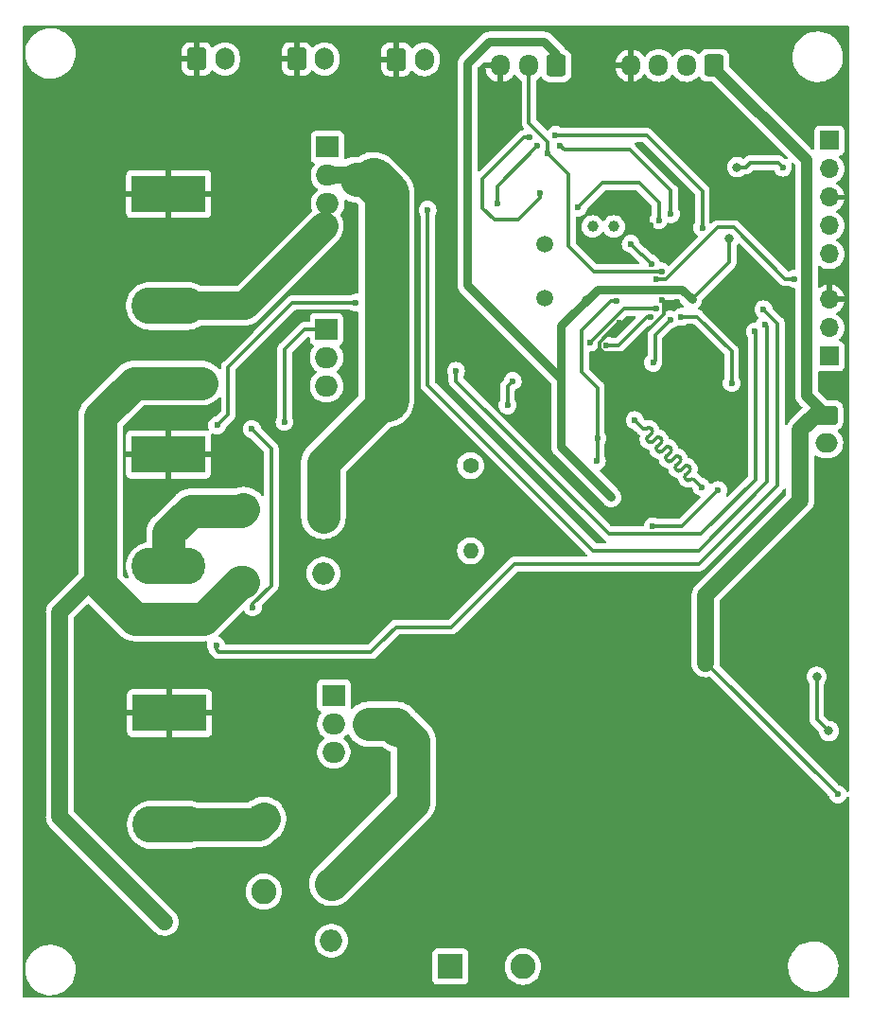
<source format=gbr>
G04 #@! TF.GenerationSoftware,KiCad,Pcbnew,7.0.11-rc3*
G04 #@! TF.CreationDate,2025-08-13T16:24:40+03:00*
G04 #@! TF.ProjectId,Neonest_V_1.3,4e656f6e-6573-4745-9f56-5f312e332e6b,rev?*
G04 #@! TF.SameCoordinates,Original*
G04 #@! TF.FileFunction,Copper,L2,Bot*
G04 #@! TF.FilePolarity,Positive*
%FSLAX46Y46*%
G04 Gerber Fmt 4.6, Leading zero omitted, Abs format (unit mm)*
G04 Created by KiCad (PCBNEW 7.0.11-rc3) date 2025-08-13 16:24:40*
%MOMM*%
%LPD*%
G01*
G04 APERTURE LIST*
G04 Aperture macros list*
%AMRoundRect*
0 Rectangle with rounded corners*
0 $1 Rounding radius*
0 $2 $3 $4 $5 $6 $7 $8 $9 X,Y pos of 4 corners*
0 Add a 4 corners polygon primitive as box body*
4,1,4,$2,$3,$4,$5,$6,$7,$8,$9,$2,$3,0*
0 Add four circle primitives for the rounded corners*
1,1,$1+$1,$2,$3*
1,1,$1+$1,$4,$5*
1,1,$1+$1,$6,$7*
1,1,$1+$1,$8,$9*
0 Add four rect primitives between the rounded corners*
20,1,$1+$1,$2,$3,$4,$5,0*
20,1,$1+$1,$4,$5,$6,$7,0*
20,1,$1+$1,$6,$7,$8,$9,0*
20,1,$1+$1,$8,$9,$2,$3,0*%
G04 Aperture macros list end*
G04 #@! TA.AperFunction,ComponentPad*
%ADD10R,2.250000X2.250000*%
G04 #@! TD*
G04 #@! TA.AperFunction,ComponentPad*
%ADD11C,2.250000*%
G04 #@! TD*
G04 #@! TA.AperFunction,ComponentPad*
%ADD12C,1.400000*%
G04 #@! TD*
G04 #@! TA.AperFunction,ComponentPad*
%ADD13O,1.400000X1.400000*%
G04 #@! TD*
G04 #@! TA.AperFunction,ComponentPad*
%ADD14R,2.000000X1.905000*%
G04 #@! TD*
G04 #@! TA.AperFunction,ComponentPad*
%ADD15O,2.000000X1.905000*%
G04 #@! TD*
G04 #@! TA.AperFunction,ComponentPad*
%ADD16R,6.600000X3.300000*%
G04 #@! TD*
G04 #@! TA.AperFunction,ComponentPad*
%ADD17O,6.600000X3.300000*%
G04 #@! TD*
G04 #@! TA.AperFunction,ComponentPad*
%ADD18RoundRect,0.250000X-0.600000X-0.750000X0.600000X-0.750000X0.600000X0.750000X-0.600000X0.750000X0*%
G04 #@! TD*
G04 #@! TA.AperFunction,ComponentPad*
%ADD19O,1.700000X2.000000*%
G04 #@! TD*
G04 #@! TA.AperFunction,ComponentPad*
%ADD20R,1.700000X1.700000*%
G04 #@! TD*
G04 #@! TA.AperFunction,ComponentPad*
%ADD21O,1.700000X1.700000*%
G04 #@! TD*
G04 #@! TA.AperFunction,ComponentPad*
%ADD22RoundRect,0.250000X0.600000X0.725000X-0.600000X0.725000X-0.600000X-0.725000X0.600000X-0.725000X0*%
G04 #@! TD*
G04 #@! TA.AperFunction,ComponentPad*
%ADD23O,1.700000X1.950000*%
G04 #@! TD*
G04 #@! TA.AperFunction,ComponentPad*
%ADD24C,1.000000*%
G04 #@! TD*
G04 #@! TA.AperFunction,ComponentPad*
%ADD25R,2.000000X2.000000*%
G04 #@! TD*
G04 #@! TA.AperFunction,ComponentPad*
%ADD26O,2.000000X2.000000*%
G04 #@! TD*
G04 #@! TA.AperFunction,ComponentPad*
%ADD27C,1.500000*%
G04 #@! TD*
G04 #@! TA.AperFunction,ComponentPad*
%ADD28RoundRect,0.250000X-0.750000X0.600000X-0.750000X-0.600000X0.750000X-0.600000X0.750000X0.600000X0*%
G04 #@! TD*
G04 #@! TA.AperFunction,ComponentPad*
%ADD29O,2.000000X1.700000*%
G04 #@! TD*
G04 #@! TA.AperFunction,ViaPad*
%ADD30C,0.600000*%
G04 #@! TD*
G04 #@! TA.AperFunction,ViaPad*
%ADD31C,1.000000*%
G04 #@! TD*
G04 #@! TA.AperFunction,ViaPad*
%ADD32C,0.800000*%
G04 #@! TD*
G04 #@! TA.AperFunction,Conductor*
%ADD33C,3.000000*%
G04 #@! TD*
G04 #@! TA.AperFunction,Conductor*
%ADD34C,0.300000*%
G04 #@! TD*
G04 #@! TA.AperFunction,Conductor*
%ADD35C,1.500000*%
G04 #@! TD*
G04 #@! TA.AperFunction,Conductor*
%ADD36C,4.000000*%
G04 #@! TD*
G04 #@! TA.AperFunction,Conductor*
%ADD37C,1.000000*%
G04 #@! TD*
G04 #@! TA.AperFunction,Conductor*
%ADD38C,0.800000*%
G04 #@! TD*
G04 #@! TA.AperFunction,Conductor*
%ADD39C,2.500000*%
G04 #@! TD*
G04 APERTURE END LIST*
D10*
G04 #@! TO.P,SW3,1*
G04 #@! TO.N,Net-(D1-K)*
X144810000Y-135690000D03*
D11*
G04 #@! TO.P,SW3,2*
G04 #@! TO.N,Net-(U1-VIN)*
X151310000Y-135690000D03*
G04 #@! TD*
D10*
G04 #@! TO.P,SW2,1*
G04 #@! TO.N,Net-(J2-Pin_2)*
X128110000Y-122490000D03*
D11*
G04 #@! TO.P,SW2,2*
G04 #@! TO.N,Charger*
X128110000Y-128990000D03*
G04 #@! TD*
D10*
G04 #@! TO.P,SW1,1*
G04 #@! TO.N,Net-(J1-Pin_2)*
X126280000Y-94780000D03*
D11*
G04 #@! TO.P,SW1,2*
G04 #@! TO.N,BAT*
X126280000Y-101280000D03*
G04 #@! TD*
D12*
G04 #@! TO.P,R20,1*
G04 #@! TO.N,Net-(Q3-D)*
X146620000Y-90870000D03*
D13*
G04 #@! TO.P,R20,2*
G04 #@! TO.N,/Load/charge*
X146620000Y-98490000D03*
G04 #@! TD*
D14*
G04 #@! TO.P,Q6,1,G*
G04 #@! TO.N,Net-(Q6-G)*
X133820000Y-62380000D03*
D15*
G04 #@! TO.P,Q6,2,D*
G04 #@! TO.N,Net-(D8-K)*
X133820000Y-64920000D03*
G04 #@! TO.P,Q6,3,S*
G04 #@! TO.N,load*
X133820000Y-67460000D03*
G04 #@! TD*
D16*
G04 #@! TO.P,J2,1,Pin_1*
G04 #@! TO.N,GND*
X119680000Y-113010000D03*
D17*
G04 #@! TO.P,J2,2,Pin_2*
G04 #@! TO.N,Net-(J2-Pin_2)*
X119680000Y-123010000D03*
G04 #@! TD*
D18*
G04 #@! TO.P,J11,1,Pin_1*
G04 #@! TO.N,GND*
X131050000Y-54500000D03*
D19*
G04 #@! TO.P,J11,2,Pin_2*
G04 #@! TO.N,green_led*
X133550000Y-54500000D03*
G04 #@! TD*
D14*
G04 #@! TO.P,Q3,1,G*
G04 #@! TO.N,Net-(Q2-C)*
X133730000Y-78680000D03*
D15*
G04 #@! TO.P,Q3,2,D*
G04 #@! TO.N,Net-(Q3-D)*
X133730000Y-81220000D03*
G04 #@! TO.P,Q3,3,S*
G04 #@! TO.N,BAT*
X133730000Y-83760000D03*
G04 #@! TD*
D20*
G04 #@! TO.P,J6,1,Pin_1*
G04 #@! TO.N,+3V3*
X178730000Y-61795000D03*
D21*
G04 #@! TO.P,J6,2,Pin_2*
G04 #@! TO.N,swclk*
X178730000Y-64335000D03*
G04 #@! TO.P,J6,3,Pin_3*
G04 #@! TO.N,GND*
X178730000Y-66875000D03*
G04 #@! TO.P,J6,4,Pin_4*
G04 #@! TO.N,swdio*
X178730000Y-69415000D03*
G04 #@! TO.P,J6,5,Pin_5*
G04 #@! TO.N,nrst*
X178730000Y-71955000D03*
G04 #@! TD*
D16*
G04 #@! TO.P,J9,1,Pin_1*
G04 #@! TO.N,GND*
X119590000Y-66580000D03*
D17*
G04 #@! TO.P,J9,2,Pin_2*
G04 #@! TO.N,load*
X119590000Y-76580000D03*
G04 #@! TD*
D22*
G04 #@! TO.P,J8,1,Pin_1*
G04 #@! TO.N,+5V*
X168450000Y-55070000D03*
D23*
G04 #@! TO.P,J8,2,Pin_2*
G04 #@! TO.N,lcd_scl*
X165950000Y-55070000D03*
G04 #@! TO.P,J8,3,Pin_3*
G04 #@! TO.N,lcd_sda*
X163450000Y-55070000D03*
G04 #@! TO.P,J8,4,Pin_4*
G04 #@! TO.N,GND*
X160950000Y-55070000D03*
G04 #@! TD*
D24*
G04 #@! TO.P,Y1,1,1*
G04 #@! TO.N,pc15*
X157540000Y-69477500D03*
G04 #@! TO.P,Y1,2,2*
G04 #@! TO.N,pc14*
X159440000Y-69477500D03*
G04 #@! TD*
D18*
G04 #@! TO.P,J10,1,Pin_1*
G04 #@! TO.N,GND*
X122120000Y-54500000D03*
D19*
G04 #@! TO.P,J10,2,Pin_2*
G04 #@! TO.N,yellow_led*
X124620000Y-54500000D03*
G04 #@! TD*
D25*
G04 #@! TO.P,D8,1,K*
G04 #@! TO.N,Net-(D8-K)*
X133445000Y-95440000D03*
D26*
G04 #@! TO.P,D8,2,A*
G04 #@! TO.N,BAT*
X133445000Y-100520000D03*
G04 #@! TD*
D27*
G04 #@! TO.P,Y2,1,1*
G04 #@! TO.N,Net-(U3-PD0)*
X153290000Y-71027500D03*
G04 #@! TO.P,Y2,2,2*
G04 #@! TO.N,Net-(U3-PD1)*
X153290000Y-75907500D03*
G04 #@! TD*
D14*
G04 #@! TO.P,Q5,1,G*
G04 #@! TO.N,Net-(Q4-C)*
X134390000Y-111440000D03*
D15*
G04 #@! TO.P,Q5,2,D*
G04 #@! TO.N,/Load/charge*
X134390000Y-113980000D03*
G04 #@! TO.P,Q5,3,S*
G04 #@! TO.N,load*
X134390000Y-116520000D03*
G04 #@! TD*
D22*
G04 #@! TO.P,J4,1,Pin_1*
G04 #@! TO.N,+3V3*
X154310000Y-55090000D03*
D23*
G04 #@! TO.P,J4,2,Pin_2*
G04 #@! TO.N,temp_sensor*
X151810000Y-55090000D03*
G04 #@! TO.P,J4,3,Pin_3*
G04 #@! TO.N,GND*
X149310000Y-55090000D03*
G04 #@! TD*
D16*
G04 #@! TO.P,J1,1,Pin_1*
G04 #@! TO.N,GND*
X119577500Y-89880000D03*
D17*
G04 #@! TO.P,J1,2,Pin_2*
G04 #@! TO.N,Net-(J1-Pin_2)*
X119577500Y-99880000D03*
G04 #@! TD*
D21*
G04 #@! TO.P,J7,3,Pin_3*
G04 #@! TO.N,GND*
X178730000Y-76010000D03*
G04 #@! TO.P,J7,2,Pin_2*
G04 #@! TO.N,dbg_rx*
X178730000Y-78550000D03*
D20*
G04 #@! TO.P,J7,1,Pin_1*
G04 #@! TO.N,dbg_tx*
X178730000Y-81090000D03*
G04 #@! TD*
D18*
G04 #@! TO.P,J12,1,Pin_1*
G04 #@! TO.N,GND*
X139990000Y-54540000D03*
D19*
G04 #@! TO.P,J12,2,Pin_2*
G04 #@! TO.N,red_led*
X142490000Y-54540000D03*
G04 #@! TD*
D28*
G04 #@! TO.P,J5,1,Pin_1*
G04 #@! TO.N,+5V*
X178480000Y-86360000D03*
D29*
G04 #@! TO.P,J5,2,Pin_2*
G04 #@! TO.N,Net-(J5-Pin_2)*
X178480000Y-88860000D03*
G04 #@! TD*
D25*
G04 #@! TO.P,D7,1,K*
G04 #@! TO.N,/Load/charge*
X134165000Y-128290000D03*
D26*
G04 #@! TO.P,D7,2,A*
G04 #@! TO.N,Charger*
X134165000Y-133370000D03*
G04 #@! TD*
D30*
G04 #@! TO.N,GND*
X160920000Y-93360000D03*
X161080000Y-88350000D03*
X126070000Y-91330000D03*
X131020000Y-112610000D03*
X113630000Y-111320000D03*
X159964620Y-78124620D03*
G04 #@! TO.N,GNDS*
X150400000Y-83310000D03*
X149930000Y-85480000D03*
D31*
G04 #@! TO.N,BAT*
X120890000Y-104340000D03*
X117270000Y-104290000D03*
X114990000Y-102650000D03*
X113370000Y-100450000D03*
D30*
G04 #@! TO.N,/Load/ac_heating_pwm*
X123840000Y-106960000D03*
G04 #@! TO.N,/Microcontroller/bat_vadc*
X158800000Y-80120000D03*
X162739604Y-77583403D03*
D31*
G04 #@! TO.N,GND*
X154500000Y-114500000D03*
X158000000Y-114500000D03*
X155000000Y-122000000D03*
D30*
X162710000Y-69400000D03*
D31*
X154500000Y-118000000D03*
D30*
X160600000Y-67450000D03*
D31*
X158000000Y-118000000D03*
D30*
G04 #@! TO.N,GNDS*
X159680000Y-76140000D03*
D31*
G04 #@! TO.N,GND*
X158000000Y-116500000D03*
X156500000Y-122000000D03*
D30*
X173200000Y-70580000D03*
D31*
X151500000Y-122000000D03*
X151500000Y-124000000D03*
X154500000Y-116500000D03*
X156500000Y-118000000D03*
X158000000Y-122000000D03*
X153500000Y-124000000D03*
X156500000Y-114500000D03*
D30*
X163730000Y-76040000D03*
X165120000Y-76230000D03*
D31*
X158000000Y-120000000D03*
X151500000Y-120000000D03*
X156500000Y-124000000D03*
X153000000Y-114500000D03*
D30*
X176000000Y-105000000D03*
D31*
X158000000Y-124000000D03*
X156500000Y-120000000D03*
X156500000Y-116500000D03*
X151500000Y-116500000D03*
X155000000Y-120000000D03*
D30*
X174955000Y-72135000D03*
D31*
X153000000Y-116500000D03*
X153500000Y-122000000D03*
X151500000Y-114500000D03*
X155000000Y-124000000D03*
X153000000Y-118000000D03*
D30*
G04 #@! TO.N,GNDS*
X157980000Y-88440000D03*
X157920000Y-90470000D03*
D31*
G04 #@! TO.N,GND*
X153500000Y-120000000D03*
X151500000Y-118000000D03*
D30*
G04 #@! TO.N,/Microcontroller/hpad_vadc*
X163250000Y-76810000D03*
X157300000Y-79870000D03*
G04 #@! TO.N,+5V*
X179510000Y-120290000D03*
D31*
X167660000Y-108550000D03*
D32*
G04 #@! TO.N,+3V3*
X166440000Y-76020000D03*
X157000000Y-76100000D03*
X159210000Y-93690000D03*
X178690000Y-114620000D03*
D30*
X174585000Y-64225000D03*
D32*
X169780000Y-70590000D03*
X170480000Y-64170000D03*
X177610000Y-109770000D03*
D31*
G04 #@! TO.N,BAT*
X119240000Y-131690000D03*
X113500000Y-88000000D03*
X114500000Y-85500000D03*
X116000000Y-84000000D03*
X118500000Y-83500000D03*
X122500000Y-83500000D03*
X120500000Y-83500000D03*
X113470000Y-97800000D03*
X113500000Y-93000000D03*
X113500000Y-95500000D03*
X113500000Y-90500000D03*
G04 #@! TO.N,/Load/charge*
X141500000Y-119000000D03*
X140000000Y-114500000D03*
X137000000Y-125500000D03*
X138000000Y-114000000D03*
X135500000Y-127000000D03*
D30*
X127120000Y-103570000D03*
D31*
X139000000Y-123500000D03*
D30*
X127040000Y-87610000D03*
D31*
X141500000Y-116500000D03*
X141000000Y-121500000D03*
D30*
G04 #@! TO.N,spi_nss*
X167315000Y-92805000D03*
X161320000Y-86810000D03*
G04 #@! TO.N,spi_miso*
X164540000Y-77810000D03*
X162960000Y-81680000D03*
G04 #@! TO.N,Card_Detect*
X168790000Y-93080000D03*
X162920000Y-96300000D03*
G04 #@! TO.N,temp_sensor*
X163730000Y-73520000D03*
X153520000Y-62910000D03*
G04 #@! TO.N,nrst*
X175590000Y-74160000D03*
X163250000Y-74220000D03*
D31*
G04 #@! TO.N,load*
X132500000Y-71000000D03*
X124000000Y-76500000D03*
X126000000Y-76500000D03*
X129500000Y-74000000D03*
X128000000Y-75500000D03*
X131000000Y-72500000D03*
X133500000Y-69500000D03*
D30*
G04 #@! TO.N,Net-(Q2-C)*
X129970000Y-86960000D03*
G04 #@! TO.N,buzzer*
X170000000Y-83500000D03*
X165490000Y-77570000D03*
G04 #@! TO.N,data_led*
X162790000Y-72820000D03*
X160960000Y-71040000D03*
G04 #@! TO.N,/Load/charging_pwm*
X172070000Y-78870000D03*
X136330000Y-76300000D03*
X145310000Y-82400000D03*
X123930000Y-87280000D03*
G04 #@! TO.N,/Load/ac_heating_pwm*
X172850000Y-76900000D03*
G04 #@! TO.N,/Load/bat_heating_pwm*
X142780000Y-68000000D03*
X172970000Y-78260000D03*
G04 #@! TO.N,Net-(U3-PB8)*
X154650000Y-62260000D03*
X149010000Y-67460000D03*
X152620000Y-62290000D03*
X164550000Y-68380000D03*
G04 #@! TO.N,Net-(U3-PB9)*
X163470000Y-68910000D03*
X156250000Y-67790000D03*
G04 #@! TO.N,Net-(U3-PB3)*
X154230000Y-61310000D03*
X167360000Y-69590000D03*
X152860000Y-66455000D03*
X151930000Y-61520000D03*
G04 #@! TD*
D33*
G04 #@! TO.N,BAT*
X122670000Y-104590000D02*
X125980000Y-101280000D01*
X116610000Y-104590000D02*
X122670000Y-104590000D01*
X113500000Y-101480000D02*
X116610000Y-104590000D01*
X113500000Y-95500000D02*
X113500000Y-101480000D01*
G04 #@! TO.N,Net-(J1-Pin_2)*
X119577500Y-96932500D02*
X121570000Y-94940000D01*
X121570000Y-94940000D02*
X126120000Y-94940000D01*
X119577500Y-99880000D02*
X119577500Y-96932500D01*
G04 #@! TO.N,BAT*
X125980000Y-101280000D02*
X126280000Y-101280000D01*
G04 #@! TO.N,Net-(J1-Pin_2)*
X126120000Y-94940000D02*
X126280000Y-94780000D01*
D34*
G04 #@! TO.N,/Load/charge*
X128780000Y-89350000D02*
X127040000Y-87610000D01*
X128780000Y-101600000D02*
X128780000Y-89350000D01*
X127120000Y-103260000D02*
X128780000Y-101600000D01*
X127120000Y-103570000D02*
X127120000Y-103260000D01*
G04 #@! TO.N,GND*
X158148553Y-80387792D02*
X158148553Y-79851447D01*
X158530761Y-80770000D02*
X158148553Y-80387792D01*
X158148553Y-79851447D02*
X159875380Y-78124620D01*
X163900000Y-77342246D02*
X160472246Y-80770000D01*
X159875380Y-78124620D02*
X159964620Y-78124620D01*
X163900000Y-76210000D02*
X163900000Y-77342246D01*
X160472246Y-80770000D02*
X158530761Y-80770000D01*
X163730000Y-76040000D02*
X163900000Y-76210000D01*
G04 #@! TO.N,GNDS*
X149930000Y-83780000D02*
X150400000Y-83310000D01*
X149930000Y-85480000D02*
X149930000Y-83780000D01*
D33*
G04 #@! TO.N,Net-(J2-Pin_2)*
X127590000Y-123010000D02*
X128110000Y-122490000D01*
X119680000Y-123010000D02*
X127590000Y-123010000D01*
D35*
G04 #@! TO.N,BAT*
X109850000Y-103970000D02*
X113370000Y-100450000D01*
X109850000Y-122300000D02*
X109850000Y-103970000D01*
X119240000Y-131690000D02*
X109850000Y-122300000D01*
D34*
G04 #@! TO.N,/Load/ac_heating_pwm*
X123840000Y-107330000D02*
X123840000Y-106960000D01*
X137710000Y-107540000D02*
X124050000Y-107540000D01*
X138510000Y-106740000D02*
X137710000Y-107540000D01*
X139930000Y-105320000D02*
X138510000Y-106740000D01*
X124050000Y-107540000D02*
X123840000Y-107330000D01*
X140030000Y-105320000D02*
X139930000Y-105320000D01*
X140030000Y-105320000D02*
X144910000Y-105320000D01*
G04 #@! TO.N,/Load/bat_heating_pwm*
X173140000Y-92340000D02*
X173140000Y-78430000D01*
X167020000Y-98460000D02*
X173140000Y-92340000D01*
X142780000Y-83660000D02*
X157580000Y-98460000D01*
X157580000Y-98460000D02*
X167020000Y-98460000D01*
X142780000Y-68000000D02*
X142780000Y-83660000D01*
X173140000Y-78430000D02*
X172970000Y-78260000D01*
G04 #@! TO.N,/Load/charging_pwm*
X172100000Y-78900000D02*
X172070000Y-78870000D01*
X158990000Y-96990000D02*
X167230000Y-96990000D01*
X145310000Y-82400000D02*
X145310000Y-83310000D01*
X145310000Y-83310000D02*
X158990000Y-96990000D01*
X167230000Y-96990000D02*
X172100000Y-92120000D01*
X172100000Y-92120000D02*
X172100000Y-78900000D01*
G04 #@! TO.N,/Load/ac_heating_pwm*
X174100000Y-78150000D02*
X172850000Y-76900000D01*
X150550000Y-99680000D02*
X167050000Y-99680000D01*
X144910000Y-105320000D02*
X150550000Y-99680000D01*
X167050000Y-99680000D02*
X174100000Y-92630000D01*
X174100000Y-92630000D02*
X174100000Y-78150000D01*
D33*
G04 #@! TO.N,Net-(D8-K)*
X133445000Y-90585000D02*
X139100000Y-84930000D01*
X133445000Y-95440000D02*
X133445000Y-90585000D01*
D36*
X139100000Y-66530000D02*
X139100000Y-84930000D01*
D34*
G04 #@! TO.N,/Microcontroller/bat_vadc*
X162376597Y-77583403D02*
X159840000Y-80120000D01*
X159840000Y-80120000D02*
X158800000Y-80120000D01*
X162739604Y-77583403D02*
X162376597Y-77583403D01*
G04 #@! TO.N,GNDS*
X157980000Y-90410000D02*
X157920000Y-90470000D01*
G04 #@! TO.N,GND*
X162710000Y-69400000D02*
X162550000Y-69400000D01*
G04 #@! TO.N,GNDS*
X156575000Y-78785000D02*
X156575000Y-82490000D01*
G04 #@! TO.N,GND*
X165120000Y-76230000D02*
X163920000Y-76230000D01*
X162550000Y-69400000D02*
X160600000Y-67450000D01*
G04 #@! TO.N,GNDS*
X157980000Y-83895000D02*
X156575000Y-82490000D01*
X159220000Y-76140000D02*
X156575000Y-78785000D01*
X157980000Y-88440000D02*
X157980000Y-83895000D01*
G04 #@! TO.N,GND*
X163920000Y-76230000D02*
X163730000Y-76040000D01*
G04 #@! TO.N,GNDS*
X159680000Y-76140000D02*
X159220000Y-76140000D01*
G04 #@! TO.N,GND*
X173200000Y-70580000D02*
X173400000Y-70580000D01*
G04 #@! TO.N,GNDS*
X157980000Y-88440000D02*
X157980000Y-90410000D01*
G04 #@! TO.N,GND*
X173400000Y-70580000D02*
X174955000Y-72135000D01*
G04 #@! TO.N,/Microcontroller/hpad_vadc*
X163250000Y-76810000D02*
X160360000Y-76810000D01*
X160360000Y-76810000D02*
X157300000Y-79870000D01*
D35*
G04 #@! TO.N,+5V*
X167660000Y-102450000D02*
X176140000Y-93970000D01*
D34*
X179510000Y-120290000D02*
X167770000Y-108550000D01*
D37*
X176700000Y-63550000D02*
X168450000Y-55300000D01*
D35*
X176140000Y-93970000D02*
X176140000Y-87700000D01*
X167660000Y-108550000D02*
X167660000Y-102450000D01*
X177480000Y-86360000D02*
X178480000Y-86360000D01*
D34*
X167770000Y-108550000D02*
X167660000Y-108550000D01*
D37*
X176700000Y-84580000D02*
X176700000Y-63550000D01*
X168450000Y-55300000D02*
X168450000Y-55070000D01*
X178480000Y-86360000D02*
X176700000Y-84580000D01*
D35*
X176140000Y-87700000D02*
X177480000Y-86360000D01*
D34*
G04 #@! TO.N,+3V3*
X177610000Y-113540000D02*
X178690000Y-114620000D01*
D38*
X154730000Y-83730000D02*
X154730000Y-78370000D01*
X154730000Y-78370000D02*
X157980000Y-75120000D01*
D34*
X169780000Y-70590000D02*
X169780000Y-72680000D01*
D38*
X154730000Y-89210000D02*
X154730000Y-83730000D01*
D34*
X174140000Y-63780000D02*
X171660000Y-63780000D01*
D38*
X154310000Y-54060000D02*
X153210000Y-52960000D01*
X154730000Y-83120000D02*
X154730000Y-83730000D01*
X159210000Y-93690000D02*
X154730000Y-89210000D01*
X146360000Y-74750000D02*
X154730000Y-83120000D01*
D34*
X169780000Y-72680000D02*
X166440000Y-76020000D01*
D38*
X154310000Y-55090000D02*
X154310000Y-54060000D01*
X146360000Y-54900000D02*
X146360000Y-74750000D01*
D34*
X171660000Y-63780000D02*
X171270000Y-64170000D01*
D38*
X153210000Y-52960000D02*
X148300000Y-52960000D01*
D34*
X177610000Y-109770000D02*
X177610000Y-113540000D01*
D38*
X148300000Y-52960000D02*
X146360000Y-54900000D01*
D34*
X174585000Y-64225000D02*
X174140000Y-63780000D01*
D38*
X165540000Y-75120000D02*
X166440000Y-76020000D01*
D34*
X171270000Y-64170000D02*
X170480000Y-64170000D01*
D38*
X157980000Y-75120000D02*
X165540000Y-75120000D01*
D33*
G04 #@! TO.N,BAT*
X118500000Y-83500000D02*
X120500000Y-83500000D01*
X113500000Y-93000000D02*
X113500000Y-90500000D01*
X116500000Y-83500000D02*
X118500000Y-83500000D01*
X114500000Y-85500000D02*
X116000000Y-84000000D01*
X113500000Y-86500000D02*
X114500000Y-85500000D01*
X116000000Y-84000000D02*
X116500000Y-83500000D01*
X120500000Y-83500000D02*
X122500000Y-83500000D01*
X113500000Y-95500000D02*
X113500000Y-93000000D01*
X113500000Y-90500000D02*
X113500000Y-88000000D01*
X113500000Y-88000000D02*
X113500000Y-86500000D01*
G04 #@! TO.N,/Load/charge*
X135500000Y-127000000D02*
X137000000Y-125500000D01*
X141500000Y-119000000D02*
X141500000Y-116500000D01*
X140000000Y-114000000D02*
X140000000Y-114000000D01*
X137000000Y-125500000D02*
X139000000Y-123500000D01*
X141500000Y-121000000D02*
X141500000Y-119000000D01*
X140500000Y-114500000D02*
X140000000Y-114500000D01*
X134165000Y-128290000D02*
X134210000Y-128290000D01*
X141500000Y-116500000D02*
X141500000Y-115500000D01*
X141000000Y-121500000D02*
X141500000Y-121000000D01*
X140000000Y-114000000D02*
X138000000Y-114000000D01*
X139000000Y-123500000D02*
X141000000Y-121500000D01*
X138000000Y-114000000D02*
X137500000Y-114000000D01*
X140000000Y-114500000D02*
X140000000Y-114000000D01*
X134210000Y-128290000D02*
X135500000Y-127000000D01*
X141500000Y-115500000D02*
X140500000Y-114500000D01*
D34*
G04 #@! TO.N,spi_nss*
X165863368Y-91706921D02*
X166040145Y-91530145D01*
X166040145Y-91530145D02*
X166216923Y-91353370D01*
X167315000Y-92805000D02*
X166641184Y-92131185D01*
X165191619Y-90681619D02*
X165368397Y-90504844D01*
X162646040Y-88136041D02*
X162822816Y-87959264D01*
X162045000Y-87535000D02*
X161320000Y-86810000D01*
X163671345Y-88454238D02*
X163600635Y-88383528D01*
X164237026Y-90434133D02*
X164166316Y-90363423D01*
X163070304Y-88560304D02*
X162893528Y-88737081D01*
X165085552Y-91282659D02*
X165014842Y-91211949D01*
X163918830Y-89408830D02*
X163742054Y-89585607D01*
X162752106Y-87535000D02*
X162752106Y-87535001D01*
X165934078Y-92131185D02*
X165863368Y-92060475D01*
X163388500Y-89585607D02*
X163317790Y-89514897D01*
X166216923Y-90999816D02*
X166146213Y-90929106D01*
X164166316Y-90009869D02*
X164343093Y-89833093D01*
X165014842Y-90858395D02*
X165191619Y-90681619D01*
X162469264Y-88312817D02*
X162646040Y-88136041D01*
X162398554Y-87535001D02*
X162398553Y-87534999D01*
X164343093Y-89833093D02*
X164519871Y-89656318D01*
X163317790Y-89161343D02*
X163494567Y-88984567D01*
X162539974Y-88737081D02*
X162469264Y-88666371D01*
X165615882Y-91105882D02*
X165439106Y-91282659D01*
X163494567Y-88984567D02*
X163671345Y-88807792D01*
X163247079Y-88383526D02*
X163070304Y-88560304D01*
X162822816Y-87605710D02*
X162752106Y-87535000D01*
X165792657Y-90929104D02*
X165615882Y-91105882D01*
X164095605Y-89232052D02*
X163918830Y-89408830D01*
X164944131Y-90080578D02*
X164767356Y-90257356D01*
X164519871Y-89302764D02*
X164449161Y-89232054D01*
X164767356Y-90257356D02*
X164590580Y-90434133D01*
X165368397Y-90151290D02*
X165297687Y-90080580D01*
X165085552Y-91282659D02*
G75*
G03*
X165439106Y-91282659I176777J176778D01*
G01*
X163388500Y-89585607D02*
G75*
G03*
X163742054Y-89585607I176777J176778D01*
G01*
X162045024Y-87534976D02*
G75*
G03*
X162398553Y-87534999I176776J176776D01*
G01*
X165934078Y-92131185D02*
G75*
G03*
X166287632Y-92131185I176777J176778D01*
G01*
X165368429Y-90504876D02*
G75*
G03*
X165368396Y-90151291I-176829J176776D01*
G01*
X162539974Y-88737081D02*
G75*
G03*
X162893528Y-88737081I176777J176778D01*
G01*
X164519830Y-89656277D02*
G75*
G03*
X164519871Y-89302764I-176730J176777D01*
G01*
X163600679Y-88383484D02*
G75*
G03*
X163247079Y-88383526I-176779J-176816D01*
G01*
X164166271Y-90009824D02*
G75*
G03*
X164166317Y-90363422I176829J-176776D01*
G01*
X164237026Y-90434133D02*
G75*
G03*
X164590580Y-90434133I176777J176778D01*
G01*
X163317771Y-89161324D02*
G75*
G03*
X163317791Y-89514896I176829J-176776D01*
G01*
X165863370Y-91706923D02*
G75*
G03*
X165863368Y-92060475I176730J-176777D01*
G01*
X166146178Y-90929141D02*
G75*
G03*
X165792658Y-90929105I-176778J-176759D01*
G01*
X165014870Y-90858423D02*
G75*
G03*
X165014842Y-91211949I176730J-176777D01*
G01*
X162469270Y-88312823D02*
G75*
G03*
X162469264Y-88666371I176730J-176777D01*
G01*
X166216929Y-91353376D02*
G75*
G03*
X166216922Y-90999817I-176829J176776D01*
G01*
X166641184Y-92131185D02*
G75*
G03*
X166287632Y-92131185I-176776J-176776D01*
G01*
X163671330Y-88807777D02*
G75*
G03*
X163671345Y-88454238I-176730J176777D01*
G01*
X162822829Y-87959277D02*
G75*
G03*
X162822816Y-87605710I-176829J176777D01*
G01*
X165297679Y-90080588D02*
G75*
G03*
X164944131Y-90080578I-176779J-176812D01*
G01*
X162752105Y-87535002D02*
G75*
G03*
X162398555Y-87535002I-176775J-176772D01*
G01*
X164449179Y-89232036D02*
G75*
G03*
X164095605Y-89232052I-176779J-176764D01*
G01*
G04 #@! TO.N,spi_miso*
X163130000Y-79220000D02*
X163130000Y-81510000D01*
X163130000Y-81510000D02*
X162960000Y-81680000D01*
X164540000Y-77810000D02*
X163130000Y-79220000D01*
G04 #@! TO.N,Card_Detect*
X165570000Y-96300000D02*
X162920000Y-96300000D01*
X168790000Y-93080000D02*
X165570000Y-96300000D01*
G04 #@! TO.N,temp_sensor*
X157690000Y-73530000D02*
X163720000Y-73530000D01*
X153520000Y-61890000D02*
X151850000Y-60220000D01*
X155380000Y-64770000D02*
X155380000Y-71220000D01*
X153520000Y-62910000D02*
X153520000Y-61890000D01*
X153520000Y-62910000D02*
X155380000Y-64770000D01*
X151850000Y-60220000D02*
X151850000Y-55130000D01*
X151850000Y-55130000D02*
X151810000Y-55090000D01*
X155380000Y-71220000D02*
X157690000Y-73530000D01*
X163720000Y-73530000D02*
X163730000Y-73520000D01*
G04 #@! TO.N,nrst*
X170220000Y-69580000D02*
X174800000Y-74160000D01*
X174800000Y-74160000D02*
X175590000Y-74160000D01*
X178535000Y-72150000D02*
X178730000Y-71955000D01*
X163250000Y-74220000D02*
X164130000Y-74220000D01*
X168770000Y-69580000D02*
X170220000Y-69580000D01*
X164130000Y-74220000D02*
X168770000Y-69580000D01*
D39*
G04 #@! TO.N,load*
X119590000Y-76580000D02*
X126420000Y-76580000D01*
X126420000Y-76580000D02*
X133500000Y-69500000D01*
D34*
G04 #@! TO.N,Net-(Q2-C)*
X129970000Y-80450000D02*
X131740000Y-78680000D01*
X129970000Y-86960000D02*
X129970000Y-80450000D01*
X131740000Y-78680000D02*
X133730000Y-78680000D01*
G04 #@! TO.N,buzzer*
X166910000Y-77570000D02*
X170000000Y-80660000D01*
X165490000Y-77570000D02*
X166910000Y-77570000D01*
X170000000Y-80660000D02*
X170000000Y-83500000D01*
G04 #@! TO.N,data_led*
X161900000Y-71980000D02*
X161950000Y-71980000D01*
X160960000Y-71040000D02*
X161900000Y-71980000D01*
X161950000Y-71980000D02*
X162790000Y-72820000D01*
G04 #@! TO.N,/Load/charging_pwm*
X124250000Y-86960000D02*
X124260000Y-86960000D01*
X123930000Y-87280000D02*
X124250000Y-86960000D01*
X130670000Y-76300000D02*
X136330000Y-76300000D01*
X124920000Y-82050000D02*
X127550000Y-79420000D01*
X124260000Y-86960000D02*
X124920000Y-86300000D01*
X124920000Y-86300000D02*
X124920000Y-82050000D01*
X127550000Y-79420000D02*
X130670000Y-76300000D01*
D35*
G04 #@! TO.N,Net-(D8-K)*
X134150000Y-64920000D02*
X134170000Y-64940000D01*
D33*
X137910000Y-65340000D02*
X136450000Y-65340000D01*
D36*
X137910000Y-65340000D02*
X139100000Y-66530000D01*
D35*
X136030000Y-64920000D02*
X136370000Y-65260000D01*
D33*
X136450000Y-65340000D02*
X136370000Y-65260000D01*
D35*
X133820000Y-64920000D02*
X136030000Y-64920000D01*
D34*
G04 #@! TO.N,Net-(U3-PB8)*
X149010000Y-65900000D02*
X149010000Y-67460000D01*
X160910000Y-62630000D02*
X164550000Y-66270000D01*
X164550000Y-66270000D02*
X164550000Y-68380000D01*
X154650000Y-62260000D02*
X155020000Y-62630000D01*
X152620000Y-62290000D02*
X149010000Y-65900000D01*
X155020000Y-62630000D02*
X160910000Y-62630000D01*
G04 #@! TO.N,Net-(U3-PB9)*
X163470000Y-67330000D02*
X161720000Y-65580000D01*
X161720000Y-65580000D02*
X158460000Y-65580000D01*
X163470000Y-68910000D02*
X163470000Y-67330000D01*
X158460000Y-65580000D02*
X156250000Y-67790000D01*
G04 #@! TO.N,Net-(U3-PB3)*
X163490000Y-62420000D02*
X162380000Y-61310000D01*
X148740000Y-68900000D02*
X150870000Y-68900000D01*
X162380000Y-61310000D02*
X154230000Y-61310000D01*
X150870000Y-68900000D02*
X152860000Y-66910000D01*
X152860000Y-66910000D02*
X152860000Y-66455000D01*
X147660000Y-65260000D02*
X147660000Y-67820000D01*
X151400000Y-61520000D02*
X147660000Y-65260000D01*
X151930000Y-61520000D02*
X151400000Y-61520000D01*
X167360000Y-69590000D02*
X167360000Y-66290000D01*
X167360000Y-66290000D02*
X163490000Y-62420000D01*
X147660000Y-67820000D02*
X148740000Y-68900000D01*
G04 #@! TD*
G04 #@! TA.AperFunction,Conductor*
G04 #@! TO.N,GND*
G36*
X180442539Y-51520185D02*
G01*
X180488294Y-51572989D01*
X180499500Y-51624500D01*
X180499500Y-119964307D01*
X180479815Y-120031346D01*
X180427011Y-120077101D01*
X180357853Y-120087045D01*
X180294297Y-120058020D01*
X180258459Y-120005262D01*
X180235790Y-119940480D01*
X180139815Y-119787737D01*
X180012262Y-119660184D01*
X179859521Y-119564210D01*
X179689255Y-119504632D01*
X179689246Y-119504630D01*
X179682012Y-119503815D01*
X179617600Y-119476744D01*
X179608223Y-119468277D01*
X169909946Y-109770000D01*
X176704540Y-109770000D01*
X176724326Y-109958256D01*
X176724327Y-109958259D01*
X176782818Y-110138277D01*
X176782821Y-110138284D01*
X176877466Y-110302215D01*
X176927649Y-110357948D01*
X176957880Y-110420940D01*
X176959500Y-110440921D01*
X176959500Y-113454494D01*
X176957732Y-113470505D01*
X176957974Y-113470528D01*
X176957240Y-113478294D01*
X176959439Y-113548262D01*
X176959500Y-113552157D01*
X176959500Y-113580920D01*
X176959501Y-113580938D01*
X176960053Y-113585311D01*
X176960968Y-113596941D01*
X176962402Y-113642567D01*
X176962403Y-113642570D01*
X176968323Y-113662948D01*
X176972268Y-113681996D01*
X176974928Y-113703054D01*
X176974931Y-113703065D01*
X176991737Y-113745514D01*
X176995520Y-113756563D01*
X177008254Y-113800395D01*
X177008255Y-113800397D01*
X177019060Y-113818666D01*
X177027617Y-113836134D01*
X177033226Y-113850300D01*
X177035432Y-113855872D01*
X177062266Y-113892806D01*
X177068678Y-113902568D01*
X177091919Y-113941865D01*
X177091923Y-113941869D01*
X177106925Y-113956871D01*
X177119563Y-113971669D01*
X177132033Y-113988833D01*
X177132036Y-113988837D01*
X177167213Y-114017937D01*
X177175854Y-114025800D01*
X177755191Y-114605137D01*
X177788676Y-114666460D01*
X177790830Y-114679851D01*
X177804326Y-114808256D01*
X177804327Y-114808259D01*
X177862818Y-114988277D01*
X177862821Y-114988284D01*
X177957467Y-115152216D01*
X178062233Y-115268570D01*
X178084129Y-115292888D01*
X178237265Y-115404148D01*
X178237270Y-115404151D01*
X178410192Y-115481142D01*
X178410197Y-115481144D01*
X178595354Y-115520500D01*
X178595355Y-115520500D01*
X178784644Y-115520500D01*
X178784646Y-115520500D01*
X178969803Y-115481144D01*
X179142730Y-115404151D01*
X179295871Y-115292888D01*
X179422533Y-115152216D01*
X179517179Y-114988284D01*
X179575674Y-114808256D01*
X179595460Y-114620000D01*
X179575674Y-114431744D01*
X179517179Y-114251716D01*
X179422533Y-114087784D01*
X179295871Y-113947112D01*
X179288655Y-113941869D01*
X179142734Y-113835851D01*
X179142729Y-113835848D01*
X178969807Y-113758857D01*
X178969802Y-113758855D01*
X178824001Y-113727865D01*
X178784646Y-113719500D01*
X178784645Y-113719500D01*
X178760808Y-113719500D01*
X178693769Y-113699815D01*
X178673127Y-113683181D01*
X178296819Y-113306873D01*
X178263334Y-113245550D01*
X178260500Y-113219192D01*
X178260500Y-110440921D01*
X178280185Y-110373882D01*
X178292351Y-110357948D01*
X178342533Y-110302216D01*
X178437179Y-110138284D01*
X178495674Y-109958256D01*
X178515460Y-109770000D01*
X178495674Y-109581744D01*
X178437179Y-109401716D01*
X178342533Y-109237784D01*
X178215871Y-109097112D01*
X178215870Y-109097111D01*
X178062734Y-108985851D01*
X178062729Y-108985848D01*
X177889807Y-108908857D01*
X177889802Y-108908855D01*
X177744001Y-108877865D01*
X177704646Y-108869500D01*
X177515354Y-108869500D01*
X177482897Y-108876398D01*
X177330197Y-108908855D01*
X177330192Y-108908857D01*
X177157270Y-108985848D01*
X177157265Y-108985851D01*
X177004129Y-109097111D01*
X176877466Y-109237785D01*
X176782821Y-109401715D01*
X176782818Y-109401722D01*
X176740608Y-109531632D01*
X176724326Y-109581744D01*
X176704540Y-109770000D01*
X169909946Y-109770000D01*
X168939831Y-108799885D01*
X168906346Y-108738562D01*
X168905506Y-108690063D01*
X168910500Y-108662547D01*
X168910500Y-103019335D01*
X168930185Y-102952296D01*
X168946814Y-102931659D01*
X176969666Y-94908806D01*
X176980016Y-94899557D01*
X177007666Y-94877508D01*
X177051267Y-94827601D01*
X177056957Y-94821516D01*
X177063945Y-94814529D01*
X177090124Y-94783169D01*
X177091824Y-94781179D01*
X177155765Y-94707996D01*
X177158006Y-94704243D01*
X177169274Y-94688364D01*
X177172068Y-94685019D01*
X177220029Y-94600491D01*
X177221375Y-94598182D01*
X177229662Y-94584312D01*
X177271215Y-94514764D01*
X177272747Y-94510679D01*
X177281003Y-94493033D01*
X177283153Y-94489245D01*
X177315253Y-94397507D01*
X177316161Y-94395002D01*
X177350307Y-94304024D01*
X177351085Y-94299737D01*
X177356056Y-94280902D01*
X177357498Y-94276783D01*
X177372708Y-94180746D01*
X177373144Y-94178181D01*
X177390500Y-94082547D01*
X177390500Y-94078169D01*
X177392027Y-94058770D01*
X177392104Y-94058284D01*
X177392710Y-94054460D01*
X177390531Y-93957359D01*
X177390500Y-93954577D01*
X177390500Y-90089013D01*
X177410185Y-90021974D01*
X177462989Y-89976219D01*
X177532147Y-89966275D01*
X177585623Y-89987438D01*
X177652169Y-90034034D01*
X177652171Y-90034035D01*
X177866337Y-90133903D01*
X177866343Y-90133904D01*
X177866344Y-90133905D01*
X177921285Y-90148626D01*
X178094592Y-90195063D01*
X178271032Y-90210499D01*
X178271033Y-90210500D01*
X178271034Y-90210500D01*
X178688967Y-90210500D01*
X178688967Y-90210499D01*
X178865408Y-90195063D01*
X179093663Y-90133903D01*
X179307829Y-90034035D01*
X179501401Y-89898495D01*
X179668495Y-89731401D01*
X179804035Y-89537830D01*
X179903903Y-89323663D01*
X179965063Y-89095408D01*
X179985659Y-88860000D01*
X179983550Y-88835900D01*
X179978660Y-88780000D01*
X179965063Y-88624592D01*
X179911113Y-88423246D01*
X179903905Y-88396344D01*
X179903904Y-88396343D01*
X179903903Y-88396337D01*
X179804035Y-88182171D01*
X179790738Y-88163180D01*
X179668494Y-87988597D01*
X179521295Y-87841398D01*
X179487810Y-87780075D01*
X179492794Y-87710383D01*
X179534666Y-87654450D01*
X179543880Y-87648178D01*
X179549334Y-87644814D01*
X179698656Y-87552712D01*
X179822712Y-87428656D01*
X179914814Y-87279334D01*
X179969999Y-87112797D01*
X179980500Y-87010009D01*
X179980499Y-85709992D01*
X179969999Y-85607203D01*
X179914814Y-85440666D01*
X179822712Y-85291344D01*
X179698656Y-85167288D01*
X179594303Y-85102923D01*
X179549336Y-85075187D01*
X179549331Y-85075185D01*
X179547862Y-85074698D01*
X179382797Y-85020001D01*
X179382795Y-85020000D01*
X179280016Y-85009500D01*
X179280009Y-85009500D01*
X178595783Y-85009500D01*
X178528744Y-84989815D01*
X178508102Y-84973181D01*
X177736819Y-84201898D01*
X177703334Y-84140575D01*
X177700500Y-84114217D01*
X177700500Y-82564268D01*
X177720185Y-82497229D01*
X177772989Y-82451474D01*
X177828806Y-82440896D01*
X177828806Y-82440500D01*
X177830896Y-82440499D01*
X177831171Y-82440448D01*
X177832100Y-82440497D01*
X177832127Y-82440500D01*
X179627872Y-82440499D01*
X179687483Y-82434091D01*
X179822331Y-82383796D01*
X179937546Y-82297546D01*
X180023796Y-82182331D01*
X180074091Y-82047483D01*
X180080500Y-81987873D01*
X180080499Y-80192128D01*
X180074091Y-80132517D01*
X180073001Y-80129595D01*
X180023797Y-79997671D01*
X180023793Y-79997664D01*
X179937547Y-79882455D01*
X179937544Y-79882452D01*
X179822335Y-79796206D01*
X179822328Y-79796202D01*
X179690917Y-79747189D01*
X179634983Y-79705318D01*
X179610566Y-79639853D01*
X179625418Y-79571580D01*
X179646563Y-79543332D01*
X179768495Y-79421401D01*
X179904035Y-79227830D01*
X180003903Y-79013663D01*
X180065063Y-78785408D01*
X180085659Y-78550000D01*
X180065063Y-78314592D01*
X180017130Y-78135701D01*
X180003905Y-78086344D01*
X180003904Y-78086343D01*
X180003903Y-78086337D01*
X179904035Y-77872171D01*
X179900277Y-77866803D01*
X179768494Y-77678597D01*
X179601402Y-77511506D01*
X179601401Y-77511505D01*
X179415405Y-77381269D01*
X179371781Y-77326692D01*
X179364588Y-77257193D01*
X179396110Y-77194839D01*
X179415405Y-77178119D01*
X179601082Y-77048105D01*
X179768105Y-76881082D01*
X179903600Y-76687578D01*
X180003429Y-76473492D01*
X180003432Y-76473486D01*
X180060636Y-76260000D01*
X179163686Y-76260000D01*
X179189493Y-76219844D01*
X179230000Y-76081889D01*
X179230000Y-75938111D01*
X179189493Y-75800156D01*
X179163686Y-75760000D01*
X180060636Y-75760000D01*
X180060635Y-75759999D01*
X180003432Y-75546513D01*
X180003429Y-75546507D01*
X179903600Y-75332422D01*
X179903599Y-75332420D01*
X179768113Y-75138926D01*
X179768108Y-75138920D01*
X179601082Y-74971894D01*
X179407578Y-74836399D01*
X179193492Y-74736570D01*
X179193486Y-74736567D01*
X178980000Y-74679364D01*
X178980000Y-75574498D01*
X178872315Y-75525320D01*
X178765763Y-75510000D01*
X178694237Y-75510000D01*
X178587685Y-75525320D01*
X178480000Y-75574498D01*
X178480000Y-74679364D01*
X178479999Y-74679364D01*
X178266513Y-74736567D01*
X178266507Y-74736570D01*
X178052422Y-74836399D01*
X178052420Y-74836400D01*
X177895623Y-74946191D01*
X177829417Y-74968518D01*
X177761650Y-74951508D01*
X177713837Y-74900560D01*
X177700500Y-74844616D01*
X177700500Y-73120994D01*
X177720185Y-73053955D01*
X177772989Y-73008200D01*
X177842147Y-72998256D01*
X177895620Y-73019417D01*
X178052170Y-73129035D01*
X178266337Y-73228903D01*
X178494592Y-73290063D01*
X178682918Y-73306539D01*
X178729999Y-73310659D01*
X178730000Y-73310659D01*
X178730001Y-73310659D01*
X178769234Y-73307226D01*
X178965408Y-73290063D01*
X179193663Y-73228903D01*
X179407830Y-73129035D01*
X179601401Y-72993495D01*
X179768495Y-72826401D01*
X179904035Y-72632830D01*
X180003903Y-72418663D01*
X180065063Y-72190408D01*
X180085659Y-71955000D01*
X180065063Y-71719592D01*
X180003903Y-71491337D01*
X179904035Y-71277171D01*
X179899784Y-71271099D01*
X179768494Y-71083597D01*
X179601402Y-70916506D01*
X179601396Y-70916501D01*
X179415842Y-70786575D01*
X179372217Y-70731998D01*
X179365023Y-70662500D01*
X179396546Y-70600145D01*
X179415842Y-70583425D01*
X179474427Y-70542403D01*
X179601401Y-70453495D01*
X179768495Y-70286401D01*
X179904035Y-70092830D01*
X180003903Y-69878663D01*
X180065063Y-69650408D01*
X180085659Y-69415000D01*
X180085419Y-69412262D01*
X180077167Y-69317937D01*
X180065063Y-69179592D01*
X180003903Y-68951337D01*
X179904035Y-68737171D01*
X179899536Y-68730745D01*
X179768494Y-68543597D01*
X179601402Y-68376506D01*
X179601401Y-68376505D01*
X179415405Y-68246269D01*
X179371781Y-68191692D01*
X179364588Y-68122193D01*
X179396110Y-68059839D01*
X179415405Y-68043119D01*
X179601082Y-67913105D01*
X179768105Y-67746082D01*
X179903600Y-67552578D01*
X180003429Y-67338492D01*
X180003432Y-67338486D01*
X180060636Y-67125000D01*
X179163686Y-67125000D01*
X179189493Y-67084844D01*
X179230000Y-66946889D01*
X179230000Y-66803111D01*
X179189493Y-66665156D01*
X179163686Y-66625000D01*
X180060636Y-66625000D01*
X180060635Y-66624999D01*
X180003432Y-66411513D01*
X180003429Y-66411507D01*
X179903600Y-66197422D01*
X179903599Y-66197420D01*
X179768113Y-66003926D01*
X179768108Y-66003920D01*
X179601078Y-65836890D01*
X179415405Y-65706879D01*
X179371780Y-65652302D01*
X179364588Y-65582804D01*
X179396110Y-65520449D01*
X179415406Y-65503730D01*
X179601401Y-65373495D01*
X179768495Y-65206401D01*
X179904035Y-65012830D01*
X180003903Y-64798663D01*
X180065063Y-64570408D01*
X180085659Y-64335000D01*
X180065063Y-64099592D01*
X180003903Y-63871337D01*
X179904035Y-63657171D01*
X179890460Y-63637784D01*
X179768496Y-63463600D01*
X179708173Y-63403277D01*
X179646567Y-63341671D01*
X179613084Y-63280351D01*
X179618068Y-63210659D01*
X179659939Y-63154725D01*
X179690915Y-63137810D01*
X179822331Y-63088796D01*
X179937546Y-63002546D01*
X180023796Y-62887331D01*
X180074091Y-62752483D01*
X180080500Y-62692873D01*
X180080499Y-60897128D01*
X180074091Y-60837517D01*
X180068907Y-60823619D01*
X180023797Y-60702671D01*
X180023793Y-60702664D01*
X179937547Y-60587455D01*
X179937544Y-60587452D01*
X179822335Y-60501206D01*
X179822328Y-60501202D01*
X179687482Y-60450908D01*
X179687483Y-60450908D01*
X179627883Y-60444501D01*
X179627881Y-60444500D01*
X179627873Y-60444500D01*
X179627864Y-60444500D01*
X177832129Y-60444500D01*
X177832123Y-60444501D01*
X177772516Y-60450908D01*
X177637671Y-60501202D01*
X177637664Y-60501206D01*
X177522455Y-60587452D01*
X177522452Y-60587455D01*
X177436206Y-60702664D01*
X177436202Y-60702671D01*
X177385908Y-60837517D01*
X177381097Y-60882269D01*
X177379501Y-60897123D01*
X177379500Y-60897135D01*
X177379500Y-62515217D01*
X177359815Y-62582256D01*
X177307011Y-62628011D01*
X177237853Y-62637955D01*
X177174297Y-62608930D01*
X177167819Y-62602898D01*
X169836818Y-55271897D01*
X169803333Y-55210574D01*
X169800499Y-55184216D01*
X169800499Y-54375373D01*
X175445723Y-54375373D01*
X175475881Y-54675160D01*
X175475882Y-54675162D01*
X175545728Y-54968252D01*
X175545733Y-54968266D01*
X175654020Y-55249427D01*
X175654024Y-55249436D01*
X175798825Y-55513665D01*
X175798829Y-55513671D01*
X175927643Y-55688498D01*
X175977554Y-55756238D01*
X176187020Y-55972824D01*
X176208145Y-55989506D01*
X176423478Y-56159553D01*
X176423480Y-56159554D01*
X176423485Y-56159558D01*
X176682730Y-56313109D01*
X176960128Y-56430736D01*
X177250729Y-56510340D01*
X177549347Y-56550500D01*
X177549351Y-56550500D01*
X177775252Y-56550500D01*
X177939164Y-56539526D01*
X178000634Y-56535412D01*
X178295903Y-56475396D01*
X178580537Y-56376560D01*
X178849459Y-56240668D01*
X179097869Y-56070144D01*
X179321333Y-55868032D01*
X179515865Y-55637939D01*
X179677993Y-55383970D01*
X179804823Y-55110658D01*
X179894093Y-54822879D01*
X179944209Y-54525770D01*
X179954277Y-54224631D01*
X179924118Y-53924838D01*
X179861907Y-53663792D01*
X179854271Y-53631747D01*
X179854270Y-53631746D01*
X179854269Y-53631739D01*
X179745977Y-53350566D01*
X179601175Y-53086335D01*
X179593629Y-53076094D01*
X179524623Y-52982438D01*
X179422446Y-52843762D01*
X179212980Y-52627176D01*
X179107355Y-52543765D01*
X178976521Y-52440446D01*
X178976517Y-52440443D01*
X178976515Y-52440442D01*
X178717270Y-52286891D01*
X178439872Y-52169264D01*
X178439863Y-52169261D01*
X178149272Y-52089660D01*
X178074616Y-52079620D01*
X177850653Y-52049500D01*
X177624756Y-52049500D01*
X177624748Y-52049500D01*
X177399368Y-52064587D01*
X177399359Y-52064589D01*
X177104094Y-52124604D01*
X176819464Y-52223439D01*
X176819459Y-52223441D01*
X176550546Y-52359328D01*
X176302125Y-52529860D01*
X176078665Y-52731969D01*
X175884132Y-52962064D01*
X175722006Y-53216030D01*
X175722005Y-53216032D01*
X175600848Y-53477121D01*
X175595177Y-53489342D01*
X175583252Y-53527784D01*
X175505907Y-53777118D01*
X175465728Y-54015320D01*
X175455791Y-54074230D01*
X175447743Y-54314966D01*
X175445723Y-54375373D01*
X169800499Y-54375373D01*
X169800499Y-54294998D01*
X169800498Y-54294981D01*
X169789999Y-54192203D01*
X169789998Y-54192200D01*
X169764432Y-54115048D01*
X169734814Y-54025666D01*
X169642712Y-53876344D01*
X169518656Y-53752288D01*
X169425888Y-53695069D01*
X169369336Y-53660187D01*
X169369331Y-53660185D01*
X169307499Y-53639696D01*
X169202797Y-53605001D01*
X169202795Y-53605000D01*
X169100010Y-53594500D01*
X167799998Y-53594500D01*
X167799981Y-53594501D01*
X167697203Y-53605000D01*
X167697200Y-53605001D01*
X167530668Y-53660185D01*
X167530663Y-53660187D01*
X167381342Y-53752289D01*
X167257289Y-53876342D01*
X167161821Y-54031121D01*
X167109873Y-54077845D01*
X167040910Y-54089068D01*
X166976828Y-54061224D01*
X166968601Y-54053705D01*
X166821402Y-53906506D01*
X166821395Y-53906501D01*
X166806889Y-53896344D01*
X166778324Y-53876342D01*
X166627834Y-53770967D01*
X166627830Y-53770965D01*
X166501746Y-53712171D01*
X166413663Y-53671097D01*
X166413659Y-53671096D01*
X166413655Y-53671094D01*
X166185413Y-53609938D01*
X166185403Y-53609936D01*
X165950001Y-53589341D01*
X165949999Y-53589341D01*
X165714596Y-53609936D01*
X165714586Y-53609938D01*
X165486344Y-53671094D01*
X165486335Y-53671098D01*
X165272171Y-53770964D01*
X165272169Y-53770965D01*
X165078597Y-53906505D01*
X164911505Y-54073597D01*
X164801575Y-54230595D01*
X164746998Y-54274220D01*
X164677500Y-54281414D01*
X164615145Y-54249891D01*
X164598425Y-54230595D01*
X164488494Y-54073597D01*
X164321402Y-53906506D01*
X164321395Y-53906501D01*
X164306889Y-53896344D01*
X164278324Y-53876342D01*
X164127834Y-53770967D01*
X164127830Y-53770965D01*
X164001746Y-53712171D01*
X163913663Y-53671097D01*
X163913659Y-53671096D01*
X163913655Y-53671094D01*
X163685413Y-53609938D01*
X163685403Y-53609936D01*
X163450001Y-53589341D01*
X163449999Y-53589341D01*
X163214596Y-53609936D01*
X163214586Y-53609938D01*
X162986344Y-53671094D01*
X162986335Y-53671098D01*
X162772171Y-53770964D01*
X162772169Y-53770965D01*
X162578597Y-53906505D01*
X162411508Y-54073594D01*
X162301269Y-54231032D01*
X162246692Y-54274656D01*
X162177193Y-54281849D01*
X162114839Y-54250327D01*
X162098119Y-54231031D01*
X161988113Y-54073926D01*
X161988108Y-54073920D01*
X161821082Y-53906894D01*
X161627578Y-53771399D01*
X161413492Y-53671570D01*
X161413486Y-53671567D01*
X161200000Y-53614364D01*
X161200000Y-54661981D01*
X161085199Y-54609554D01*
X160983975Y-54595000D01*
X160916025Y-54595000D01*
X160814801Y-54609554D01*
X160700000Y-54661981D01*
X160700000Y-53614364D01*
X160699999Y-53614364D01*
X160486513Y-53671567D01*
X160486507Y-53671570D01*
X160272422Y-53771399D01*
X160272420Y-53771400D01*
X160078926Y-53906886D01*
X160078920Y-53906891D01*
X159911891Y-54073920D01*
X159911886Y-54073926D01*
X159776400Y-54267420D01*
X159776399Y-54267422D01*
X159676570Y-54481507D01*
X159676566Y-54481516D01*
X159615432Y-54709673D01*
X159615430Y-54709683D01*
X159605779Y-54820000D01*
X160546031Y-54820000D01*
X160513481Y-54870649D01*
X160475000Y-55001705D01*
X160475000Y-55138295D01*
X160513481Y-55269351D01*
X160546031Y-55320000D01*
X159605779Y-55320000D01*
X159615430Y-55430316D01*
X159615432Y-55430326D01*
X159676566Y-55658483D01*
X159676570Y-55658492D01*
X159776399Y-55872577D01*
X159776400Y-55872579D01*
X159911886Y-56066073D01*
X159911891Y-56066079D01*
X160078917Y-56233105D01*
X160272421Y-56368600D01*
X160486507Y-56468429D01*
X160486516Y-56468433D01*
X160700000Y-56525634D01*
X160700000Y-55478018D01*
X160814801Y-55530446D01*
X160916025Y-55545000D01*
X160983975Y-55545000D01*
X161085199Y-55530446D01*
X161200000Y-55478018D01*
X161200000Y-56525633D01*
X161413483Y-56468433D01*
X161413492Y-56468429D01*
X161627577Y-56368600D01*
X161627579Y-56368599D01*
X161821073Y-56233113D01*
X161821079Y-56233108D01*
X161988108Y-56066079D01*
X161988113Y-56066073D01*
X162098119Y-55908967D01*
X162152695Y-55865342D01*
X162222194Y-55858148D01*
X162284549Y-55889670D01*
X162301269Y-55908967D01*
X162411505Y-56066402D01*
X162504657Y-56159553D01*
X162578599Y-56233495D01*
X162621675Y-56263657D01*
X162772165Y-56369032D01*
X162772167Y-56369033D01*
X162772170Y-56369035D01*
X162986337Y-56468903D01*
X162986343Y-56468904D01*
X162986344Y-56468905D01*
X163027050Y-56479812D01*
X163214592Y-56530063D01*
X163402918Y-56546539D01*
X163449999Y-56550659D01*
X163450000Y-56550659D01*
X163450001Y-56550659D01*
X163489234Y-56547226D01*
X163685408Y-56530063D01*
X163913663Y-56468903D01*
X164127829Y-56369035D01*
X164321401Y-56233495D01*
X164488495Y-56066401D01*
X164598426Y-55909401D01*
X164653001Y-55865778D01*
X164722500Y-55858584D01*
X164784855Y-55890106D01*
X164801571Y-55909398D01*
X164854552Y-55985063D01*
X164911506Y-56066403D01*
X165004657Y-56159553D01*
X165078599Y-56233495D01*
X165121675Y-56263657D01*
X165272165Y-56369032D01*
X165272167Y-56369033D01*
X165272170Y-56369035D01*
X165486337Y-56468903D01*
X165486343Y-56468904D01*
X165486344Y-56468905D01*
X165527050Y-56479812D01*
X165714592Y-56530063D01*
X165902918Y-56546539D01*
X165949999Y-56550659D01*
X165950000Y-56550659D01*
X165950001Y-56550659D01*
X165989234Y-56547226D01*
X166185408Y-56530063D01*
X166413663Y-56468903D01*
X166627829Y-56369035D01*
X166821401Y-56233495D01*
X166968602Y-56086293D01*
X167029924Y-56052810D01*
X167099615Y-56057794D01*
X167155549Y-56099665D01*
X167161821Y-56108879D01*
X167202849Y-56175396D01*
X167257288Y-56263656D01*
X167381344Y-56387712D01*
X167530666Y-56479814D01*
X167697203Y-56534999D01*
X167799991Y-56545500D01*
X168229216Y-56545499D01*
X168296255Y-56565183D01*
X168316897Y-56581818D01*
X171967236Y-60232157D01*
X175011488Y-63276408D01*
X175044973Y-63337731D01*
X175039989Y-63407423D01*
X174998117Y-63463356D01*
X174932653Y-63487773D01*
X174882853Y-63481131D01*
X174764255Y-63439632D01*
X174764246Y-63439630D01*
X174757012Y-63438815D01*
X174692600Y-63411744D01*
X174683223Y-63403277D01*
X174660434Y-63380488D01*
X174650361Y-63367914D01*
X174650174Y-63368070D01*
X174645198Y-63362054D01*
X174594167Y-63314134D01*
X174591369Y-63311423D01*
X174571035Y-63291089D01*
X174567548Y-63288384D01*
X174558669Y-63280800D01*
X174525396Y-63249554D01*
X174525388Y-63249548D01*
X174506792Y-63239325D01*
X174490531Y-63228644D01*
X174473763Y-63215637D01*
X174457409Y-63208560D01*
X174431853Y-63197501D01*
X174421394Y-63192377D01*
X174381368Y-63170373D01*
X174381365Y-63170372D01*
X174360801Y-63165092D01*
X174342396Y-63158790D01*
X174322927Y-63150365D01*
X174322921Y-63150363D01*
X174277837Y-63143223D01*
X174266398Y-63140854D01*
X174222180Y-63129500D01*
X174222177Y-63129500D01*
X174200955Y-63129500D01*
X174181555Y-63127973D01*
X174160596Y-63124653D01*
X174160595Y-63124653D01*
X174117822Y-63128696D01*
X174115140Y-63128950D01*
X174103470Y-63129500D01*
X171745504Y-63129500D01*
X171729493Y-63127732D01*
X171729471Y-63127974D01*
X171721704Y-63127240D01*
X171721703Y-63127240D01*
X171651737Y-63129439D01*
X171647842Y-63129500D01*
X171619075Y-63129500D01*
X171619072Y-63129500D01*
X171619057Y-63129501D01*
X171614687Y-63130053D01*
X171603059Y-63130968D01*
X171557434Y-63132402D01*
X171557424Y-63132404D01*
X171537048Y-63138323D01*
X171518008Y-63142266D01*
X171496947Y-63144927D01*
X171496938Y-63144929D01*
X171454491Y-63161735D01*
X171443442Y-63165518D01*
X171399602Y-63178255D01*
X171381332Y-63189060D01*
X171363863Y-63197618D01*
X171344128Y-63205432D01*
X171344126Y-63205433D01*
X171307201Y-63232260D01*
X171297442Y-63238671D01*
X171258132Y-63261920D01*
X171243126Y-63276926D01*
X171228336Y-63289558D01*
X171211167Y-63302032D01*
X171211165Y-63302034D01*
X171182056Y-63337219D01*
X171174196Y-63345856D01*
X171124309Y-63395743D01*
X171062986Y-63429228D01*
X170993294Y-63424244D01*
X170963744Y-63408381D01*
X170932733Y-63385851D01*
X170932729Y-63385848D01*
X170759807Y-63308857D01*
X170759802Y-63308855D01*
X170607146Y-63276408D01*
X170574646Y-63269500D01*
X170385354Y-63269500D01*
X170352897Y-63276398D01*
X170200197Y-63308855D01*
X170200192Y-63308857D01*
X170027270Y-63385848D01*
X170027265Y-63385851D01*
X169874129Y-63497111D01*
X169747466Y-63637785D01*
X169652821Y-63801715D01*
X169652818Y-63801722D01*
X169610314Y-63932537D01*
X169594326Y-63981744D01*
X169574540Y-64170000D01*
X169594326Y-64358256D01*
X169594327Y-64358259D01*
X169652818Y-64538277D01*
X169652821Y-64538284D01*
X169747467Y-64702216D01*
X169848934Y-64814906D01*
X169874129Y-64842888D01*
X170027265Y-64954148D01*
X170027270Y-64954151D01*
X170200192Y-65031142D01*
X170200197Y-65031144D01*
X170385354Y-65070500D01*
X170385355Y-65070500D01*
X170574644Y-65070500D01*
X170574646Y-65070500D01*
X170759803Y-65031144D01*
X170932730Y-64954151D01*
X171084090Y-64844182D01*
X171149896Y-64820702D01*
X171156975Y-64820500D01*
X171184495Y-64820500D01*
X171200505Y-64822267D01*
X171200528Y-64822026D01*
X171208289Y-64822758D01*
X171208296Y-64822760D01*
X171278262Y-64820560D01*
X171282157Y-64820500D01*
X171310925Y-64820500D01*
X171315287Y-64819948D01*
X171326939Y-64819030D01*
X171372569Y-64817597D01*
X171392956Y-64811673D01*
X171411996Y-64807731D01*
X171433058Y-64805071D01*
X171475520Y-64788258D01*
X171486557Y-64784480D01*
X171530398Y-64771744D01*
X171548665Y-64760939D01*
X171566136Y-64752380D01*
X171585871Y-64744568D01*
X171622816Y-64717725D01*
X171632558Y-64711326D01*
X171671865Y-64688081D01*
X171686870Y-64673075D01*
X171701668Y-64660436D01*
X171718837Y-64647963D01*
X171747938Y-64612785D01*
X171755790Y-64604154D01*
X171893128Y-64466817D01*
X171954450Y-64433334D01*
X171980808Y-64430500D01*
X173720833Y-64430500D01*
X173787872Y-64450185D01*
X173833627Y-64502989D01*
X173837875Y-64513546D01*
X173859211Y-64574523D01*
X173947038Y-64714298D01*
X173955184Y-64727262D01*
X174082738Y-64854816D01*
X174095610Y-64862904D01*
X174223436Y-64943223D01*
X174235478Y-64950789D01*
X174391639Y-65005432D01*
X174405745Y-65010368D01*
X174405750Y-65010369D01*
X174584996Y-65030565D01*
X174585000Y-65030565D01*
X174585004Y-65030565D01*
X174764249Y-65010369D01*
X174764252Y-65010368D01*
X174764255Y-65010368D01*
X174934522Y-64950789D01*
X175087262Y-64854816D01*
X175214816Y-64727262D01*
X175310789Y-64574522D01*
X175370368Y-64404255D01*
X175370369Y-64404249D01*
X175390565Y-64225003D01*
X175390565Y-64224996D01*
X175370369Y-64045750D01*
X175370366Y-64045737D01*
X175328870Y-63927148D01*
X175325308Y-63857369D01*
X175360036Y-63796742D01*
X175422030Y-63764514D01*
X175491605Y-63770919D01*
X175533592Y-63798512D01*
X175663181Y-63928101D01*
X175696666Y-63989424D01*
X175699500Y-64015782D01*
X175699500Y-73231284D01*
X175679815Y-73298323D01*
X175627011Y-73344078D01*
X175589383Y-73354504D01*
X175410750Y-73374630D01*
X175410737Y-73374633D01*
X175240481Y-73434209D01*
X175240477Y-73434211D01*
X175172936Y-73476650D01*
X175105699Y-73495650D01*
X175038864Y-73475282D01*
X175019283Y-73459337D01*
X170740434Y-69180488D01*
X170730361Y-69167914D01*
X170730174Y-69168070D01*
X170725198Y-69162054D01*
X170674167Y-69114134D01*
X170671369Y-69111423D01*
X170651035Y-69091089D01*
X170647548Y-69088384D01*
X170638669Y-69080800D01*
X170605396Y-69049554D01*
X170605388Y-69049548D01*
X170586792Y-69039325D01*
X170570531Y-69028644D01*
X170553763Y-69015637D01*
X170537409Y-69008560D01*
X170511853Y-68997501D01*
X170501394Y-68992377D01*
X170461368Y-68970373D01*
X170461365Y-68970372D01*
X170440801Y-68965092D01*
X170422396Y-68958790D01*
X170402927Y-68950365D01*
X170402921Y-68950363D01*
X170357837Y-68943223D01*
X170346398Y-68940854D01*
X170302180Y-68929500D01*
X170302177Y-68929500D01*
X170280955Y-68929500D01*
X170261555Y-68927973D01*
X170260551Y-68927814D01*
X170255011Y-68926936D01*
X170240596Y-68924653D01*
X170240595Y-68924653D01*
X170197822Y-68928696D01*
X170195140Y-68928950D01*
X170183470Y-68929500D01*
X168855505Y-68929500D01*
X168839494Y-68927732D01*
X168839472Y-68927974D01*
X168831705Y-68927240D01*
X168831704Y-68927240D01*
X168761738Y-68929439D01*
X168757843Y-68929500D01*
X168729075Y-68929500D01*
X168729072Y-68929500D01*
X168729057Y-68929501D01*
X168724687Y-68930053D01*
X168713059Y-68930968D01*
X168667435Y-68932402D01*
X168667425Y-68932404D01*
X168647049Y-68938323D01*
X168628008Y-68942266D01*
X168606953Y-68944926D01*
X168606937Y-68944930D01*
X168564486Y-68961737D01*
X168553440Y-68965519D01*
X168509599Y-68978256D01*
X168491327Y-68989062D01*
X168473861Y-68997619D01*
X168454128Y-69005432D01*
X168417193Y-69032266D01*
X168407434Y-69038676D01*
X168368132Y-69061920D01*
X168353126Y-69076926D01*
X168338336Y-69089558D01*
X168321167Y-69102032D01*
X168321165Y-69102034D01*
X168292056Y-69137219D01*
X168284196Y-69145856D01*
X168235786Y-69194266D01*
X168174463Y-69227751D01*
X168104771Y-69222767D01*
X168048838Y-69180895D01*
X168043110Y-69172555D01*
X168029505Y-69150902D01*
X168010500Y-69084932D01*
X168010500Y-66375501D01*
X168012268Y-66359488D01*
X168012026Y-66359466D01*
X168012758Y-66351710D01*
X168012760Y-66351703D01*
X168010561Y-66281735D01*
X168010500Y-66277840D01*
X168010500Y-66249077D01*
X168010499Y-66249070D01*
X168009949Y-66244716D01*
X168009030Y-66233054D01*
X168008768Y-66224716D01*
X168007597Y-66187430D01*
X168001676Y-66167052D01*
X167997731Y-66148003D01*
X167995071Y-66126942D01*
X167978261Y-66084487D01*
X167974481Y-66073445D01*
X167961744Y-66029601D01*
X167950939Y-66011332D01*
X167942379Y-65993858D01*
X167938053Y-65982931D01*
X167934568Y-65974129D01*
X167907737Y-65937199D01*
X167901323Y-65927435D01*
X167889513Y-65907465D01*
X167878081Y-65888135D01*
X167863075Y-65873129D01*
X167850435Y-65858330D01*
X167849015Y-65856376D01*
X167837963Y-65841163D01*
X167837961Y-65841160D01*
X167802780Y-65812056D01*
X167794140Y-65804194D01*
X162900434Y-60910488D01*
X162890361Y-60897914D01*
X162890174Y-60898070D01*
X162885198Y-60892054D01*
X162834167Y-60844134D01*
X162831369Y-60841423D01*
X162811035Y-60821089D01*
X162807548Y-60818384D01*
X162798669Y-60810800D01*
X162765396Y-60779554D01*
X162765388Y-60779548D01*
X162746792Y-60769325D01*
X162730531Y-60758644D01*
X162713763Y-60745637D01*
X162697409Y-60738560D01*
X162671853Y-60727501D01*
X162661394Y-60722377D01*
X162621368Y-60700373D01*
X162621365Y-60700372D01*
X162600801Y-60695092D01*
X162582396Y-60688790D01*
X162562927Y-60680365D01*
X162562921Y-60680363D01*
X162517837Y-60673223D01*
X162506398Y-60670854D01*
X162462180Y-60659500D01*
X162462177Y-60659500D01*
X162440955Y-60659500D01*
X162421555Y-60657973D01*
X162400596Y-60654653D01*
X162400595Y-60654653D01*
X162365475Y-60657973D01*
X162355140Y-60658950D01*
X162343470Y-60659500D01*
X154735068Y-60659500D01*
X154669096Y-60640494D01*
X154579522Y-60584210D01*
X154579518Y-60584209D01*
X154409262Y-60524633D01*
X154409249Y-60524630D01*
X154230004Y-60504435D01*
X154229996Y-60504435D01*
X154050750Y-60524630D01*
X154050745Y-60524631D01*
X153880476Y-60584211D01*
X153727737Y-60680184D01*
X153600182Y-60807739D01*
X153600178Y-60807744D01*
X153589332Y-60825006D01*
X153536997Y-60871296D01*
X153467943Y-60881943D01*
X153404095Y-60853567D01*
X153396659Y-60846713D01*
X152536819Y-59986873D01*
X152503334Y-59925550D01*
X152500500Y-59899192D01*
X152500500Y-56444712D01*
X152520185Y-56377673D01*
X152553375Y-56343138D01*
X152681401Y-56253495D01*
X152828602Y-56106293D01*
X152889924Y-56072810D01*
X152959615Y-56077794D01*
X153015549Y-56119665D01*
X153021821Y-56128879D01*
X153025186Y-56134334D01*
X153117288Y-56283656D01*
X153241344Y-56407712D01*
X153390666Y-56499814D01*
X153557203Y-56554999D01*
X153659991Y-56565500D01*
X154960008Y-56565499D01*
X154963102Y-56565183D01*
X154977895Y-56563671D01*
X155062797Y-56554999D01*
X155229334Y-56499814D01*
X155378656Y-56407712D01*
X155502712Y-56283656D01*
X155594814Y-56134334D01*
X155649999Y-55967797D01*
X155660500Y-55865009D01*
X155660499Y-54314992D01*
X155659156Y-54301849D01*
X155649999Y-54212203D01*
X155649998Y-54212200D01*
X155630910Y-54154596D01*
X155594814Y-54045666D01*
X155502712Y-53896344D01*
X155378656Y-53772288D01*
X155229334Y-53680186D01*
X155229332Y-53680185D01*
X155229330Y-53680184D01*
X155229329Y-53680183D01*
X155154721Y-53655460D01*
X155097276Y-53615687D01*
X155083240Y-53594048D01*
X155069382Y-53566849D01*
X155060560Y-53555955D01*
X155049538Y-53539918D01*
X155042532Y-53527783D01*
X155042531Y-53527781D01*
X154997146Y-53477376D01*
X154992931Y-53472441D01*
X154980119Y-53456620D01*
X154965706Y-53442207D01*
X154961254Y-53437515D01*
X154915872Y-53387113D01*
X154915871Y-53387112D01*
X154904525Y-53378869D01*
X154889734Y-53366235D01*
X153903764Y-52380265D01*
X153891126Y-52365468D01*
X153882887Y-52354128D01*
X153832483Y-52308743D01*
X153827775Y-52304275D01*
X153813383Y-52289883D01*
X153797554Y-52277063D01*
X153792627Y-52272855D01*
X153742220Y-52227470D01*
X153742213Y-52227465D01*
X153730070Y-52220454D01*
X153714043Y-52209438D01*
X153703153Y-52200620D01*
X153703147Y-52200616D01*
X153642712Y-52169822D01*
X153637009Y-52166726D01*
X153578282Y-52132820D01*
X153564949Y-52128488D01*
X153546978Y-52121043D01*
X153534498Y-52114684D01*
X153534486Y-52114679D01*
X153468976Y-52097125D01*
X153462755Y-52095282D01*
X153398262Y-52074328D01*
X153398256Y-52074326D01*
X153398251Y-52074325D01*
X153398249Y-52074325D01*
X153384314Y-52072860D01*
X153365189Y-52069315D01*
X153351653Y-52065688D01*
X153351643Y-52065686D01*
X153283909Y-52062136D01*
X153277448Y-52061628D01*
X153268228Y-52060659D01*
X153257192Y-52059500D01*
X153257188Y-52059500D01*
X153236826Y-52059500D01*
X153230337Y-52059330D01*
X153162610Y-52055780D01*
X153148772Y-52057973D01*
X153129373Y-52059500D01*
X148380627Y-52059500D01*
X148361228Y-52057973D01*
X148347389Y-52055781D01*
X148347388Y-52055781D01*
X148305563Y-52057973D01*
X148279670Y-52059330D01*
X148273180Y-52059500D01*
X148252808Y-52059500D01*
X148232539Y-52061629D01*
X148226084Y-52062137D01*
X148158356Y-52065687D01*
X148144809Y-52069317D01*
X148125686Y-52072860D01*
X148111745Y-52074325D01*
X148111742Y-52074326D01*
X148047245Y-52095282D01*
X148041023Y-52097125D01*
X147975517Y-52114677D01*
X147975503Y-52114683D01*
X147963022Y-52121043D01*
X147945049Y-52128488D01*
X147931715Y-52132820D01*
X147872997Y-52166722D01*
X147867294Y-52169819D01*
X147806853Y-52200616D01*
X147806837Y-52200626D01*
X147795948Y-52209444D01*
X147779923Y-52220458D01*
X147767785Y-52227466D01*
X147767781Y-52227469D01*
X147717376Y-52272852D01*
X147712452Y-52277058D01*
X147696627Y-52289875D01*
X147696609Y-52289891D01*
X147682211Y-52304288D01*
X147677508Y-52308751D01*
X147627114Y-52354126D01*
X147618869Y-52365474D01*
X147606236Y-52380263D01*
X145780263Y-54206236D01*
X145765474Y-54218869D01*
X145754126Y-54227114D01*
X145708751Y-54277508D01*
X145704288Y-54282211D01*
X145689891Y-54296609D01*
X145689875Y-54296627D01*
X145677058Y-54312452D01*
X145672852Y-54317376D01*
X145627469Y-54367781D01*
X145627466Y-54367785D01*
X145620458Y-54379923D01*
X145609444Y-54395948D01*
X145600626Y-54406837D01*
X145600616Y-54406853D01*
X145569819Y-54467294D01*
X145566722Y-54472997D01*
X145532821Y-54531713D01*
X145528487Y-54545053D01*
X145521045Y-54563020D01*
X145514680Y-54575512D01*
X145497126Y-54641018D01*
X145495284Y-54647234D01*
X145474326Y-54711742D01*
X145474325Y-54711745D01*
X145472860Y-54725686D01*
X145469315Y-54744812D01*
X145465686Y-54758352D01*
X145462136Y-54826091D01*
X145461628Y-54832552D01*
X145459500Y-54852811D01*
X145459500Y-54873174D01*
X145459329Y-54879663D01*
X145455781Y-54947388D01*
X145456105Y-54949436D01*
X145457973Y-54961225D01*
X145459500Y-54980626D01*
X145459500Y-74669373D01*
X145457972Y-74688772D01*
X145455781Y-74702612D01*
X145458140Y-74747630D01*
X145459330Y-74770335D01*
X145459500Y-74776824D01*
X145459500Y-74797192D01*
X145459705Y-74799144D01*
X145461628Y-74817448D01*
X145462136Y-74823909D01*
X145465686Y-74891643D01*
X145465688Y-74891653D01*
X145469315Y-74905189D01*
X145472860Y-74924314D01*
X145474325Y-74938249D01*
X145474326Y-74938256D01*
X145474328Y-74938262D01*
X145495282Y-75002755D01*
X145497125Y-75008976D01*
X145514679Y-75074486D01*
X145514684Y-75074498D01*
X145521043Y-75086978D01*
X145528488Y-75104949D01*
X145532820Y-75118282D01*
X145566726Y-75177009D01*
X145569822Y-75182712D01*
X145600616Y-75243147D01*
X145600620Y-75243153D01*
X145609438Y-75254043D01*
X145620454Y-75270070D01*
X145627465Y-75282213D01*
X145627470Y-75282220D01*
X145672855Y-75332627D01*
X145677063Y-75337554D01*
X145689883Y-75353383D01*
X145704275Y-75367775D01*
X145708743Y-75372483D01*
X145754128Y-75422887D01*
X145765468Y-75431126D01*
X145780265Y-75443764D01*
X153793181Y-83456680D01*
X153826666Y-83518003D01*
X153829500Y-83544361D01*
X153829500Y-89129373D01*
X153827973Y-89148772D01*
X153825781Y-89162611D01*
X153829330Y-89230335D01*
X153829500Y-89236824D01*
X153829500Y-89257188D01*
X153831628Y-89277448D01*
X153832136Y-89283909D01*
X153835686Y-89351643D01*
X153835688Y-89351653D01*
X153839315Y-89365189D01*
X153842860Y-89384314D01*
X153843613Y-89391475D01*
X153844326Y-89398256D01*
X153844328Y-89398262D01*
X153865282Y-89462755D01*
X153867125Y-89468976D01*
X153884679Y-89534486D01*
X153884684Y-89534498D01*
X153891043Y-89546978D01*
X153898488Y-89564949D01*
X153899242Y-89567271D01*
X153902821Y-89578284D01*
X153927226Y-89620555D01*
X153936726Y-89637009D01*
X153939822Y-89642712D01*
X153970616Y-89703147D01*
X153970620Y-89703153D01*
X153979438Y-89714043D01*
X153990454Y-89730070D01*
X153997465Y-89742213D01*
X153997470Y-89742220D01*
X154042855Y-89792627D01*
X154047063Y-89797554D01*
X154059883Y-89813383D01*
X154074275Y-89827775D01*
X154078743Y-89832483D01*
X154118881Y-89877060D01*
X154124129Y-89882888D01*
X154135468Y-89891126D01*
X154150265Y-89903764D01*
X158554283Y-94307783D01*
X158558752Y-94312492D01*
X158604129Y-94362888D01*
X158651851Y-94397560D01*
X158658980Y-94402739D01*
X158664131Y-94406691D01*
X158716851Y-94449383D01*
X158716853Y-94449384D01*
X158729339Y-94455746D01*
X158745929Y-94465912D01*
X158757266Y-94474148D01*
X158757270Y-94474151D01*
X158819217Y-94501732D01*
X158825074Y-94504525D01*
X158885512Y-94535320D01*
X158899049Y-94538947D01*
X158917394Y-94545444D01*
X158930191Y-94551142D01*
X158930197Y-94551144D01*
X158996532Y-94565244D01*
X159002846Y-94566760D01*
X159068351Y-94584312D01*
X159068355Y-94584313D01*
X159082352Y-94585046D01*
X159101640Y-94587585D01*
X159115354Y-94590500D01*
X159183175Y-94590500D01*
X159189664Y-94590670D01*
X159257388Y-94594219D01*
X159271228Y-94592027D01*
X159290627Y-94590500D01*
X159304645Y-94590500D01*
X159304646Y-94590500D01*
X159370996Y-94576395D01*
X159377359Y-94575216D01*
X159444350Y-94564607D01*
X159457436Y-94559582D01*
X159476088Y-94554058D01*
X159489803Y-94551144D01*
X159551767Y-94523554D01*
X159557722Y-94521087D01*
X159621070Y-94496772D01*
X159632834Y-94489131D01*
X159649928Y-94479850D01*
X159662730Y-94474151D01*
X159717600Y-94434283D01*
X159722896Y-94430643D01*
X159779825Y-94393675D01*
X159789737Y-94383761D01*
X159804533Y-94371124D01*
X159815871Y-94362888D01*
X159861265Y-94312471D01*
X159865680Y-94307819D01*
X159913675Y-94259825D01*
X159921312Y-94248063D01*
X159933156Y-94232628D01*
X159942533Y-94222216D01*
X159976449Y-94163471D01*
X159979811Y-94157983D01*
X160016772Y-94101070D01*
X160021796Y-94087978D01*
X160030170Y-94070422D01*
X160037179Y-94058284D01*
X160058146Y-93993751D01*
X160060293Y-93987689D01*
X160084607Y-93924350D01*
X160086798Y-93910509D01*
X160091339Y-93891593D01*
X160095674Y-93878256D01*
X160102767Y-93810763D01*
X160103607Y-93804387D01*
X160114219Y-93737388D01*
X160113485Y-93723390D01*
X160113995Y-93703932D01*
X160115460Y-93690000D01*
X160108367Y-93622518D01*
X160107862Y-93616100D01*
X160104313Y-93548355D01*
X160100685Y-93534814D01*
X160097139Y-93515688D01*
X160095674Y-93501744D01*
X160074710Y-93437227D01*
X160072871Y-93431015D01*
X160071061Y-93424261D01*
X160061333Y-93387956D01*
X160055321Y-93365515D01*
X160055320Y-93365514D01*
X160055320Y-93365512D01*
X160048956Y-93353022D01*
X160041511Y-93335050D01*
X160037179Y-93321716D01*
X160020621Y-93293037D01*
X160003265Y-93262975D01*
X160000178Y-93257292D01*
X159969383Y-93196851D01*
X159960557Y-93185952D01*
X159949540Y-93169920D01*
X159942533Y-93157784D01*
X159897145Y-93107375D01*
X159892943Y-93102456D01*
X159880120Y-93086620D01*
X159865697Y-93072197D01*
X159861244Y-93067504D01*
X159815875Y-93017115D01*
X159815869Y-93017110D01*
X159804529Y-93008871D01*
X159789736Y-92996236D01*
X159067935Y-92274435D01*
X158201471Y-91407972D01*
X158167987Y-91346650D01*
X158172971Y-91276958D01*
X158214843Y-91221025D01*
X158248201Y-91203250D01*
X158269519Y-91195790D01*
X158269518Y-91195790D01*
X158269522Y-91195789D01*
X158422262Y-91099816D01*
X158549816Y-90972262D01*
X158645789Y-90819522D01*
X158705368Y-90649255D01*
X158705457Y-90648464D01*
X158725565Y-90470003D01*
X158725565Y-90469996D01*
X158705369Y-90290750D01*
X158705366Y-90290737D01*
X158645790Y-90120481D01*
X158642779Y-90114227D01*
X158630500Y-90060427D01*
X158630500Y-88945067D01*
X158649507Y-88879094D01*
X158705788Y-88789524D01*
X158711891Y-88772083D01*
X158765368Y-88619255D01*
X158773970Y-88542910D01*
X158785565Y-88440003D01*
X158785565Y-88439996D01*
X158765369Y-88260750D01*
X158765366Y-88260737D01*
X158705790Y-88090481D01*
X158705789Y-88090478D01*
X158664064Y-88024073D01*
X158649506Y-88000903D01*
X158630500Y-87934931D01*
X158630500Y-83980502D01*
X158632268Y-83964489D01*
X158632026Y-83964467D01*
X158632758Y-83956711D01*
X158632760Y-83956704D01*
X158630561Y-83886736D01*
X158630500Y-83882841D01*
X158630500Y-83854077D01*
X158630499Y-83854070D01*
X158629949Y-83849716D01*
X158629030Y-83838054D01*
X158628559Y-83823054D01*
X158627597Y-83792431D01*
X158621676Y-83772053D01*
X158617731Y-83753004D01*
X158615071Y-83731942D01*
X158598263Y-83689491D01*
X158594480Y-83678442D01*
X158581744Y-83634602D01*
X158570940Y-83616334D01*
X158562378Y-83598856D01*
X158554568Y-83579129D01*
X158554565Y-83579125D01*
X158553458Y-83577601D01*
X158527730Y-83542189D01*
X158521331Y-83532448D01*
X158498081Y-83493135D01*
X158498079Y-83493133D01*
X158498078Y-83493131D01*
X158483075Y-83478129D01*
X158470435Y-83463330D01*
X158457961Y-83446160D01*
X158422780Y-83417056D01*
X158414140Y-83409194D01*
X157261819Y-82256873D01*
X157228334Y-82195550D01*
X157225500Y-82169192D01*
X157225500Y-80794772D01*
X157245185Y-80727733D01*
X157297989Y-80681978D01*
X157335617Y-80671552D01*
X157479249Y-80655369D01*
X157479252Y-80655368D01*
X157479255Y-80655368D01*
X157649522Y-80595789D01*
X157802262Y-80499816D01*
X157872090Y-80429987D01*
X157933409Y-80396505D01*
X158003101Y-80401489D01*
X158059035Y-80443360D01*
X158071487Y-80463867D01*
X158074209Y-80469519D01*
X158091439Y-80496940D01*
X158170184Y-80622262D01*
X158297738Y-80749816D01*
X158450478Y-80845789D01*
X158585762Y-80893127D01*
X158620745Y-80905368D01*
X158620750Y-80905369D01*
X158799996Y-80925565D01*
X158800000Y-80925565D01*
X158800004Y-80925565D01*
X158979249Y-80905369D01*
X158979251Y-80905368D01*
X158979255Y-80905368D01*
X158979258Y-80905366D01*
X158979262Y-80905366D01*
X159102956Y-80862083D01*
X159149522Y-80845789D01*
X159239096Y-80789505D01*
X159305068Y-80770500D01*
X159754495Y-80770500D01*
X159770505Y-80772267D01*
X159770528Y-80772026D01*
X159778289Y-80772758D01*
X159778296Y-80772760D01*
X159848262Y-80770560D01*
X159852157Y-80770500D01*
X159880925Y-80770500D01*
X159885287Y-80769948D01*
X159896939Y-80769030D01*
X159942569Y-80767597D01*
X159962956Y-80761673D01*
X159981996Y-80757731D01*
X160003058Y-80755071D01*
X160045520Y-80738258D01*
X160056557Y-80734480D01*
X160100398Y-80721744D01*
X160118665Y-80710939D01*
X160136136Y-80702380D01*
X160155871Y-80694568D01*
X160192816Y-80667725D01*
X160202558Y-80661326D01*
X160241865Y-80638081D01*
X160256870Y-80623075D01*
X160271668Y-80610436D01*
X160288837Y-80597963D01*
X160317946Y-80562774D01*
X160325790Y-80554154D01*
X162473930Y-78406014D01*
X162535251Y-78372531D01*
X162575491Y-78370477D01*
X162653082Y-78379219D01*
X162739601Y-78388968D01*
X162741723Y-78388968D01*
X162743043Y-78389355D01*
X162746524Y-78389748D01*
X162746455Y-78390357D01*
X162808762Y-78408653D01*
X162854517Y-78461457D01*
X162864461Y-78530615D01*
X162835436Y-78594171D01*
X162829417Y-78600635D01*
X162777119Y-78652934D01*
X162730485Y-78699568D01*
X162717915Y-78709640D01*
X162718069Y-78709826D01*
X162712059Y-78714797D01*
X162664139Y-78765828D01*
X162661428Y-78768625D01*
X162641096Y-78788957D01*
X162641086Y-78788968D01*
X162638379Y-78792457D01*
X162630808Y-78801321D01*
X162599551Y-78834607D01*
X162589322Y-78853213D01*
X162578646Y-78869464D01*
X162565640Y-78886232D01*
X162565636Y-78886238D01*
X162547508Y-78928130D01*
X162542369Y-78938619D01*
X162520372Y-78978630D01*
X162520372Y-78978631D01*
X162515091Y-78999199D01*
X162508791Y-79017601D01*
X162500364Y-79037073D01*
X162493223Y-79082162D01*
X162490854Y-79093600D01*
X162479500Y-79137817D01*
X162479500Y-79159044D01*
X162477973Y-79178444D01*
X162474653Y-79199403D01*
X162478950Y-79244858D01*
X162479500Y-79256528D01*
X162479500Y-80977060D01*
X162459815Y-81044099D01*
X162443181Y-81064741D01*
X162330184Y-81177737D01*
X162234211Y-81330476D01*
X162174631Y-81500745D01*
X162174630Y-81500750D01*
X162154435Y-81679996D01*
X162154435Y-81680003D01*
X162174630Y-81859249D01*
X162174631Y-81859254D01*
X162234211Y-82029523D01*
X162270030Y-82086528D01*
X162330184Y-82182262D01*
X162457738Y-82309816D01*
X162548080Y-82366582D01*
X162601269Y-82400003D01*
X162610478Y-82405789D01*
X162710808Y-82440896D01*
X162780745Y-82465368D01*
X162780750Y-82465369D01*
X162959996Y-82485565D01*
X162960000Y-82485565D01*
X162960004Y-82485565D01*
X163139249Y-82465369D01*
X163139252Y-82465368D01*
X163139255Y-82465368D01*
X163309522Y-82405789D01*
X163462262Y-82309816D01*
X163589816Y-82182262D01*
X163685789Y-82029522D01*
X163745368Y-81859255D01*
X163746069Y-81853039D01*
X163765565Y-81680002D01*
X163765565Y-81673036D01*
X163766040Y-81673036D01*
X163766571Y-81649135D01*
X163766768Y-81647888D01*
X163769142Y-81636410D01*
X163780500Y-81592177D01*
X163780500Y-81570949D01*
X163782027Y-81551549D01*
X163783096Y-81544798D01*
X163785346Y-81530595D01*
X163781050Y-81485147D01*
X163780500Y-81473478D01*
X163780500Y-79540807D01*
X163800185Y-79473768D01*
X163816815Y-79453130D01*
X164638224Y-78631720D01*
X164699545Y-78598237D01*
X164712019Y-78596183D01*
X164719255Y-78595368D01*
X164889522Y-78535789D01*
X165042262Y-78439816D01*
X165119323Y-78362754D01*
X165180642Y-78329272D01*
X165247956Y-78333397D01*
X165306735Y-78353965D01*
X165310748Y-78355369D01*
X165489996Y-78375565D01*
X165490000Y-78375565D01*
X165490004Y-78375565D01*
X165669249Y-78355369D01*
X165669251Y-78355368D01*
X165669255Y-78355368D01*
X165669258Y-78355366D01*
X165669262Y-78355366D01*
X165782328Y-78315802D01*
X165839522Y-78295789D01*
X165929096Y-78239505D01*
X165995068Y-78220500D01*
X166589192Y-78220500D01*
X166656231Y-78240185D01*
X166676873Y-78256819D01*
X169313181Y-80893127D01*
X169346666Y-80954450D01*
X169349500Y-80980808D01*
X169349500Y-82994931D01*
X169330494Y-83060903D01*
X169274211Y-83150477D01*
X169274209Y-83150481D01*
X169214633Y-83320737D01*
X169214630Y-83320750D01*
X169194435Y-83499996D01*
X169194435Y-83500003D01*
X169214630Y-83679249D01*
X169214631Y-83679254D01*
X169274211Y-83849523D01*
X169353601Y-83975871D01*
X169370184Y-84002262D01*
X169497738Y-84129816D01*
X169650478Y-84225789D01*
X169820745Y-84285368D01*
X169820750Y-84285369D01*
X169999996Y-84305565D01*
X170000000Y-84305565D01*
X170000004Y-84305565D01*
X170179249Y-84285369D01*
X170179252Y-84285368D01*
X170179255Y-84285368D01*
X170349522Y-84225789D01*
X170502262Y-84129816D01*
X170629816Y-84002262D01*
X170725789Y-83849522D01*
X170785368Y-83679255D01*
X170785460Y-83678442D01*
X170805565Y-83500003D01*
X170805565Y-83499996D01*
X170785369Y-83320750D01*
X170785366Y-83320737D01*
X170725790Y-83150481D01*
X170725789Y-83150478D01*
X170691815Y-83096408D01*
X170669506Y-83060903D01*
X170650500Y-82994931D01*
X170650500Y-80745502D01*
X170652268Y-80729489D01*
X170652026Y-80729467D01*
X170652758Y-80721711D01*
X170652760Y-80721704D01*
X170650561Y-80651736D01*
X170650500Y-80647841D01*
X170650500Y-80619077D01*
X170650499Y-80619070D01*
X170649949Y-80614716D01*
X170649030Y-80603054D01*
X170648802Y-80595788D01*
X170647597Y-80557431D01*
X170641676Y-80537053D01*
X170637731Y-80518004D01*
X170635071Y-80496942D01*
X170618263Y-80454491D01*
X170614480Y-80443442D01*
X170610402Y-80429405D01*
X170601744Y-80399602D01*
X170601271Y-80398803D01*
X170590940Y-80381334D01*
X170582378Y-80363856D01*
X170574568Y-80344129D01*
X170574565Y-80344125D01*
X170559653Y-80323600D01*
X170547730Y-80307189D01*
X170541331Y-80297448D01*
X170518081Y-80258135D01*
X170518079Y-80258133D01*
X170518078Y-80258131D01*
X170503075Y-80243129D01*
X170490435Y-80228330D01*
X170477961Y-80211160D01*
X170442780Y-80182056D01*
X170434140Y-80174194D01*
X167430434Y-77170488D01*
X167420361Y-77157914D01*
X167420174Y-77158070D01*
X167415198Y-77152054D01*
X167364167Y-77104134D01*
X167361369Y-77101423D01*
X167341035Y-77081089D01*
X167337548Y-77078384D01*
X167328669Y-77070800D01*
X167295396Y-77039554D01*
X167295388Y-77039548D01*
X167276792Y-77029325D01*
X167260531Y-77018644D01*
X167243763Y-77005637D01*
X167227409Y-76998560D01*
X167201853Y-76987501D01*
X167191394Y-76982377D01*
X167151368Y-76960373D01*
X167151365Y-76960372D01*
X167130801Y-76955092D01*
X167112396Y-76948790D01*
X167092927Y-76940365D01*
X167092924Y-76940364D01*
X167074488Y-76937444D01*
X167011355Y-76907512D01*
X166974425Y-76848200D01*
X166975425Y-76778337D01*
X167006206Y-76727293D01*
X167012755Y-76720744D01*
X167019734Y-76713763D01*
X167034529Y-76701127D01*
X167045871Y-76692888D01*
X167091274Y-76642461D01*
X167095688Y-76637809D01*
X167143674Y-76589825D01*
X167151308Y-76578068D01*
X167163153Y-76562631D01*
X167172533Y-76552216D01*
X167206445Y-76493478D01*
X167209837Y-76487942D01*
X167219225Y-76473486D01*
X167246771Y-76431070D01*
X167251790Y-76417992D01*
X167260169Y-76400422D01*
X167267179Y-76388284D01*
X167288145Y-76323752D01*
X167290293Y-76317686D01*
X167314607Y-76254350D01*
X167316800Y-76240500D01*
X167321341Y-76221590D01*
X167325674Y-76208256D01*
X167332767Y-76140763D01*
X167333607Y-76134387D01*
X167343875Y-76069557D01*
X167373805Y-76006424D01*
X167378649Y-76001295D01*
X170179513Y-73200431D01*
X170192079Y-73190365D01*
X170191925Y-73190178D01*
X170197933Y-73185205D01*
X170197940Y-73185202D01*
X170221227Y-73160402D01*
X170245865Y-73134167D01*
X170248578Y-73131367D01*
X170250913Y-73129032D01*
X170268911Y-73111035D01*
X170271606Y-73107560D01*
X170279199Y-73098669D01*
X170310448Y-73065393D01*
X170320674Y-73046790D01*
X170331353Y-73030533D01*
X170344362Y-73013764D01*
X170362491Y-72971866D01*
X170367620Y-72961395D01*
X170389627Y-72921368D01*
X170394905Y-72900806D01*
X170401207Y-72882399D01*
X170409635Y-72862927D01*
X170416777Y-72817825D01*
X170419140Y-72806418D01*
X170430500Y-72762177D01*
X170430500Y-72740949D01*
X170432027Y-72721549D01*
X170433154Y-72714435D01*
X170435346Y-72700595D01*
X170431050Y-72655147D01*
X170430500Y-72643478D01*
X170430500Y-71260921D01*
X170450185Y-71193882D01*
X170462351Y-71177948D01*
X170489150Y-71148185D01*
X170512533Y-71122216D01*
X170552426Y-71053119D01*
X170602991Y-71004905D01*
X170671598Y-70991681D01*
X170736463Y-71017649D01*
X170747493Y-71027439D01*
X174279564Y-74559510D01*
X174289635Y-74572080D01*
X174289822Y-74571926D01*
X174294795Y-74577937D01*
X174294797Y-74577939D01*
X174294798Y-74577940D01*
X174321408Y-74602928D01*
X174345832Y-74625864D01*
X174348629Y-74628575D01*
X174368967Y-74648913D01*
X174372450Y-74651615D01*
X174381326Y-74659196D01*
X174402804Y-74679364D01*
X174414607Y-74690448D01*
X174414610Y-74690450D01*
X174414612Y-74690451D01*
X174433207Y-74700674D01*
X174449468Y-74711356D01*
X174466232Y-74724359D01*
X174466236Y-74724362D01*
X174508138Y-74742494D01*
X174518612Y-74747625D01*
X174558632Y-74769627D01*
X174579204Y-74774908D01*
X174597594Y-74781205D01*
X174617074Y-74789635D01*
X174662178Y-74796778D01*
X174673581Y-74799140D01*
X174717823Y-74810500D01*
X174739051Y-74810500D01*
X174758448Y-74812026D01*
X174779403Y-74815345D01*
X174779404Y-74815346D01*
X174779404Y-74815345D01*
X174779405Y-74815346D01*
X174824852Y-74811050D01*
X174836521Y-74810500D01*
X175084932Y-74810500D01*
X175150904Y-74829506D01*
X175240477Y-74885789D01*
X175240481Y-74885790D01*
X175410737Y-74945366D01*
X175410749Y-74945369D01*
X175505947Y-74956094D01*
X175589384Y-74965495D01*
X175653797Y-74992561D01*
X175693352Y-75050156D01*
X175699500Y-75088715D01*
X175699500Y-84565721D01*
X175699460Y-84568861D01*
X175697243Y-84656362D01*
X175697243Y-84656371D01*
X175707648Y-84714420D01*
X175708956Y-84723748D01*
X175714925Y-84782430D01*
X175714927Y-84782444D01*
X175724033Y-84811468D01*
X175727772Y-84826701D01*
X175733142Y-84856653D01*
X175733142Y-84856655D01*
X175755020Y-84911424D01*
X175758177Y-84920292D01*
X175775841Y-84976588D01*
X175775842Y-84976589D01*
X175775844Y-84976595D01*
X175790603Y-85003185D01*
X175797336Y-85017361D01*
X175807280Y-85042256D01*
X175808622Y-85045614D01*
X175808627Y-85045624D01*
X175841080Y-85094866D01*
X175845962Y-85102923D01*
X175874588Y-85154498D01*
X175874589Y-85154500D01*
X175874591Y-85154502D01*
X175894410Y-85177588D01*
X175903855Y-85190115D01*
X175920599Y-85215521D01*
X175962299Y-85257220D01*
X175968704Y-85264131D01*
X176007130Y-85308892D01*
X176031193Y-85327518D01*
X176042972Y-85337893D01*
X176300621Y-85595542D01*
X176334106Y-85656865D01*
X176329122Y-85726557D01*
X176300621Y-85770904D01*
X175310344Y-86761180D01*
X175299980Y-86770443D01*
X175272337Y-86792489D01*
X175272334Y-86792492D01*
X175228736Y-86842392D01*
X175223048Y-86848476D01*
X175216064Y-86855460D01*
X175216054Y-86855472D01*
X175189939Y-86886752D01*
X175188134Y-86888865D01*
X175124235Y-86962004D01*
X175124230Y-86962010D01*
X175121981Y-86965774D01*
X175110746Y-86981608D01*
X175107932Y-86984979D01*
X175059978Y-87069490D01*
X175058604Y-87071849D01*
X175030968Y-87118107D01*
X175008781Y-87155242D01*
X175007247Y-87159332D01*
X174999008Y-87176945D01*
X174996850Y-87180747D01*
X174996847Y-87180754D01*
X174991541Y-87195919D01*
X174950818Y-87252694D01*
X174885865Y-87278440D01*
X174817303Y-87264983D01*
X174766902Y-87216594D01*
X174750500Y-87154962D01*
X174750500Y-78235502D01*
X174752268Y-78219489D01*
X174752026Y-78219467D01*
X174752758Y-78211711D01*
X174752760Y-78211704D01*
X174750561Y-78141736D01*
X174750500Y-78137841D01*
X174750500Y-78109077D01*
X174750499Y-78109070D01*
X174750039Y-78105432D01*
X174749948Y-78104714D01*
X174749030Y-78093054D01*
X174748905Y-78089062D01*
X174747597Y-78047431D01*
X174741676Y-78027053D01*
X174737731Y-78008004D01*
X174735071Y-77986942D01*
X174718263Y-77944491D01*
X174714480Y-77933442D01*
X174712533Y-77926739D01*
X174701744Y-77889602D01*
X174690940Y-77871334D01*
X174682378Y-77853856D01*
X174674568Y-77834129D01*
X174674565Y-77834125D01*
X174666515Y-77823045D01*
X174647730Y-77797189D01*
X174641331Y-77787448D01*
X174618081Y-77748135D01*
X174618079Y-77748133D01*
X174618078Y-77748131D01*
X174603075Y-77733129D01*
X174590435Y-77718330D01*
X174577961Y-77701160D01*
X174542780Y-77672056D01*
X174534140Y-77664194D01*
X173671722Y-76801776D01*
X173638237Y-76740453D01*
X173636182Y-76727973D01*
X173635368Y-76720745D01*
X173575789Y-76550478D01*
X173539973Y-76493478D01*
X173479815Y-76397737D01*
X173352262Y-76270184D01*
X173199523Y-76174211D01*
X173029254Y-76114631D01*
X173029249Y-76114630D01*
X172850004Y-76094435D01*
X172849996Y-76094435D01*
X172670750Y-76114630D01*
X172670745Y-76114631D01*
X172500476Y-76174211D01*
X172347737Y-76270184D01*
X172220184Y-76397737D01*
X172124211Y-76550476D01*
X172064631Y-76720745D01*
X172064630Y-76720750D01*
X172044435Y-76899996D01*
X172044435Y-76900003D01*
X172064630Y-77079249D01*
X172064631Y-77079254D01*
X172124211Y-77249523D01*
X172199884Y-77369955D01*
X172220184Y-77402262D01*
X172347738Y-77529816D01*
X172351410Y-77532123D01*
X172397702Y-77584457D01*
X172408352Y-77653510D01*
X172379978Y-77717359D01*
X172373124Y-77724797D01*
X172340183Y-77757739D01*
X172244212Y-77910475D01*
X172244211Y-77910476D01*
X172218434Y-77984143D01*
X172177712Y-78040918D01*
X172112759Y-78066665D01*
X172087512Y-78066408D01*
X172085732Y-78066207D01*
X172070000Y-78064435D01*
X172069998Y-78064435D01*
X172069997Y-78064435D01*
X172069996Y-78064435D01*
X171890750Y-78084630D01*
X171890745Y-78084631D01*
X171720476Y-78144211D01*
X171567737Y-78240184D01*
X171440184Y-78367737D01*
X171344211Y-78520476D01*
X171284631Y-78690745D01*
X171284630Y-78690750D01*
X171264435Y-78869996D01*
X171264435Y-78870003D01*
X171284630Y-79049249D01*
X171284631Y-79049254D01*
X171329837Y-79178444D01*
X171344211Y-79219522D01*
X171416539Y-79334632D01*
X171430494Y-79356840D01*
X171449500Y-79422812D01*
X171449500Y-91799192D01*
X171429815Y-91866231D01*
X171413181Y-91886873D01*
X169694237Y-93605816D01*
X169632914Y-93639301D01*
X169563222Y-93634317D01*
X169507289Y-93592445D01*
X169482872Y-93526981D01*
X169497724Y-93458708D01*
X169501555Y-93452174D01*
X169515789Y-93429522D01*
X169575368Y-93259255D01*
X169576098Y-93252775D01*
X169595565Y-93080003D01*
X169595565Y-93079996D01*
X169575369Y-92900750D01*
X169575368Y-92900745D01*
X169515789Y-92730478D01*
X169419816Y-92577738D01*
X169292262Y-92450184D01*
X169139523Y-92354211D01*
X168969254Y-92294631D01*
X168969249Y-92294630D01*
X168790004Y-92274435D01*
X168789996Y-92274435D01*
X168610750Y-92294630D01*
X168610745Y-92294631D01*
X168440476Y-92354211D01*
X168287737Y-92450184D01*
X168242911Y-92495010D01*
X168181588Y-92528494D01*
X168111896Y-92523509D01*
X168055963Y-92481637D01*
X168043510Y-92461128D01*
X168040789Y-92455477D01*
X167949561Y-92310290D01*
X167944816Y-92302738D01*
X167817262Y-92175184D01*
X167771446Y-92146396D01*
X167664521Y-92079210D01*
X167494255Y-92019632D01*
X167494246Y-92019630D01*
X167487012Y-92018815D01*
X167422600Y-91991744D01*
X167413223Y-91983277D01*
X167072218Y-91642273D01*
X167072217Y-91642272D01*
X167038446Y-91608500D01*
X167038438Y-91608494D01*
X166960749Y-91556584D01*
X166915943Y-91502972D01*
X166907236Y-91433647D01*
X166908013Y-91429332D01*
X166940640Y-91265263D01*
X166940636Y-91087902D01*
X166934165Y-91055369D01*
X166906037Y-90913947D01*
X166906036Y-90913946D01*
X166897819Y-90894107D01*
X166866699Y-90818966D01*
X166838173Y-90750089D01*
X166838172Y-90750087D01*
X166838171Y-90750085D01*
X166739646Y-90602607D01*
X166739643Y-90602604D01*
X166739577Y-90602525D01*
X166735005Y-90597953D01*
X166735004Y-90597951D01*
X166676954Y-90539901D01*
X166676949Y-90539893D01*
X166676948Y-90539895D01*
X166658022Y-90520965D01*
X166625126Y-90488062D01*
X166625123Y-90488060D01*
X166620333Y-90483269D01*
X166620227Y-90483174D01*
X166575010Y-90437957D01*
X166573931Y-90436943D01*
X166543474Y-90406482D01*
X166511227Y-90384932D01*
X166395999Y-90307928D01*
X166395997Y-90307927D01*
X166395994Y-90307925D01*
X166232140Y-90240039D01*
X166232133Y-90240037D01*
X166167749Y-90227225D01*
X166105841Y-90194835D01*
X166071272Y-90134116D01*
X166070335Y-90129809D01*
X166068478Y-90120478D01*
X166057511Y-90065361D01*
X166025228Y-89987438D01*
X165989622Y-89901491D01*
X165989619Y-89901485D01*
X165891073Y-89754019D01*
X165891070Y-89754016D01*
X165891067Y-89754011D01*
X165847435Y-89710382D01*
X165814462Y-89677409D01*
X165814380Y-89677317D01*
X165757617Y-89620564D01*
X165757617Y-89620563D01*
X165757612Y-89620559D01*
X165728722Y-89591669D01*
X165728721Y-89591668D01*
X165726100Y-89589047D01*
X165725751Y-89588720D01*
X165694900Y-89557873D01*
X165694897Y-89557871D01*
X165547423Y-89459345D01*
X165547421Y-89459344D01*
X165383559Y-89391476D01*
X165383555Y-89391475D01*
X165319201Y-89378674D01*
X165257290Y-89346289D01*
X165222716Y-89285573D01*
X165221773Y-89281235D01*
X165219856Y-89271593D01*
X165208991Y-89216938D01*
X165141128Y-89053053D01*
X165042596Y-88905556D01*
X165042594Y-88905554D01*
X165042592Y-88905551D01*
X165042537Y-88905484D01*
X165009109Y-88872056D01*
X164972963Y-88835910D01*
X164946216Y-88809157D01*
X164946182Y-88809095D01*
X164846453Y-88709361D01*
X164846452Y-88709360D01*
X164711606Y-88619255D01*
X164698950Y-88610798D01*
X164698948Y-88610797D01*
X164535058Y-88542911D01*
X164535053Y-88542910D01*
X164470685Y-88530107D01*
X164408775Y-88497723D01*
X164374200Y-88437008D01*
X164373268Y-88432726D01*
X164360465Y-88368351D01*
X164292577Y-88204458D01*
X164194017Y-88056960D01*
X164131296Y-87994243D01*
X164128216Y-87991163D01*
X164117480Y-87980427D01*
X164117383Y-87980318D01*
X164096928Y-87959867D01*
X164096822Y-87959673D01*
X164060603Y-87923463D01*
X164060604Y-87923463D01*
X163997879Y-87860753D01*
X163850373Y-87762215D01*
X163850370Y-87762213D01*
X163850366Y-87762211D01*
X163686480Y-87694349D01*
X163686476Y-87694348D01*
X163664607Y-87690000D01*
X163622161Y-87681562D01*
X163560246Y-87649183D01*
X163525666Y-87588470D01*
X163524723Y-87584134D01*
X163511931Y-87519827D01*
X163444059Y-87355962D01*
X163345527Y-87208483D01*
X163345525Y-87208480D01*
X163345494Y-87208442D01*
X163313997Y-87176945D01*
X163279877Y-87142825D01*
X163255163Y-87118107D01*
X163242531Y-87103316D01*
X163230069Y-87086163D01*
X163194888Y-87057058D01*
X163186249Y-87049196D01*
X163180734Y-87043681D01*
X163180695Y-87043644D01*
X163149366Y-87012315D01*
X163133016Y-87001390D01*
X163110081Y-86986065D01*
X163106020Y-86983041D01*
X163098023Y-86977967D01*
X163095572Y-86976370D01*
X163001881Y-86913768D01*
X163001877Y-86913766D01*
X162837998Y-86845885D01*
X162837992Y-86845883D01*
X162664024Y-86811278D01*
X162664022Y-86811278D01*
X162486638Y-86811278D01*
X162486635Y-86811278D01*
X162346946Y-86839064D01*
X162277355Y-86832837D01*
X162235074Y-86805128D01*
X162141722Y-86711776D01*
X162108237Y-86650453D01*
X162106182Y-86637973D01*
X162105708Y-86633766D01*
X162105368Y-86630745D01*
X162045789Y-86460478D01*
X162031566Y-86437843D01*
X161977122Y-86351196D01*
X161949816Y-86307738D01*
X161822262Y-86180184D01*
X161758622Y-86140196D01*
X161669523Y-86084211D01*
X161499254Y-86024631D01*
X161499249Y-86024630D01*
X161320004Y-86004435D01*
X161319996Y-86004435D01*
X161140750Y-86024630D01*
X161140745Y-86024631D01*
X160970476Y-86084211D01*
X160817737Y-86180184D01*
X160690184Y-86307737D01*
X160594211Y-86460476D01*
X160534631Y-86630745D01*
X160534630Y-86630750D01*
X160514435Y-86809996D01*
X160514435Y-86810003D01*
X160534630Y-86989249D01*
X160534631Y-86989254D01*
X160594211Y-87159523D01*
X160665983Y-87273746D01*
X160690184Y-87312262D01*
X160817738Y-87439816D01*
X160853461Y-87462262D01*
X160945074Y-87519827D01*
X160970478Y-87535789D01*
X161140745Y-87595368D01*
X161147974Y-87596182D01*
X161212388Y-87623246D01*
X161221776Y-87631722D01*
X161379304Y-87789249D01*
X161533201Y-87943146D01*
X161585027Y-87994973D01*
X161642578Y-88052526D01*
X161643647Y-88053545D01*
X161647757Y-88057655D01*
X161647765Y-88057662D01*
X161725444Y-88109567D01*
X161770249Y-88163180D01*
X161778955Y-88232505D01*
X161778168Y-88236864D01*
X161745535Y-88400882D01*
X161745533Y-88578287D01*
X161754743Y-88624586D01*
X161780144Y-88752280D01*
X161848040Y-88916175D01*
X161946610Y-89063673D01*
X161946612Y-89063675D01*
X161946613Y-89063676D01*
X162003626Y-89120680D01*
X162003641Y-89120694D01*
X162028177Y-89145230D01*
X162080000Y-89197054D01*
X162080001Y-89197054D01*
X162080002Y-89197055D01*
X162142717Y-89259769D01*
X162290205Y-89358317D01*
X162290211Y-89358319D01*
X162290212Y-89358320D01*
X162349996Y-89383083D01*
X162454086Y-89426198D01*
X162518445Y-89439000D01*
X162580353Y-89471383D01*
X162614928Y-89532098D01*
X162615862Y-89536391D01*
X162620493Y-89559664D01*
X162626338Y-89589047D01*
X162628676Y-89600796D01*
X162687255Y-89742213D01*
X162696555Y-89764665D01*
X162795088Y-89912135D01*
X162795115Y-89912168D01*
X162799708Y-89916761D01*
X162799709Y-89916762D01*
X162857800Y-89974853D01*
X162909625Y-90026681D01*
X162909628Y-90026682D01*
X162914599Y-90031654D01*
X162914616Y-90031669D01*
X162928526Y-90045580D01*
X162928527Y-90045580D01*
X162928528Y-90045581D01*
X162991243Y-90108295D01*
X163138731Y-90206843D01*
X163138737Y-90206845D01*
X163138738Y-90206846D01*
X163187938Y-90227225D01*
X163302612Y-90274724D01*
X163363357Y-90286807D01*
X163366951Y-90287522D01*
X163428862Y-90319906D01*
X163463436Y-90380622D01*
X163464374Y-90384932D01*
X163475716Y-90441915D01*
X163477203Y-90449383D01*
X163514707Y-90539895D01*
X163545104Y-90613256D01*
X163643671Y-90760737D01*
X163643672Y-90760738D01*
X163701913Y-90818966D01*
X163725229Y-90842282D01*
X163777052Y-90894106D01*
X163777053Y-90894106D01*
X163777054Y-90894107D01*
X163839769Y-90956821D01*
X163987257Y-91055369D01*
X164151138Y-91123250D01*
X164215506Y-91136053D01*
X164277414Y-91168437D01*
X164311989Y-91229152D01*
X164312932Y-91233486D01*
X164325722Y-91297806D01*
X164393595Y-91461691D01*
X164393597Y-91461696D01*
X164492143Y-91609192D01*
X164492158Y-91609211D01*
X164496760Y-91613813D01*
X164496761Y-91613814D01*
X164554158Y-91671211D01*
X164554855Y-91671908D01*
X164554856Y-91671910D01*
X164554857Y-91671910D01*
X164612057Y-91729112D01*
X164612073Y-91729126D01*
X164625578Y-91742632D01*
X164625579Y-91742632D01*
X164625580Y-91742633D01*
X164688295Y-91805347D01*
X164835783Y-91903895D01*
X164999664Y-91971776D01*
X165064013Y-91984575D01*
X165125921Y-92016959D01*
X165160496Y-92077674D01*
X165161437Y-92081997D01*
X165174248Y-92146393D01*
X165242148Y-92310290D01*
X165271501Y-92354211D01*
X165340721Y-92457787D01*
X165340723Y-92457789D01*
X165403451Y-92520504D01*
X165422281Y-92539334D01*
X165474104Y-92591158D01*
X165474105Y-92591158D01*
X165474106Y-92591159D01*
X165536821Y-92653873D01*
X165684309Y-92752421D01*
X165848190Y-92820302D01*
X165882471Y-92827121D01*
X166022161Y-92854908D01*
X166022164Y-92854908D01*
X166199548Y-92854908D01*
X166269605Y-92840972D01*
X166339238Y-92827121D01*
X166408828Y-92833348D01*
X166451110Y-92861057D01*
X166493277Y-92903224D01*
X166526762Y-92964547D01*
X166528816Y-92977018D01*
X166529631Y-92984252D01*
X166529631Y-92984254D01*
X166589211Y-93154523D01*
X166676246Y-93293037D01*
X166685184Y-93307262D01*
X166812738Y-93434816D01*
X166840128Y-93452026D01*
X166959417Y-93526981D01*
X166965478Y-93530789D01*
X167115366Y-93583237D01*
X167172142Y-93623959D01*
X167197889Y-93688912D01*
X167184433Y-93757473D01*
X167162092Y-93787960D01*
X165336873Y-95613181D01*
X165275550Y-95646666D01*
X165249192Y-95649500D01*
X163425068Y-95649500D01*
X163359096Y-95630494D01*
X163269522Y-95574210D01*
X163269518Y-95574209D01*
X163099262Y-95514633D01*
X163099249Y-95514630D01*
X162920004Y-95494435D01*
X162919996Y-95494435D01*
X162740750Y-95514630D01*
X162740745Y-95514631D01*
X162570476Y-95574211D01*
X162417737Y-95670184D01*
X162290184Y-95797737D01*
X162194211Y-95950476D01*
X162134631Y-96120745D01*
X162134630Y-96120750D01*
X162122391Y-96229383D01*
X162095325Y-96293797D01*
X162037730Y-96333353D01*
X161999171Y-96339500D01*
X159310808Y-96339500D01*
X159243769Y-96319815D01*
X159223127Y-96303181D01*
X148399949Y-85480003D01*
X149124435Y-85480003D01*
X149144630Y-85659249D01*
X149144631Y-85659254D01*
X149204211Y-85829523D01*
X149270456Y-85934951D01*
X149300184Y-85982262D01*
X149427738Y-86109816D01*
X149580478Y-86205789D01*
X149745321Y-86263470D01*
X149750745Y-86265368D01*
X149750750Y-86265369D01*
X149929996Y-86285565D01*
X149930000Y-86285565D01*
X149930004Y-86285565D01*
X150109249Y-86265369D01*
X150109252Y-86265368D01*
X150109255Y-86265368D01*
X150279522Y-86205789D01*
X150432262Y-86109816D01*
X150559816Y-85982262D01*
X150655789Y-85829522D01*
X150715368Y-85659255D01*
X150715369Y-85659249D01*
X150735565Y-85480003D01*
X150735565Y-85479996D01*
X150715369Y-85300750D01*
X150715366Y-85300737D01*
X150655790Y-85130481D01*
X150655789Y-85130478D01*
X150633413Y-85094866D01*
X150599506Y-85040903D01*
X150580500Y-84974931D01*
X150580500Y-84182915D01*
X150600185Y-84115876D01*
X150652989Y-84070121D01*
X150663546Y-84065873D01*
X150674989Y-84061869D01*
X150749522Y-84035789D01*
X150902262Y-83939816D01*
X151029816Y-83812262D01*
X151125789Y-83659522D01*
X151185368Y-83489255D01*
X151187193Y-83473058D01*
X151205565Y-83310003D01*
X151205565Y-83309996D01*
X151185369Y-83130750D01*
X151185368Y-83130745D01*
X151150345Y-83030656D01*
X151125789Y-82960478D01*
X151029816Y-82807738D01*
X150902262Y-82680184D01*
X150749523Y-82584211D01*
X150579254Y-82524631D01*
X150579249Y-82524630D01*
X150400004Y-82504435D01*
X150399996Y-82504435D01*
X150220750Y-82524630D01*
X150220745Y-82524631D01*
X150050476Y-82584211D01*
X149897737Y-82680184D01*
X149770184Y-82807737D01*
X149674210Y-82960478D01*
X149614632Y-83130744D01*
X149614630Y-83130752D01*
X149613815Y-83137988D01*
X149586743Y-83202400D01*
X149578277Y-83211775D01*
X149530483Y-83259569D01*
X149517910Y-83269643D01*
X149518065Y-83269830D01*
X149512058Y-83274799D01*
X149464133Y-83325833D01*
X149461427Y-83328625D01*
X149441090Y-83348963D01*
X149441077Y-83348978D01*
X149438373Y-83352463D01*
X149430806Y-83361322D01*
X149399552Y-83394607D01*
X149389322Y-83413213D01*
X149378646Y-83429464D01*
X149365640Y-83446232D01*
X149365636Y-83446238D01*
X149347508Y-83488130D01*
X149342369Y-83498619D01*
X149320372Y-83538630D01*
X149320372Y-83538631D01*
X149315091Y-83559199D01*
X149308791Y-83577601D01*
X149300364Y-83597073D01*
X149293223Y-83642162D01*
X149290854Y-83653600D01*
X149279500Y-83697817D01*
X149279500Y-83719044D01*
X149277973Y-83738444D01*
X149274653Y-83759403D01*
X149278950Y-83804858D01*
X149279500Y-83816528D01*
X149279500Y-84974931D01*
X149260494Y-85040903D01*
X149204211Y-85130477D01*
X149204209Y-85130481D01*
X149144633Y-85300737D01*
X149144630Y-85300750D01*
X149124435Y-85479996D01*
X149124435Y-85480003D01*
X148399949Y-85480003D01*
X145996819Y-83076873D01*
X145963334Y-83015550D01*
X145960500Y-82989192D01*
X145960500Y-82905067D01*
X145979507Y-82839094D01*
X146035788Y-82749524D01*
X146060051Y-82680184D01*
X146095368Y-82579255D01*
X146096196Y-82571906D01*
X146115565Y-82400003D01*
X146115565Y-82399996D01*
X146095369Y-82220750D01*
X146095368Y-82220745D01*
X146035788Y-82050476D01*
X145939815Y-81897737D01*
X145812262Y-81770184D01*
X145659523Y-81674211D01*
X145489254Y-81614631D01*
X145489249Y-81614630D01*
X145310004Y-81594435D01*
X145309996Y-81594435D01*
X145130750Y-81614630D01*
X145130745Y-81614631D01*
X144960476Y-81674211D01*
X144807737Y-81770184D01*
X144680184Y-81897737D01*
X144584211Y-82050476D01*
X144524631Y-82220745D01*
X144524630Y-82220750D01*
X144504435Y-82399996D01*
X144504435Y-82400003D01*
X144524630Y-82579249D01*
X144524631Y-82579254D01*
X144584211Y-82749524D01*
X144640493Y-82839094D01*
X144659500Y-82905067D01*
X144659500Y-83224494D01*
X144657732Y-83240505D01*
X144657974Y-83240528D01*
X144657240Y-83248294D01*
X144659439Y-83318262D01*
X144659500Y-83322157D01*
X144659500Y-83350920D01*
X144659501Y-83350938D01*
X144660053Y-83355311D01*
X144660968Y-83366941D01*
X144662402Y-83412567D01*
X144662403Y-83412570D01*
X144668323Y-83432948D01*
X144672268Y-83451996D01*
X144674928Y-83473054D01*
X144674931Y-83473065D01*
X144691737Y-83515514D01*
X144695520Y-83526563D01*
X144708254Y-83570395D01*
X144708255Y-83570397D01*
X144715374Y-83582434D01*
X144718775Y-83588185D01*
X144719060Y-83588666D01*
X144727617Y-83606134D01*
X144731656Y-83616334D01*
X144735432Y-83625872D01*
X144762266Y-83662806D01*
X144768678Y-83672568D01*
X144785456Y-83700938D01*
X144791919Y-83711865D01*
X144791923Y-83711869D01*
X144806925Y-83726871D01*
X144819563Y-83741669D01*
X144832033Y-83758833D01*
X144832036Y-83758837D01*
X144867213Y-83787937D01*
X144875854Y-83795800D01*
X158469564Y-97389510D01*
X158479635Y-97402080D01*
X158479822Y-97401926D01*
X158484795Y-97407937D01*
X158484797Y-97407939D01*
X158484798Y-97407940D01*
X158487794Y-97410753D01*
X158535832Y-97455864D01*
X158538629Y-97458575D01*
X158558968Y-97478914D01*
X158562451Y-97481616D01*
X158571327Y-97489197D01*
X158583846Y-97500953D01*
X158604607Y-97520448D01*
X158623198Y-97530668D01*
X158639463Y-97541352D01*
X158654036Y-97552655D01*
X158656237Y-97554363D01*
X158696299Y-97571699D01*
X158750006Y-97616389D01*
X158771026Y-97683021D01*
X158752686Y-97750441D01*
X158700807Y-97797242D01*
X158647051Y-97809500D01*
X157900808Y-97809500D01*
X157833769Y-97789815D01*
X157813127Y-97773181D01*
X143466819Y-83426873D01*
X143433334Y-83365550D01*
X143430500Y-83339192D01*
X143430500Y-68505067D01*
X143449507Y-68439094D01*
X143505788Y-68349524D01*
X143510040Y-68337372D01*
X143565368Y-68179255D01*
X143566727Y-68167195D01*
X143585565Y-68000003D01*
X143585565Y-67999996D01*
X143565369Y-67820750D01*
X143565368Y-67820745D01*
X143516119Y-67680000D01*
X143505789Y-67650478D01*
X143498736Y-67639254D01*
X143409815Y-67497737D01*
X143282262Y-67370184D01*
X143129523Y-67274211D01*
X142959254Y-67214631D01*
X142959249Y-67214630D01*
X142780004Y-67194435D01*
X142779996Y-67194435D01*
X142600750Y-67214630D01*
X142600745Y-67214631D01*
X142430476Y-67274211D01*
X142277737Y-67370184D01*
X142150184Y-67497737D01*
X142054211Y-67650476D01*
X141994631Y-67820745D01*
X141994630Y-67820750D01*
X141974435Y-67999996D01*
X141974435Y-68000003D01*
X141994630Y-68179249D01*
X141994631Y-68179254D01*
X142054211Y-68349524D01*
X142110493Y-68439094D01*
X142129500Y-68505067D01*
X142129500Y-83574494D01*
X142127732Y-83590505D01*
X142127974Y-83590528D01*
X142127240Y-83598294D01*
X142129439Y-83668262D01*
X142129500Y-83672157D01*
X142129500Y-83700920D01*
X142129501Y-83700938D01*
X142130053Y-83705311D01*
X142130968Y-83716941D01*
X142132402Y-83762567D01*
X142132403Y-83762570D01*
X142138323Y-83782948D01*
X142142268Y-83801996D01*
X142144928Y-83823054D01*
X142144931Y-83823065D01*
X142161737Y-83865514D01*
X142165520Y-83876563D01*
X142178254Y-83920395D01*
X142178255Y-83920397D01*
X142189060Y-83938666D01*
X142197617Y-83956134D01*
X142200917Y-83964467D01*
X142205432Y-83975872D01*
X142232266Y-84012806D01*
X142238678Y-84022568D01*
X142246496Y-84035788D01*
X142261919Y-84061865D01*
X142261923Y-84061869D01*
X142276925Y-84076871D01*
X142289563Y-84091669D01*
X142302033Y-84108833D01*
X142302036Y-84108837D01*
X142337213Y-84137937D01*
X142345854Y-84145800D01*
X157017873Y-98817819D01*
X157051358Y-98879142D01*
X157046374Y-98948834D01*
X157004502Y-99004767D01*
X156939038Y-99029184D01*
X156930192Y-99029500D01*
X150635504Y-99029500D01*
X150619493Y-99027732D01*
X150619471Y-99027974D01*
X150611704Y-99027240D01*
X150611703Y-99027240D01*
X150549850Y-99029184D01*
X150541737Y-99029439D01*
X150537842Y-99029500D01*
X150509075Y-99029500D01*
X150509072Y-99029500D01*
X150509057Y-99029501D01*
X150504687Y-99030053D01*
X150493059Y-99030968D01*
X150447434Y-99032402D01*
X150447424Y-99032404D01*
X150427048Y-99038323D01*
X150408008Y-99042266D01*
X150386947Y-99044927D01*
X150386938Y-99044929D01*
X150344491Y-99061735D01*
X150333442Y-99065518D01*
X150289602Y-99078255D01*
X150271332Y-99089060D01*
X150253863Y-99097618D01*
X150234128Y-99105432D01*
X150234126Y-99105433D01*
X150197201Y-99132260D01*
X150187442Y-99138671D01*
X150148132Y-99161920D01*
X150133126Y-99176926D01*
X150118336Y-99189558D01*
X150101167Y-99202032D01*
X150101165Y-99202034D01*
X150072056Y-99237219D01*
X150064196Y-99245856D01*
X144676873Y-104633181D01*
X144615550Y-104666666D01*
X144589192Y-104669500D01*
X140015504Y-104669500D01*
X139999493Y-104667732D01*
X139999471Y-104667974D01*
X139991704Y-104667240D01*
X139991703Y-104667240D01*
X139921737Y-104669439D01*
X139917842Y-104669500D01*
X139889075Y-104669500D01*
X139889072Y-104669500D01*
X139889057Y-104669501D01*
X139884687Y-104670053D01*
X139873059Y-104670968D01*
X139827434Y-104672402D01*
X139827424Y-104672404D01*
X139807048Y-104678323D01*
X139788008Y-104682266D01*
X139766947Y-104684927D01*
X139766938Y-104684929D01*
X139724491Y-104701735D01*
X139713442Y-104705518D01*
X139669602Y-104718255D01*
X139651332Y-104729060D01*
X139633863Y-104737618D01*
X139614128Y-104745432D01*
X139614126Y-104745433D01*
X139577201Y-104772260D01*
X139567442Y-104778671D01*
X139528132Y-104801920D01*
X139513126Y-104816926D01*
X139498336Y-104829558D01*
X139481167Y-104842032D01*
X139481165Y-104842034D01*
X139452056Y-104877219D01*
X139444196Y-104885856D01*
X138108135Y-106221919D01*
X137476873Y-106853181D01*
X137415550Y-106886666D01*
X137389192Y-106889500D01*
X124748435Y-106889500D01*
X124681396Y-106869815D01*
X124635641Y-106817011D01*
X124627443Y-106787421D01*
X124626920Y-106787541D01*
X124625370Y-106780753D01*
X124625368Y-106780748D01*
X124625368Y-106780745D01*
X124565789Y-106610478D01*
X124469816Y-106457738D01*
X124342262Y-106330184D01*
X124257977Y-106277224D01*
X124189521Y-106234210D01*
X124150365Y-106220509D01*
X124127924Y-106212657D01*
X124071150Y-106171937D01*
X124045402Y-106106984D01*
X124058858Y-106038423D01*
X124081196Y-106007937D01*
X124185739Y-105903395D01*
X124185738Y-105903395D01*
X126197633Y-103891500D01*
X126258954Y-103858017D01*
X126328646Y-103863001D01*
X126384579Y-103904873D01*
X126390064Y-103913903D01*
X126390506Y-103913626D01*
X126433870Y-103982639D01*
X126490184Y-104072262D01*
X126617738Y-104199816D01*
X126770478Y-104295789D01*
X126940745Y-104355368D01*
X126940750Y-104355369D01*
X127119996Y-104375565D01*
X127120000Y-104375565D01*
X127120004Y-104375565D01*
X127299249Y-104355369D01*
X127299252Y-104355368D01*
X127299255Y-104355368D01*
X127469522Y-104295789D01*
X127622262Y-104199816D01*
X127749816Y-104072262D01*
X127845789Y-103919522D01*
X127905368Y-103749255D01*
X127915062Y-103663217D01*
X127925565Y-103570003D01*
X127925565Y-103569998D01*
X127922460Y-103542445D01*
X127912441Y-103453526D01*
X127924495Y-103384708D01*
X127947977Y-103351967D01*
X129179513Y-102120431D01*
X129192079Y-102110365D01*
X129191925Y-102110178D01*
X129197933Y-102105205D01*
X129197940Y-102105202D01*
X129221227Y-102080402D01*
X129245865Y-102054167D01*
X129248578Y-102051367D01*
X129268912Y-102031034D01*
X129271607Y-102027559D01*
X129279186Y-102018682D01*
X129310448Y-101985393D01*
X129320674Y-101966789D01*
X129331347Y-101950541D01*
X129344363Y-101933763D01*
X129362491Y-101891870D01*
X129367627Y-101881382D01*
X129389627Y-101841368D01*
X129394904Y-101820808D01*
X129401206Y-101802403D01*
X129409636Y-101782926D01*
X129416779Y-101737820D01*
X129419143Y-101726405D01*
X129430500Y-101682177D01*
X129430500Y-101660955D01*
X129432027Y-101641555D01*
X129435347Y-101620595D01*
X129431050Y-101575136D01*
X129430500Y-101563467D01*
X129430500Y-100520005D01*
X131939357Y-100520005D01*
X131959890Y-100767812D01*
X131959892Y-100767824D01*
X132020936Y-101008881D01*
X132120826Y-101236606D01*
X132256833Y-101444782D01*
X132256836Y-101444785D01*
X132425256Y-101627738D01*
X132621491Y-101780474D01*
X132840190Y-101898828D01*
X133075386Y-101979571D01*
X133320665Y-102020500D01*
X133569335Y-102020500D01*
X133814614Y-101979571D01*
X134049810Y-101898828D01*
X134268509Y-101780474D01*
X134464744Y-101627738D01*
X134633164Y-101444785D01*
X134769173Y-101236607D01*
X134869063Y-101008881D01*
X134930108Y-100767821D01*
X134930109Y-100767812D01*
X134950643Y-100520005D01*
X134950643Y-100519994D01*
X134930109Y-100272187D01*
X134930107Y-100272175D01*
X134869063Y-100031118D01*
X134769173Y-99803393D01*
X134633166Y-99595217D01*
X134563664Y-99519718D01*
X134464744Y-99412262D01*
X134268509Y-99259526D01*
X134268507Y-99259525D01*
X134268506Y-99259524D01*
X134049811Y-99141172D01*
X134049802Y-99141169D01*
X133814616Y-99060429D01*
X133569335Y-99019500D01*
X133320665Y-99019500D01*
X133075383Y-99060429D01*
X132840197Y-99141169D01*
X132840188Y-99141172D01*
X132621493Y-99259524D01*
X132425257Y-99412261D01*
X132256833Y-99595217D01*
X132120826Y-99803393D01*
X132020936Y-100031118D01*
X131959892Y-100272175D01*
X131959890Y-100272187D01*
X131939357Y-100519994D01*
X131939357Y-100520005D01*
X129430500Y-100520005D01*
X129430500Y-98490000D01*
X145414357Y-98490000D01*
X145434884Y-98711535D01*
X145434885Y-98711537D01*
X145495769Y-98925523D01*
X145495775Y-98925538D01*
X145594938Y-99124683D01*
X145594943Y-99124691D01*
X145729020Y-99302238D01*
X145893437Y-99452123D01*
X145893439Y-99452125D01*
X146082595Y-99569245D01*
X146082596Y-99569245D01*
X146082599Y-99569247D01*
X146290060Y-99649618D01*
X146508757Y-99690500D01*
X146508759Y-99690500D01*
X146731241Y-99690500D01*
X146731243Y-99690500D01*
X146949940Y-99649618D01*
X147157401Y-99569247D01*
X147346562Y-99452124D01*
X147491250Y-99320223D01*
X147510979Y-99302238D01*
X147516593Y-99294805D01*
X147645058Y-99124689D01*
X147744229Y-98925528D01*
X147805115Y-98711536D01*
X147825643Y-98490000D01*
X147805115Y-98268464D01*
X147744229Y-98054472D01*
X147744224Y-98054461D01*
X147645061Y-97855316D01*
X147645056Y-97855308D01*
X147510979Y-97677761D01*
X147346562Y-97527876D01*
X147346560Y-97527874D01*
X147157404Y-97410754D01*
X147157398Y-97410752D01*
X146949940Y-97330382D01*
X146731243Y-97289500D01*
X146508757Y-97289500D01*
X146290060Y-97330382D01*
X146158864Y-97381207D01*
X146082601Y-97410752D01*
X146082595Y-97410754D01*
X145893439Y-97527874D01*
X145893437Y-97527876D01*
X145729020Y-97677761D01*
X145594943Y-97855308D01*
X145594938Y-97855316D01*
X145495775Y-98054461D01*
X145495769Y-98054476D01*
X145434885Y-98268462D01*
X145434884Y-98268464D01*
X145414357Y-98489999D01*
X145414357Y-98490000D01*
X129430500Y-98490000D01*
X129430500Y-89435503D01*
X129432268Y-89419491D01*
X129432026Y-89419469D01*
X129432760Y-89411706D01*
X129430561Y-89341722D01*
X129430500Y-89337828D01*
X129430500Y-89309078D01*
X129430499Y-89309071D01*
X129429950Y-89304725D01*
X129429031Y-89293062D01*
X129428796Y-89285573D01*
X129427598Y-89247431D01*
X129421676Y-89227050D01*
X129417731Y-89207995D01*
X129415072Y-89186949D01*
X129415071Y-89186947D01*
X129415071Y-89186942D01*
X129398267Y-89144501D01*
X129394484Y-89133452D01*
X129393299Y-89129373D01*
X129381745Y-89089602D01*
X129376227Y-89080271D01*
X129370936Y-89071324D01*
X129362378Y-89053855D01*
X129354568Y-89034129D01*
X129327721Y-88997179D01*
X129321331Y-88987449D01*
X129298081Y-88948135D01*
X129283075Y-88933129D01*
X129270435Y-88918330D01*
X129268869Y-88916175D01*
X129257963Y-88901163D01*
X129257961Y-88901160D01*
X129222780Y-88872056D01*
X129214140Y-88864194D01*
X127861722Y-87511776D01*
X127828237Y-87450453D01*
X127826182Y-87437973D01*
X127825368Y-87430745D01*
X127765789Y-87260478D01*
X127733116Y-87208480D01*
X127713302Y-87176945D01*
X127669816Y-87107738D01*
X127542262Y-86980184D01*
X127536192Y-86976370D01*
X127510144Y-86960003D01*
X129164435Y-86960003D01*
X129184630Y-87139249D01*
X129184631Y-87139254D01*
X129244211Y-87309523D01*
X129320384Y-87430750D01*
X129340184Y-87462262D01*
X129467738Y-87589816D01*
X129530930Y-87629522D01*
X129613750Y-87681562D01*
X129620478Y-87685789D01*
X129739450Y-87727419D01*
X129790745Y-87745368D01*
X129790750Y-87745369D01*
X129969996Y-87765565D01*
X129970000Y-87765565D01*
X129970004Y-87765565D01*
X130149249Y-87745369D01*
X130149252Y-87745368D01*
X130149255Y-87745368D01*
X130319522Y-87685789D01*
X130472262Y-87589816D01*
X130599816Y-87462262D01*
X130695789Y-87309522D01*
X130755368Y-87139255D01*
X130758349Y-87112797D01*
X130775565Y-86960003D01*
X130775565Y-86959996D01*
X130755369Y-86780750D01*
X130755366Y-86780737D01*
X130695790Y-86610481D01*
X130695789Y-86610478D01*
X130660434Y-86554210D01*
X130639506Y-86520903D01*
X130620500Y-86454931D01*
X130620500Y-80770808D01*
X130640185Y-80703769D01*
X130656819Y-80683127D01*
X131973127Y-79366819D01*
X132034450Y-79333334D01*
X132060808Y-79330500D01*
X132105501Y-79330500D01*
X132172540Y-79350185D01*
X132218295Y-79402989D01*
X132229501Y-79454500D01*
X132229501Y-79680376D01*
X132235908Y-79739983D01*
X132286202Y-79874828D01*
X132286206Y-79874835D01*
X132372452Y-79990044D01*
X132372455Y-79990047D01*
X132487664Y-80076293D01*
X132487673Y-80076298D01*
X132518311Y-80087725D01*
X132574245Y-80129595D01*
X132598663Y-80195059D01*
X132583812Y-80263332D01*
X132572833Y-80280069D01*
X132461929Y-80422559D01*
X132347321Y-80634334D01*
X132347318Y-80634343D01*
X132269134Y-80862083D01*
X132229500Y-81099602D01*
X132229500Y-81340397D01*
X132269134Y-81577916D01*
X132347318Y-81805656D01*
X132347321Y-81805665D01*
X132461929Y-82017441D01*
X132487643Y-82050478D01*
X132609829Y-82207463D01*
X132786990Y-82370551D01*
X132810931Y-82386193D01*
X132856287Y-82439339D01*
X132865710Y-82508570D01*
X132836207Y-82571906D01*
X132810933Y-82593806D01*
X132786990Y-82609449D01*
X132739622Y-82653054D01*
X132633882Y-82750395D01*
X132609829Y-82772537D01*
X132582432Y-82807737D01*
X132461929Y-82962558D01*
X132347321Y-83174334D01*
X132347318Y-83174343D01*
X132269134Y-83402083D01*
X132246543Y-83537465D01*
X132229500Y-83639601D01*
X132229500Y-83880399D01*
X132236175Y-83920398D01*
X132269134Y-84117916D01*
X132347318Y-84345656D01*
X132347321Y-84345665D01*
X132461929Y-84557441D01*
X132470818Y-84568861D01*
X132609829Y-84747463D01*
X132786990Y-84910551D01*
X132988578Y-85042255D01*
X133209095Y-85138983D01*
X133442524Y-85198095D01*
X133622400Y-85213000D01*
X133622404Y-85213000D01*
X133837596Y-85213000D01*
X133837600Y-85213000D01*
X134017476Y-85198095D01*
X134250905Y-85138983D01*
X134471422Y-85042255D01*
X134673010Y-84910551D01*
X134850171Y-84747463D01*
X134998072Y-84557439D01*
X135112679Y-84345664D01*
X135190866Y-84117913D01*
X135230500Y-83880399D01*
X135230500Y-83639601D01*
X135190866Y-83402087D01*
X135178800Y-83366941D01*
X135145262Y-83269246D01*
X135112679Y-83174336D01*
X135108919Y-83167389D01*
X135068749Y-83093161D01*
X134998072Y-82962561D01*
X134996449Y-82960476D01*
X134943041Y-82891857D01*
X134850171Y-82772537D01*
X134673010Y-82609449D01*
X134649070Y-82593808D01*
X134603714Y-82540664D01*
X134594290Y-82471433D01*
X134623791Y-82408096D01*
X134649070Y-82386191D01*
X134673010Y-82370551D01*
X134850171Y-82207463D01*
X134998072Y-82017439D01*
X135112679Y-81805664D01*
X135190866Y-81577913D01*
X135230500Y-81340399D01*
X135230500Y-81099601D01*
X135190866Y-80862087D01*
X135185271Y-80845790D01*
X135145345Y-80729489D01*
X135112679Y-80634336D01*
X134998072Y-80422561D01*
X134998070Y-80422559D01*
X134998070Y-80422558D01*
X134998066Y-80422552D01*
X134887167Y-80280069D01*
X134861524Y-80215075D01*
X134875090Y-80146535D01*
X134923559Y-80096211D01*
X134941681Y-80087727D01*
X134972331Y-80076296D01*
X135087546Y-79990046D01*
X135173796Y-79874831D01*
X135224091Y-79739983D01*
X135230500Y-79680373D01*
X135230499Y-77679628D01*
X135224091Y-77620017D01*
X135206063Y-77571682D01*
X135173797Y-77485171D01*
X135173793Y-77485164D01*
X135087547Y-77369955D01*
X135087544Y-77369952D01*
X134972335Y-77283706D01*
X134972328Y-77283702D01*
X134837482Y-77233408D01*
X134837483Y-77233408D01*
X134777883Y-77227001D01*
X134777881Y-77227000D01*
X134777873Y-77227000D01*
X134777864Y-77227000D01*
X132682129Y-77227000D01*
X132682123Y-77227001D01*
X132622516Y-77233408D01*
X132487671Y-77283702D01*
X132487664Y-77283706D01*
X132372455Y-77369952D01*
X132372452Y-77369955D01*
X132286206Y-77485164D01*
X132286202Y-77485171D01*
X132235908Y-77620017D01*
X132229501Y-77679616D01*
X132229501Y-77679623D01*
X132229500Y-77679635D01*
X132229500Y-77905500D01*
X132209815Y-77972539D01*
X132157011Y-78018294D01*
X132105500Y-78029500D01*
X131825505Y-78029500D01*
X131809494Y-78027732D01*
X131809472Y-78027974D01*
X131801705Y-78027240D01*
X131801704Y-78027240D01*
X131731738Y-78029439D01*
X131727843Y-78029500D01*
X131699075Y-78029500D01*
X131699072Y-78029500D01*
X131699057Y-78029501D01*
X131694687Y-78030053D01*
X131683059Y-78030968D01*
X131637435Y-78032402D01*
X131637425Y-78032404D01*
X131617049Y-78038323D01*
X131598008Y-78042266D01*
X131576953Y-78044926D01*
X131576937Y-78044930D01*
X131534486Y-78061737D01*
X131523440Y-78065519D01*
X131479599Y-78078256D01*
X131461327Y-78089062D01*
X131443861Y-78097619D01*
X131424128Y-78105432D01*
X131387193Y-78132266D01*
X131377434Y-78138676D01*
X131338132Y-78161920D01*
X131323126Y-78176926D01*
X131308336Y-78189558D01*
X131291167Y-78202032D01*
X131291165Y-78202034D01*
X131262056Y-78237219D01*
X131254196Y-78245856D01*
X129570483Y-79929569D01*
X129557910Y-79939643D01*
X129558065Y-79939830D01*
X129552058Y-79944799D01*
X129504133Y-79995833D01*
X129501427Y-79998625D01*
X129481090Y-80018963D01*
X129481077Y-80018978D01*
X129478373Y-80022463D01*
X129470806Y-80031322D01*
X129439552Y-80064607D01*
X129429322Y-80083213D01*
X129418646Y-80099464D01*
X129405640Y-80116232D01*
X129405636Y-80116238D01*
X129387508Y-80158130D01*
X129382369Y-80168619D01*
X129360372Y-80208630D01*
X129360372Y-80208631D01*
X129355091Y-80229199D01*
X129348791Y-80247601D01*
X129340364Y-80267073D01*
X129333223Y-80312162D01*
X129330854Y-80323600D01*
X129319500Y-80367817D01*
X129319500Y-80389044D01*
X129317973Y-80408443D01*
X129314653Y-80429405D01*
X129318950Y-80474858D01*
X129319500Y-80486528D01*
X129319500Y-86454931D01*
X129300494Y-86520903D01*
X129244211Y-86610477D01*
X129244209Y-86610481D01*
X129184633Y-86780737D01*
X129184630Y-86780750D01*
X129164435Y-86959996D01*
X129164435Y-86960003D01*
X127510144Y-86960003D01*
X127389523Y-86884211D01*
X127219254Y-86824631D01*
X127219249Y-86824630D01*
X127040004Y-86804435D01*
X127039996Y-86804435D01*
X126860750Y-86824630D01*
X126860745Y-86824631D01*
X126690476Y-86884211D01*
X126537737Y-86980184D01*
X126410184Y-87107737D01*
X126314211Y-87260476D01*
X126254631Y-87430745D01*
X126254630Y-87430750D01*
X126234435Y-87609996D01*
X126234435Y-87610003D01*
X126254630Y-87789249D01*
X126254631Y-87789254D01*
X126314211Y-87959523D01*
X126396496Y-88090478D01*
X126410184Y-88112262D01*
X126537738Y-88239816D01*
X126690478Y-88335789D01*
X126860745Y-88395368D01*
X126867974Y-88396182D01*
X126932388Y-88423246D01*
X126941776Y-88431722D01*
X128093181Y-89583127D01*
X128126666Y-89644450D01*
X128129500Y-89670808D01*
X128129500Y-93477980D01*
X128109815Y-93545019D01*
X128057011Y-93590774D01*
X127987853Y-93600718D01*
X127924297Y-93571693D01*
X127889318Y-93521313D01*
X127848797Y-93412671D01*
X127848793Y-93412664D01*
X127762547Y-93297455D01*
X127762544Y-93297452D01*
X127647335Y-93211206D01*
X127647328Y-93211202D01*
X127512483Y-93160908D01*
X127479647Y-93157378D01*
X127425865Y-93138404D01*
X127241190Y-93019720D01*
X127241174Y-93019711D01*
X126980891Y-92900845D01*
X126980879Y-92900840D01*
X126706324Y-92820225D01*
X126706320Y-92820224D01*
X126504527Y-92791210D01*
X126423079Y-92779500D01*
X126136921Y-92779500D01*
X126096197Y-92785355D01*
X125853678Y-92820224D01*
X125853674Y-92820225D01*
X125579119Y-92900840D01*
X125579113Y-92900842D01*
X125519004Y-92928294D01*
X125467492Y-92939500D01*
X121426916Y-92939500D01*
X121360404Y-92949062D01*
X121351609Y-92950008D01*
X121284569Y-92954804D01*
X121284563Y-92954805D01*
X121218910Y-92969087D01*
X121210200Y-92970659D01*
X121143678Y-92980223D01*
X121079204Y-92999155D01*
X121070627Y-93001344D01*
X121004959Y-93015629D01*
X121004947Y-93015632D01*
X120941990Y-93039114D01*
X120933596Y-93041908D01*
X120869120Y-93060841D01*
X120869106Y-93060846D01*
X120807978Y-93088761D01*
X120799806Y-93092146D01*
X120736837Y-93115633D01*
X120736832Y-93115635D01*
X120677864Y-93147835D01*
X120669949Y-93151797D01*
X120608826Y-93179710D01*
X120608809Y-93179720D01*
X120552270Y-93216054D01*
X120544663Y-93220568D01*
X120485683Y-93252775D01*
X120431897Y-93293037D01*
X120424632Y-93298081D01*
X120368096Y-93334416D01*
X120368081Y-93334428D01*
X120317279Y-93378445D01*
X120310392Y-93383995D01*
X120256609Y-93424257D01*
X120256594Y-93424270D01*
X120205956Y-93474910D01*
X118264105Y-95416761D01*
X118061771Y-95619093D01*
X118061758Y-95619108D01*
X118021490Y-95672899D01*
X118015938Y-95679788D01*
X117971934Y-95730572D01*
X117971920Y-95730591D01*
X117935592Y-95787117D01*
X117930547Y-95794384D01*
X117890277Y-95848180D01*
X117858068Y-95907164D01*
X117853554Y-95914771D01*
X117817220Y-95971309D01*
X117817218Y-95971312D01*
X117817218Y-95971313D01*
X117798416Y-96012483D01*
X117789302Y-96032440D01*
X117785341Y-96040353D01*
X117753133Y-96099337D01*
X117753129Y-96099346D01*
X117729646Y-96162306D01*
X117726261Y-96170479D01*
X117698342Y-96231615D01*
X117698341Y-96231619D01*
X117679409Y-96296092D01*
X117676615Y-96304487D01*
X117653132Y-96367448D01*
X117653131Y-96367451D01*
X117638842Y-96433136D01*
X117636654Y-96441709D01*
X117617726Y-96506175D01*
X117617724Y-96506183D01*
X117608159Y-96572696D01*
X117606589Y-96581402D01*
X117592304Y-96647071D01*
X117592303Y-96647074D01*
X117587508Y-96714108D01*
X117586562Y-96722903D01*
X117577000Y-96789415D01*
X117577000Y-97655512D01*
X117557315Y-97722551D01*
X117504511Y-97768306D01*
X117478229Y-97776918D01*
X117345954Y-97804405D01*
X117345940Y-97804409D01*
X117068737Y-97902927D01*
X116807522Y-98038278D01*
X116807516Y-98038282D01*
X116567176Y-98207932D01*
X116352161Y-98408743D01*
X116166498Y-98636954D01*
X116013639Y-98888319D01*
X116013637Y-98888324D01*
X115896434Y-99158154D01*
X115817061Y-99441439D01*
X115817060Y-99441445D01*
X115778226Y-99723985D01*
X115777000Y-99732902D01*
X115777000Y-100027098D01*
X115816946Y-100317729D01*
X115817060Y-100318554D01*
X115817061Y-100318560D01*
X115896434Y-100601845D01*
X115978567Y-100790936D01*
X115987221Y-100860268D01*
X115957017Y-100923271D01*
X115897545Y-100959944D01*
X115827688Y-100958643D01*
X115777152Y-100928018D01*
X115536819Y-100687685D01*
X115503334Y-100626362D01*
X115500500Y-100600004D01*
X115500500Y-87379996D01*
X115520185Y-87312957D01*
X115536819Y-87292315D01*
X117292315Y-85536819D01*
X117353638Y-85503334D01*
X117379996Y-85500500D01*
X122571448Y-85500500D01*
X122785428Y-85485196D01*
X122990121Y-85440668D01*
X123065037Y-85424371D01*
X123065037Y-85424370D01*
X123065046Y-85424369D01*
X123333161Y-85324367D01*
X123584315Y-85187226D01*
X123813395Y-85015739D01*
X124015739Y-84813395D01*
X124046233Y-84772660D01*
X124102166Y-84730788D01*
X124171857Y-84725804D01*
X124233181Y-84759288D01*
X124266666Y-84820611D01*
X124269500Y-84846970D01*
X124269500Y-85979191D01*
X124249815Y-86046230D01*
X124233181Y-86066872D01*
X123883684Y-86416368D01*
X123859130Y-86435416D01*
X123848131Y-86441921D01*
X123833126Y-86456926D01*
X123818328Y-86469564D01*
X123816372Y-86470985D01*
X123757378Y-86493884D01*
X123750751Y-86494630D01*
X123750747Y-86494631D01*
X123580478Y-86554210D01*
X123427737Y-86650184D01*
X123300184Y-86777737D01*
X123204211Y-86930476D01*
X123144631Y-87100745D01*
X123144630Y-87100750D01*
X123124435Y-87279996D01*
X123124435Y-87280003D01*
X123144630Y-87459249D01*
X123144632Y-87459257D01*
X123192835Y-87597013D01*
X123196396Y-87666791D01*
X123161667Y-87727419D01*
X123099674Y-87759646D01*
X123032461Y-87754149D01*
X122984883Y-87736403D01*
X122984872Y-87736401D01*
X122925344Y-87730000D01*
X119827500Y-87730000D01*
X119827500Y-88807938D01*
X119682537Y-88780000D01*
X119525096Y-88780000D01*
X119368377Y-88794965D01*
X119327500Y-88806967D01*
X119327500Y-87730000D01*
X116229655Y-87730000D01*
X116170127Y-87736401D01*
X116170120Y-87736403D01*
X116035413Y-87786645D01*
X116035406Y-87786649D01*
X115920312Y-87872809D01*
X115920309Y-87872812D01*
X115834149Y-87987906D01*
X115834145Y-87987913D01*
X115783903Y-88122620D01*
X115783901Y-88122627D01*
X115777500Y-88182155D01*
X115777500Y-89630000D01*
X118502132Y-89630000D01*
X118473748Y-89827422D01*
X118483743Y-90037258D01*
X118506242Y-90130000D01*
X115777500Y-90130000D01*
X115777500Y-91577844D01*
X115783901Y-91637372D01*
X115783903Y-91637379D01*
X115834145Y-91772086D01*
X115834149Y-91772093D01*
X115920309Y-91887187D01*
X115920312Y-91887190D01*
X116035406Y-91973350D01*
X116035413Y-91973354D01*
X116170120Y-92023596D01*
X116170127Y-92023598D01*
X116229655Y-92029999D01*
X116229672Y-92030000D01*
X119327500Y-92030000D01*
X119327500Y-90952061D01*
X119472463Y-90980000D01*
X119629904Y-90980000D01*
X119786623Y-90965035D01*
X119827500Y-90953032D01*
X119827500Y-92030000D01*
X122925328Y-92030000D01*
X122925344Y-92029999D01*
X122984872Y-92023598D01*
X122984879Y-92023596D01*
X123119586Y-91973354D01*
X123119593Y-91973350D01*
X123234687Y-91887190D01*
X123234690Y-91887187D01*
X123320850Y-91772093D01*
X123320854Y-91772086D01*
X123371096Y-91637379D01*
X123371098Y-91637372D01*
X123377499Y-91577844D01*
X123377500Y-91577827D01*
X123377500Y-90130000D01*
X120652868Y-90130000D01*
X120681252Y-89932578D01*
X120671257Y-89722742D01*
X120648758Y-89630000D01*
X123377500Y-89630000D01*
X123377500Y-88182172D01*
X123377499Y-88182155D01*
X123370269Y-88114913D01*
X123372336Y-88114690D01*
X123375502Y-88055662D01*
X123416369Y-87998991D01*
X123481388Y-87973410D01*
X123549915Y-87987042D01*
X123558410Y-87991923D01*
X123563264Y-87994973D01*
X123580478Y-88005789D01*
X123632268Y-88023911D01*
X123750745Y-88065368D01*
X123750750Y-88065369D01*
X123929996Y-88085565D01*
X123930000Y-88085565D01*
X123930004Y-88085565D01*
X124109249Y-88065369D01*
X124109252Y-88065368D01*
X124109255Y-88065368D01*
X124279522Y-88005789D01*
X124432262Y-87909816D01*
X124559816Y-87782262D01*
X124655789Y-87629522D01*
X124715368Y-87459255D01*
X124715369Y-87459249D01*
X124716917Y-87452468D01*
X124719239Y-87452998D01*
X124741976Y-87398880D01*
X124750443Y-87389501D01*
X125319513Y-86820431D01*
X125332079Y-86810365D01*
X125331925Y-86810178D01*
X125337933Y-86805205D01*
X125337940Y-86805202D01*
X125363731Y-86777737D01*
X125385865Y-86754167D01*
X125388578Y-86751367D01*
X125408911Y-86731035D01*
X125411606Y-86727560D01*
X125419199Y-86718669D01*
X125425672Y-86711776D01*
X125450448Y-86685393D01*
X125460674Y-86666790D01*
X125471353Y-86650533D01*
X125484362Y-86633764D01*
X125502498Y-86591850D01*
X125507620Y-86581395D01*
X125529627Y-86541368D01*
X125534907Y-86520802D01*
X125541209Y-86502395D01*
X125549635Y-86482926D01*
X125556777Y-86437824D01*
X125559145Y-86426397D01*
X125570500Y-86382177D01*
X125570500Y-86360955D01*
X125572027Y-86341555D01*
X125575347Y-86320595D01*
X125571050Y-86275140D01*
X125570500Y-86263470D01*
X125570500Y-82370808D01*
X125590185Y-82303769D01*
X125606819Y-82283127D01*
X130903127Y-76986819D01*
X130964450Y-76953334D01*
X130990808Y-76950500D01*
X135824932Y-76950500D01*
X135890904Y-76969506D01*
X135980477Y-77025789D01*
X135980481Y-77025790D01*
X136150737Y-77085366D01*
X136150743Y-77085367D01*
X136150745Y-77085368D01*
X136150746Y-77085368D01*
X136150750Y-77085369D01*
X136329996Y-77105565D01*
X136330000Y-77105565D01*
X136330004Y-77105565D01*
X136461617Y-77090736D01*
X136530439Y-77102791D01*
X136581818Y-77150140D01*
X136599500Y-77213956D01*
X136599500Y-84550003D01*
X136579815Y-84617042D01*
X136563181Y-84637684D01*
X132131605Y-89069261D01*
X131929271Y-89271593D01*
X131929258Y-89271608D01*
X131888990Y-89325399D01*
X131883438Y-89332288D01*
X131839434Y-89383072D01*
X131839420Y-89383091D01*
X131803092Y-89439617D01*
X131798047Y-89446884D01*
X131757777Y-89500680D01*
X131757774Y-89500683D01*
X131757774Y-89500685D01*
X131743164Y-89527440D01*
X131725568Y-89559664D01*
X131721054Y-89567271D01*
X131684720Y-89623809D01*
X131684718Y-89623812D01*
X131684718Y-89623813D01*
X131678692Y-89637009D01*
X131656802Y-89684940D01*
X131652841Y-89692853D01*
X131620633Y-89751837D01*
X131620629Y-89751846D01*
X131597146Y-89814806D01*
X131593761Y-89822979D01*
X131565842Y-89884115D01*
X131565841Y-89884119D01*
X131546909Y-89948592D01*
X131544115Y-89956987D01*
X131520632Y-90019948D01*
X131520631Y-90019951D01*
X131506342Y-90085636D01*
X131504154Y-90094209D01*
X131485226Y-90158675D01*
X131485224Y-90158683D01*
X131475659Y-90225196D01*
X131474089Y-90233902D01*
X131459804Y-90299571D01*
X131459803Y-90299574D01*
X131455008Y-90366608D01*
X131454062Y-90375403D01*
X131444500Y-90441915D01*
X131444500Y-95511450D01*
X131459804Y-95725433D01*
X131520628Y-96005037D01*
X131520630Y-96005043D01*
X131520631Y-96005046D01*
X131604305Y-96229383D01*
X131620635Y-96273166D01*
X131757770Y-96524309D01*
X131757775Y-96524317D01*
X131929254Y-96753387D01*
X131929270Y-96753405D01*
X132131594Y-96955729D01*
X132131612Y-96955745D01*
X132360682Y-97127224D01*
X132360690Y-97127229D01*
X132611833Y-97264364D01*
X132611832Y-97264364D01*
X132611836Y-97264365D01*
X132611839Y-97264367D01*
X132879954Y-97364369D01*
X132879960Y-97364370D01*
X132879962Y-97364371D01*
X133159566Y-97425195D01*
X133159568Y-97425195D01*
X133159572Y-97425196D01*
X133413220Y-97443337D01*
X133444999Y-97445610D01*
X133445000Y-97445610D01*
X133445001Y-97445610D01*
X133473595Y-97443564D01*
X133730428Y-97425196D01*
X133796827Y-97410752D01*
X134010037Y-97364371D01*
X134010037Y-97364370D01*
X134010046Y-97364369D01*
X134278161Y-97264367D01*
X134529315Y-97127226D01*
X134758395Y-96955739D01*
X134960739Y-96753395D01*
X135132226Y-96524315D01*
X135269367Y-96273161D01*
X135369369Y-96005046D01*
X135430196Y-95725428D01*
X135445500Y-95511448D01*
X135445500Y-91464996D01*
X135465185Y-91397957D01*
X135481819Y-91377315D01*
X135989134Y-90870000D01*
X145414357Y-90870000D01*
X145434884Y-91091535D01*
X145434885Y-91091537D01*
X145495769Y-91305523D01*
X145495775Y-91305538D01*
X145594938Y-91504683D01*
X145594943Y-91504691D01*
X145729020Y-91682238D01*
X145893437Y-91832123D01*
X145893439Y-91832125D01*
X146082595Y-91949245D01*
X146082596Y-91949245D01*
X146082599Y-91949247D01*
X146290060Y-92029618D01*
X146508757Y-92070500D01*
X146508759Y-92070500D01*
X146731241Y-92070500D01*
X146731243Y-92070500D01*
X146949940Y-92029618D01*
X147157401Y-91949247D01*
X147346562Y-91832124D01*
X147510981Y-91682236D01*
X147645058Y-91504689D01*
X147744229Y-91305528D01*
X147805115Y-91091536D01*
X147825643Y-90870000D01*
X147823074Y-90842281D01*
X147805115Y-90648464D01*
X147805114Y-90648462D01*
X147792067Y-90602607D01*
X147744229Y-90434472D01*
X147744224Y-90434461D01*
X147645061Y-90235316D01*
X147645056Y-90235308D01*
X147510979Y-90057761D01*
X147346562Y-89907876D01*
X147346560Y-89907874D01*
X147157404Y-89790754D01*
X147157398Y-89790752D01*
X146949940Y-89710382D01*
X146731243Y-89669500D01*
X146508757Y-89669500D01*
X146290060Y-89710382D01*
X146177446Y-89754009D01*
X146082601Y-89790752D01*
X146082595Y-89790754D01*
X145893439Y-89907874D01*
X145893437Y-89907876D01*
X145729020Y-90057761D01*
X145594943Y-90235308D01*
X145594938Y-90235316D01*
X145495775Y-90434461D01*
X145495769Y-90434476D01*
X145434885Y-90648462D01*
X145434884Y-90648464D01*
X145414357Y-90869999D01*
X145414357Y-90870000D01*
X135989134Y-90870000D01*
X137447430Y-89411704D01*
X139423387Y-87435746D01*
X139484708Y-87402263D01*
X139495524Y-87400407D01*
X139514567Y-87398001D01*
X139569460Y-87391068D01*
X139569465Y-87391066D01*
X139569473Y-87391066D01*
X139874225Y-87312819D01*
X139882550Y-87309523D01*
X140166757Y-87196998D01*
X140166758Y-87196997D01*
X140166756Y-87196997D01*
X140166766Y-87196994D01*
X140442484Y-87045416D01*
X140697030Y-86860478D01*
X140926390Y-86645094D01*
X141126947Y-86402663D01*
X141295537Y-86137007D01*
X141429503Y-85852315D01*
X141526731Y-85553079D01*
X141585688Y-85244015D01*
X141585689Y-85244004D01*
X141600500Y-85008594D01*
X141600500Y-66571225D01*
X141600561Y-66567331D01*
X141601950Y-66523127D01*
X141604207Y-66451302D01*
X141593279Y-66335701D01*
X141592976Y-66331836D01*
X141585689Y-66215991D01*
X141585688Y-66215988D01*
X141585688Y-66215985D01*
X141579400Y-66183026D01*
X141577755Y-66171466D01*
X141577374Y-66167430D01*
X141574598Y-66138062D01*
X141574597Y-66138060D01*
X141574597Y-66138054D01*
X141549274Y-66024770D01*
X141548489Y-66020984D01*
X141526731Y-65906921D01*
X141520627Y-65888135D01*
X141516362Y-65875007D01*
X141513279Y-65863739D01*
X141508232Y-65841160D01*
X141505962Y-65831004D01*
X141466635Y-65721771D01*
X141465384Y-65718115D01*
X141465164Y-65717439D01*
X141449631Y-65669631D01*
X141429505Y-65607689D01*
X141424826Y-65597746D01*
X141415214Y-65577320D01*
X141410744Y-65566528D01*
X141399385Y-65534976D01*
X141399384Y-65534974D01*
X141399382Y-65534968D01*
X141346669Y-65431514D01*
X141344972Y-65428047D01*
X141295538Y-65322996D01*
X141295537Y-65322993D01*
X141295533Y-65322987D01*
X141295530Y-65322981D01*
X141277563Y-65294670D01*
X141271774Y-65284521D01*
X141256548Y-65254637D01*
X141256543Y-65254630D01*
X141256541Y-65254625D01*
X141191282Y-65158599D01*
X141189150Y-65155354D01*
X141183122Y-65145856D01*
X141168549Y-65122892D01*
X141126950Y-65057341D01*
X141126947Y-65057337D01*
X141105557Y-65031481D01*
X141098547Y-65022144D01*
X141079688Y-64994393D01*
X141002929Y-64907328D01*
X141000399Y-64904366D01*
X140926393Y-64814909D01*
X140926391Y-64814907D01*
X140895726Y-64786111D01*
X140841758Y-64735431D01*
X140838961Y-64732720D01*
X139622569Y-63516327D01*
X139622553Y-63516312D01*
X139445608Y-63360312D01*
X139232725Y-63215638D01*
X139185375Y-63183459D01*
X138905032Y-63040617D01*
X138905027Y-63040615D01*
X138608996Y-62934038D01*
X138301939Y-62865402D01*
X138223628Y-62857999D01*
X137988698Y-62835793D01*
X137988695Y-62835793D01*
X137674209Y-62845675D01*
X137363457Y-62894893D01*
X137363449Y-62894895D01*
X137061315Y-62982674D01*
X136772550Y-63107633D01*
X136772546Y-63107635D01*
X136544955Y-63242232D01*
X136481834Y-63259500D01*
X136226921Y-63259500D01*
X136210097Y-63261919D01*
X135943679Y-63300224D01*
X135943675Y-63300225D01*
X135669120Y-63380840D01*
X135496010Y-63459896D01*
X135426851Y-63469839D01*
X135363296Y-63440813D01*
X135325522Y-63382035D01*
X135320499Y-63347107D01*
X135320499Y-61379628D01*
X135314091Y-61320017D01*
X135263796Y-61185169D01*
X135263795Y-61185168D01*
X135263793Y-61185164D01*
X135177547Y-61069955D01*
X135177544Y-61069952D01*
X135062335Y-60983706D01*
X135062328Y-60983702D01*
X134927482Y-60933408D01*
X134927483Y-60933408D01*
X134867883Y-60927001D01*
X134867881Y-60927000D01*
X134867873Y-60927000D01*
X134867864Y-60927000D01*
X132772129Y-60927000D01*
X132772123Y-60927001D01*
X132712516Y-60933408D01*
X132577671Y-60983702D01*
X132577664Y-60983706D01*
X132462455Y-61069952D01*
X132462452Y-61069955D01*
X132376206Y-61185164D01*
X132376202Y-61185171D01*
X132325908Y-61320017D01*
X132319501Y-61379616D01*
X132319501Y-61379623D01*
X132319500Y-61379635D01*
X132319500Y-63380370D01*
X132319501Y-63380376D01*
X132325908Y-63439983D01*
X132376202Y-63574828D01*
X132376206Y-63574835D01*
X132462452Y-63690044D01*
X132462455Y-63690047D01*
X132577664Y-63776293D01*
X132577673Y-63776298D01*
X132608311Y-63787725D01*
X132664245Y-63829595D01*
X132688663Y-63895059D01*
X132673812Y-63963332D01*
X132662833Y-63980069D01*
X132551929Y-64122559D01*
X132437321Y-64334334D01*
X132437318Y-64334343D01*
X132359134Y-64562083D01*
X132331269Y-64729075D01*
X132319500Y-64799601D01*
X132319500Y-65040399D01*
X132324523Y-65070500D01*
X132359134Y-65277916D01*
X132437318Y-65505656D01*
X132437321Y-65505665D01*
X132551929Y-65717441D01*
X132555323Y-65721801D01*
X132699829Y-65907463D01*
X132876990Y-66070551D01*
X132900931Y-66086193D01*
X132946287Y-66139339D01*
X132955710Y-66208570D01*
X132926207Y-66271906D01*
X132900933Y-66293806D01*
X132876990Y-66309449D01*
X132806125Y-66374684D01*
X132718884Y-66454996D01*
X132699829Y-66472537D01*
X132660453Y-66523127D01*
X132551929Y-66662558D01*
X132437321Y-66874334D01*
X132437318Y-66874343D01*
X132359134Y-67102083D01*
X132330412Y-67274211D01*
X132319500Y-67339601D01*
X132319500Y-67580399D01*
X132322678Y-67599445D01*
X132359134Y-67817916D01*
X132425783Y-68012056D01*
X132428933Y-68081855D01*
X132393847Y-68142276D01*
X132389386Y-68146307D01*
X132308545Y-68215876D01*
X132308510Y-68215908D01*
X125731238Y-74793181D01*
X125669915Y-74826666D01*
X125643557Y-74829500D01*
X122528564Y-74829500D01*
X122461525Y-74809815D01*
X122457056Y-74806804D01*
X122359983Y-74738282D01*
X122359977Y-74738278D01*
X122098762Y-74602927D01*
X121821559Y-74504409D01*
X121821543Y-74504404D01*
X121533513Y-74444552D01*
X121533511Y-74444551D01*
X121384705Y-74434373D01*
X121313462Y-74429500D01*
X117866538Y-74429500D01*
X117798443Y-74434157D01*
X117646488Y-74444551D01*
X117646486Y-74444552D01*
X117358456Y-74504404D01*
X117358440Y-74504409D01*
X117081237Y-74602927D01*
X116820022Y-74738278D01*
X116820016Y-74738282D01*
X116579676Y-74907932D01*
X116364661Y-75108743D01*
X116178998Y-75336954D01*
X116026139Y-75588319D01*
X116026137Y-75588324D01*
X115908934Y-75858154D01*
X115829561Y-76141439D01*
X115829560Y-76141445D01*
X115792803Y-76408874D01*
X115789500Y-76432902D01*
X115789500Y-76727098D01*
X115827784Y-77005637D01*
X115829560Y-77018554D01*
X115829561Y-77018560D01*
X115908934Y-77301845D01*
X116026137Y-77571675D01*
X116026139Y-77571680D01*
X116178998Y-77823045D01*
X116179000Y-77823047D01*
X116179001Y-77823049D01*
X116207740Y-77858374D01*
X116364661Y-78051256D01*
X116364664Y-78051258D01*
X116364665Y-78051260D01*
X116483153Y-78161920D01*
X116579676Y-78252067D01*
X116820016Y-78421717D01*
X116820022Y-78421721D01*
X116820024Y-78421722D01*
X117081236Y-78557072D01*
X117207860Y-78602074D01*
X117358440Y-78655590D01*
X117358456Y-78655595D01*
X117562955Y-78698089D01*
X117646487Y-78715447D01*
X117646488Y-78715448D01*
X117673995Y-78717329D01*
X117866538Y-78730500D01*
X117866545Y-78730500D01*
X121313455Y-78730500D01*
X121313462Y-78730500D01*
X121533511Y-78715448D01*
X121663135Y-78688511D01*
X121821543Y-78655595D01*
X121821549Y-78655592D01*
X121821554Y-78655592D01*
X122098764Y-78557072D01*
X122359976Y-78421722D01*
X122444490Y-78362066D01*
X122457056Y-78353196D01*
X122523176Y-78330617D01*
X122528564Y-78330500D01*
X126384957Y-78330500D01*
X126389592Y-78330586D01*
X126433874Y-78332244D01*
X126485635Y-78334181D01*
X126485635Y-78334180D01*
X126485636Y-78334181D01*
X126581168Y-78323416D01*
X126585776Y-78322984D01*
X126681630Y-78315802D01*
X126706896Y-78310034D01*
X126720605Y-78307706D01*
X126742273Y-78305264D01*
X126746350Y-78304805D01*
X126839214Y-78279921D01*
X126843629Y-78278825D01*
X126937416Y-78257420D01*
X126961540Y-78247951D01*
X126974741Y-78243607D01*
X126999775Y-78236900D01*
X127087889Y-78198455D01*
X127092111Y-78196706D01*
X127181643Y-78161568D01*
X127204102Y-78148600D01*
X127216494Y-78142345D01*
X127240247Y-78131983D01*
X127321680Y-78080814D01*
X127325573Y-78078468D01*
X127408857Y-78030386D01*
X127429126Y-78014221D01*
X127440448Y-78006188D01*
X127462397Y-77992398D01*
X127535263Y-77929689D01*
X127538825Y-77926739D01*
X127613969Y-77866815D01*
X127613971Y-77866812D01*
X127613981Y-77866805D01*
X127679387Y-77796312D01*
X127682550Y-77793029D01*
X134784102Y-70691479D01*
X134912398Y-70542397D01*
X135051983Y-70320247D01*
X135156900Y-70079775D01*
X135224805Y-69826350D01*
X135254181Y-69565636D01*
X135253566Y-69549214D01*
X135244370Y-69303457D01*
X135195596Y-69045677D01*
X135195595Y-69045672D01*
X135195594Y-69045671D01*
X135195594Y-69045667D01*
X135108941Y-68798027D01*
X134986346Y-68566067D01*
X134974754Y-68550360D01*
X134950784Y-68484734D01*
X134966099Y-68416564D01*
X134976672Y-68400567D01*
X135088066Y-68257447D01*
X135088070Y-68257441D01*
X135088072Y-68257439D01*
X135202679Y-68045664D01*
X135280866Y-67817913D01*
X135320500Y-67580399D01*
X135320500Y-67339601D01*
X135301607Y-67226382D01*
X135309989Y-67157020D01*
X135354541Y-67103198D01*
X135421120Y-67082007D01*
X135484437Y-67099056D01*
X135484927Y-67098160D01*
X135488803Y-67100275D01*
X135488813Y-67100282D01*
X135549979Y-67128215D01*
X135557839Y-67132150D01*
X135616839Y-67164367D01*
X135679803Y-67187850D01*
X135687963Y-67191230D01*
X135749111Y-67219156D01*
X135749115Y-67219157D01*
X135749117Y-67219158D01*
X135755272Y-67220965D01*
X135813597Y-67238090D01*
X135821972Y-67240877D01*
X135884954Y-67264369D01*
X135884957Y-67264369D01*
X135884961Y-67264371D01*
X135950629Y-67278656D01*
X135959202Y-67280843D01*
X136023677Y-67299775D01*
X136090195Y-67309339D01*
X136098886Y-67310907D01*
X136164572Y-67325196D01*
X136231617Y-67329991D01*
X136240377Y-67330932D01*
X136306921Y-67340500D01*
X136322897Y-67340500D01*
X136389936Y-67360185D01*
X136410578Y-67376819D01*
X136563181Y-67529422D01*
X136596666Y-67590745D01*
X136599500Y-67617103D01*
X136599500Y-75386043D01*
X136579815Y-75453082D01*
X136527011Y-75498837D01*
X136461618Y-75509263D01*
X136330005Y-75494435D01*
X136329996Y-75494435D01*
X136150750Y-75514630D01*
X136150737Y-75514633D01*
X135980481Y-75574209D01*
X135980477Y-75574210D01*
X135890904Y-75630494D01*
X135824932Y-75649500D01*
X130755504Y-75649500D01*
X130739493Y-75647732D01*
X130739471Y-75647974D01*
X130731704Y-75647240D01*
X130731703Y-75647240D01*
X130661737Y-75649439D01*
X130657842Y-75649500D01*
X130629075Y-75649500D01*
X130629072Y-75649500D01*
X130629057Y-75649501D01*
X130624687Y-75650053D01*
X130613059Y-75650968D01*
X130567434Y-75652402D01*
X130567424Y-75652404D01*
X130547048Y-75658323D01*
X130528008Y-75662266D01*
X130506947Y-75664927D01*
X130506938Y-75664929D01*
X130464491Y-75681735D01*
X130453442Y-75685518D01*
X130409602Y-75698255D01*
X130391332Y-75709060D01*
X130373863Y-75717618D01*
X130354128Y-75725432D01*
X130354126Y-75725433D01*
X130317201Y-75752260D01*
X130307442Y-75758671D01*
X130268132Y-75781920D01*
X130253126Y-75796926D01*
X130238336Y-75809558D01*
X130221167Y-75822032D01*
X130221165Y-75822034D01*
X130192056Y-75857219D01*
X130184196Y-75865856D01*
X127148135Y-78901919D01*
X124520484Y-81529568D01*
X124507910Y-81539643D01*
X124508065Y-81539830D01*
X124502058Y-81544799D01*
X124454133Y-81595833D01*
X124451427Y-81598625D01*
X124431090Y-81618963D01*
X124431077Y-81618978D01*
X124428373Y-81622463D01*
X124420806Y-81631322D01*
X124389552Y-81664607D01*
X124379322Y-81683213D01*
X124368646Y-81699464D01*
X124355640Y-81716232D01*
X124355636Y-81716238D01*
X124337508Y-81758130D01*
X124332369Y-81768619D01*
X124310372Y-81808630D01*
X124310372Y-81808631D01*
X124305091Y-81829199D01*
X124298791Y-81847601D01*
X124290364Y-81867073D01*
X124283223Y-81912162D01*
X124280854Y-81923600D01*
X124269500Y-81967817D01*
X124269500Y-81989044D01*
X124267973Y-82008444D01*
X124264653Y-82029403D01*
X124268950Y-82074858D01*
X124269500Y-82086528D01*
X124269500Y-82153029D01*
X124249815Y-82220068D01*
X124197011Y-82265823D01*
X124127853Y-82275767D01*
X124064297Y-82246742D01*
X124046233Y-82227340D01*
X124040168Y-82219238D01*
X124015739Y-82186605D01*
X124015734Y-82186600D01*
X124015729Y-82186594D01*
X123813405Y-81984270D01*
X123813387Y-81984254D01*
X123584317Y-81812775D01*
X123584309Y-81812770D01*
X123333166Y-81675635D01*
X123333167Y-81675635D01*
X123181263Y-81618978D01*
X123065046Y-81575631D01*
X123065043Y-81575630D01*
X123065037Y-81575628D01*
X122785433Y-81514804D01*
X122571450Y-81499500D01*
X122571448Y-81499500D01*
X120571448Y-81499500D01*
X118571448Y-81499500D01*
X116643079Y-81499500D01*
X116356921Y-81499500D01*
X116356920Y-81499500D01*
X116290399Y-81509064D01*
X116281599Y-81510010D01*
X116214571Y-81514804D01*
X116214561Y-81514805D01*
X116148909Y-81529087D01*
X116140200Y-81530659D01*
X116073678Y-81540223D01*
X116009204Y-81559155D01*
X116000627Y-81561344D01*
X115934959Y-81575629D01*
X115934947Y-81575632D01*
X115871990Y-81599114D01*
X115863596Y-81601908D01*
X115799116Y-81620842D01*
X115799102Y-81620847D01*
X115737985Y-81648758D01*
X115729811Y-81652144D01*
X115666842Y-81675631D01*
X115666836Y-81675633D01*
X115607849Y-81707843D01*
X115599937Y-81711803D01*
X115538813Y-81739718D01*
X115482272Y-81776054D01*
X115474664Y-81780568D01*
X115415683Y-81812775D01*
X115415680Y-81812777D01*
X115361894Y-81853039D01*
X115354628Y-81858083D01*
X115298096Y-81894415D01*
X115298077Y-81894430D01*
X115247296Y-81938432D01*
X115240406Y-81943985D01*
X115186613Y-81984254D01*
X115186604Y-81984262D01*
X115135960Y-82034905D01*
X115135954Y-82034911D01*
X114635954Y-82534912D01*
X112186605Y-84984261D01*
X111984271Y-85186593D01*
X111984258Y-85186608D01*
X111943990Y-85240399D01*
X111938438Y-85247288D01*
X111894434Y-85298072D01*
X111894420Y-85298091D01*
X111858092Y-85354617D01*
X111853047Y-85361884D01*
X111812777Y-85415680D01*
X111780568Y-85474664D01*
X111776054Y-85482271D01*
X111739720Y-85538809D01*
X111739718Y-85538812D01*
X111739718Y-85538813D01*
X111711802Y-85599940D01*
X111707841Y-85607853D01*
X111675633Y-85666837D01*
X111675629Y-85666846D01*
X111652146Y-85729806D01*
X111648761Y-85737979D01*
X111620842Y-85799115D01*
X111620841Y-85799119D01*
X111601909Y-85863592D01*
X111599115Y-85871987D01*
X111575632Y-85934948D01*
X111575631Y-85934951D01*
X111561342Y-86000636D01*
X111559154Y-86009209D01*
X111540226Y-86073675D01*
X111540224Y-86073683D01*
X111530659Y-86140196D01*
X111529089Y-86148902D01*
X111514804Y-86214571D01*
X111514803Y-86214574D01*
X111510008Y-86281608D01*
X111509062Y-86290403D01*
X111499500Y-86356915D01*
X111499500Y-100500663D01*
X111479815Y-100567702D01*
X111463181Y-100588344D01*
X109020344Y-103031180D01*
X109009980Y-103040443D01*
X108982337Y-103062489D01*
X108982334Y-103062492D01*
X108938736Y-103112392D01*
X108933048Y-103118476D01*
X108926064Y-103125460D01*
X108926051Y-103125475D01*
X108899928Y-103156764D01*
X108898125Y-103158875D01*
X108834234Y-103232004D01*
X108834230Y-103232010D01*
X108831981Y-103235774D01*
X108820746Y-103251608D01*
X108817932Y-103254979D01*
X108769978Y-103339490D01*
X108768604Y-103341849D01*
X108762562Y-103351964D01*
X108718781Y-103425242D01*
X108717247Y-103429332D01*
X108709008Y-103446945D01*
X108706850Y-103450747D01*
X108706847Y-103450754D01*
X108674762Y-103542445D01*
X108673815Y-103545057D01*
X108639692Y-103635979D01*
X108639689Y-103635988D01*
X108638909Y-103640288D01*
X108633952Y-103659069D01*
X108632503Y-103663209D01*
X108632502Y-103663215D01*
X108617304Y-103759165D01*
X108616838Y-103761906D01*
X108599500Y-103857447D01*
X108599500Y-103861827D01*
X108597973Y-103881229D01*
X108597289Y-103885540D01*
X108599469Y-103982639D01*
X108599500Y-103985421D01*
X108599500Y-122222814D01*
X108598720Y-122236698D01*
X108594762Y-122271822D01*
X108594761Y-122271830D01*
X108599219Y-122337931D01*
X108599500Y-122346273D01*
X108599500Y-122356156D01*
X108603153Y-122396749D01*
X108603371Y-122399521D01*
X108609903Y-122496407D01*
X108609903Y-122496412D01*
X108610972Y-122500652D01*
X108614230Y-122519824D01*
X108614623Y-122524190D01*
X108640465Y-122617824D01*
X108641158Y-122620447D01*
X108655971Y-122679234D01*
X108664903Y-122714681D01*
X108666715Y-122718670D01*
X108673340Y-122736944D01*
X108674504Y-122741162D01*
X108674507Y-122741170D01*
X108716657Y-122828698D01*
X108717830Y-122831205D01*
X108732747Y-122864046D01*
X108757993Y-122919626D01*
X108757994Y-122919629D01*
X108760483Y-122923221D01*
X108770269Y-122940026D01*
X108772166Y-122943965D01*
X108772171Y-122943973D01*
X108829311Y-123022620D01*
X108830835Y-123024768D01*
X108868433Y-123079038D01*
X108886181Y-123104656D01*
X108889273Y-123107748D01*
X108901907Y-123122539D01*
X108904478Y-123126078D01*
X108904482Y-123126082D01*
X108974699Y-123193217D01*
X108976688Y-123195162D01*
X118395470Y-132613944D01*
X118524981Y-132722068D01*
X118720755Y-132833153D01*
X118852321Y-132879191D01*
X118933213Y-132907497D01*
X118933216Y-132907498D01*
X118975054Y-132914124D01*
X119155540Y-132942710D01*
X119380578Y-132937659D01*
X119601096Y-132892508D01*
X119810009Y-132808707D01*
X120000602Y-132688949D01*
X120166748Y-132537085D01*
X120303108Y-132357995D01*
X120405298Y-132157435D01*
X120419685Y-132109526D01*
X120470035Y-131941852D01*
X120470035Y-131941849D01*
X120495236Y-131718178D01*
X120495237Y-131718167D01*
X120480096Y-131493589D01*
X120480096Y-131493586D01*
X120425097Y-131275320D01*
X120425096Y-131275317D01*
X120332008Y-131070377D01*
X120332007Y-131070375D01*
X120332007Y-131070374D01*
X120203820Y-130885345D01*
X118308475Y-128990000D01*
X126479474Y-128990000D01*
X126499547Y-129245064D01*
X126499547Y-129245067D01*
X126499548Y-129245070D01*
X126530578Y-129374317D01*
X126559279Y-129493864D01*
X126657188Y-129730239D01*
X126657190Y-129730242D01*
X126790875Y-129948396D01*
X126790878Y-129948401D01*
X126815500Y-129977229D01*
X126957044Y-130142956D01*
X127057385Y-130228655D01*
X127151598Y-130309121D01*
X127151603Y-130309124D01*
X127369757Y-130442809D01*
X127369760Y-130442811D01*
X127606135Y-130540720D01*
X127606140Y-130540722D01*
X127854930Y-130600452D01*
X128110000Y-130620526D01*
X128365070Y-130600452D01*
X128613860Y-130540722D01*
X128732051Y-130491765D01*
X128850239Y-130442811D01*
X128850240Y-130442810D01*
X128850243Y-130442809D01*
X129068399Y-130309123D01*
X129262956Y-130142956D01*
X129429123Y-129948399D01*
X129562809Y-129730243D01*
X129660722Y-129493860D01*
X129720452Y-129245070D01*
X129740526Y-128990000D01*
X129720452Y-128734930D01*
X129660722Y-128486140D01*
X129579479Y-128290001D01*
X132159390Y-128290001D01*
X132179804Y-128575433D01*
X132240628Y-128855037D01*
X132240630Y-128855043D01*
X132240631Y-128855046D01*
X132340633Y-129123161D01*
X132340635Y-129123166D01*
X132477770Y-129374309D01*
X132477775Y-129374317D01*
X132649254Y-129603387D01*
X132649270Y-129603405D01*
X132851594Y-129805729D01*
X132851612Y-129805745D01*
X133080682Y-129977224D01*
X133080690Y-129977229D01*
X133331833Y-130114364D01*
X133331832Y-130114364D01*
X133331836Y-130114365D01*
X133331839Y-130114367D01*
X133599954Y-130214369D01*
X133599960Y-130214370D01*
X133599962Y-130214371D01*
X133879566Y-130275195D01*
X133879568Y-130275195D01*
X133879572Y-130275196D01*
X134036157Y-130286394D01*
X134044942Y-130287339D01*
X134066921Y-130290500D01*
X134066922Y-130290500D01*
X134353076Y-130290500D01*
X134353079Y-130290500D01*
X134419614Y-130280933D01*
X134428385Y-130279990D01*
X134495428Y-130275196D01*
X134561127Y-130260903D01*
X134569805Y-130259338D01*
X134636322Y-130249775D01*
X134683369Y-130235959D01*
X134700786Y-130230846D01*
X134709351Y-130228658D01*
X134775046Y-130214369D01*
X134838030Y-130190876D01*
X134846395Y-130188092D01*
X134910888Y-130169156D01*
X134972047Y-130141224D01*
X134980156Y-130137865D01*
X135043161Y-130114367D01*
X135102150Y-130082155D01*
X135110041Y-130078205D01*
X135171187Y-130050282D01*
X135227738Y-130013937D01*
X135235321Y-130009437D01*
X135294315Y-129977226D01*
X135348114Y-129936950D01*
X135355371Y-129931912D01*
X135411917Y-129895574D01*
X135462710Y-129851560D01*
X135469596Y-129846012D01*
X135485932Y-129833782D01*
X135523395Y-129805739D01*
X135725739Y-129603395D01*
X136965088Y-128364046D01*
X138465088Y-126864046D01*
X140465088Y-124864046D01*
X142465088Y-122864046D01*
X142965089Y-122364046D01*
X142965089Y-122364045D01*
X142968173Y-122360962D01*
X142968196Y-122360936D01*
X143015739Y-122313395D01*
X143056011Y-122259595D01*
X143061560Y-122252710D01*
X143105574Y-122201917D01*
X143141913Y-122145370D01*
X143146949Y-122138117D01*
X143187226Y-122084315D01*
X143219434Y-122025330D01*
X143223941Y-122017732D01*
X143260282Y-121961186D01*
X143288197Y-121900057D01*
X143292158Y-121892145D01*
X143324367Y-121833161D01*
X143347858Y-121770178D01*
X143351227Y-121762042D01*
X143379156Y-121700888D01*
X143398093Y-121636392D01*
X143400871Y-121628043D01*
X143424369Y-121565046D01*
X143432253Y-121528802D01*
X143438655Y-121499373D01*
X143440845Y-121490793D01*
X143459775Y-121426324D01*
X143459776Y-121426322D01*
X143469340Y-121359791D01*
X143470903Y-121351125D01*
X143485196Y-121285428D01*
X143489989Y-121218394D01*
X143490932Y-121209616D01*
X143500500Y-121143079D01*
X143500500Y-120856921D01*
X143500500Y-118928552D01*
X143500500Y-116428552D01*
X143500500Y-115428552D01*
X143500500Y-115356921D01*
X143490932Y-115290379D01*
X143489989Y-115281607D01*
X143485196Y-115214572D01*
X143470905Y-115148881D01*
X143469338Y-115140191D01*
X143459777Y-115073683D01*
X143459776Y-115073678D01*
X143440834Y-115009169D01*
X143438657Y-115000641D01*
X143424369Y-114934954D01*
X143400874Y-114871963D01*
X143398085Y-114863580D01*
X143379156Y-114799112D01*
X143351230Y-114737963D01*
X143347851Y-114729804D01*
X143324370Y-114666847D01*
X143324369Y-114666846D01*
X143324367Y-114666839D01*
X143292161Y-114607859D01*
X143288198Y-114599942D01*
X143272544Y-114565664D01*
X143260283Y-114538814D01*
X143223937Y-114482258D01*
X143219433Y-114474668D01*
X143187226Y-114415685D01*
X143146946Y-114361877D01*
X143141919Y-114354638D01*
X143105574Y-114298083D01*
X143061557Y-114247285D01*
X143056017Y-114240410D01*
X143015739Y-114186605D01*
X143015737Y-114186603D01*
X143015729Y-114186594D01*
X142813395Y-113984261D01*
X141864045Y-113034911D01*
X141813405Y-112984270D01*
X141813399Y-112984265D01*
X141813395Y-112984261D01*
X141759597Y-112943988D01*
X141752706Y-112938434D01*
X141701922Y-112894430D01*
X141701907Y-112894418D01*
X141661756Y-112868614D01*
X141629530Y-112838611D01*
X141563231Y-112750047D01*
X141515739Y-112686605D01*
X141515734Y-112686600D01*
X141515729Y-112686594D01*
X141313405Y-112484270D01*
X141313387Y-112484254D01*
X141084317Y-112312775D01*
X141084309Y-112312770D01*
X140833166Y-112175635D01*
X140833167Y-112175635D01*
X140725915Y-112135632D01*
X140565046Y-112075631D01*
X140565043Y-112075630D01*
X140565037Y-112075628D01*
X140285433Y-112014804D01*
X140071448Y-111999500D01*
X140000001Y-111994390D01*
X139999999Y-111994390D01*
X139932970Y-111999184D01*
X139924124Y-111999500D01*
X137428549Y-111999500D01*
X137214566Y-112014804D01*
X136934962Y-112075628D01*
X136666833Y-112175635D01*
X136415690Y-112312770D01*
X136415682Y-112312775D01*
X136186612Y-112484254D01*
X136186601Y-112484264D01*
X136098086Y-112572779D01*
X136036762Y-112606263D01*
X135967071Y-112601279D01*
X135911137Y-112559407D01*
X135886721Y-112493942D01*
X135887115Y-112471849D01*
X135890500Y-112440373D01*
X135890499Y-110439628D01*
X135884091Y-110380017D01*
X135833796Y-110245169D01*
X135833795Y-110245168D01*
X135833793Y-110245164D01*
X135747547Y-110129955D01*
X135747544Y-110129952D01*
X135632335Y-110043706D01*
X135632328Y-110043702D01*
X135497482Y-109993408D01*
X135497483Y-109993408D01*
X135437883Y-109987001D01*
X135437881Y-109987000D01*
X135437873Y-109987000D01*
X135437864Y-109987000D01*
X133342129Y-109987000D01*
X133342123Y-109987001D01*
X133282516Y-109993408D01*
X133147671Y-110043702D01*
X133147664Y-110043706D01*
X133032455Y-110129952D01*
X133032452Y-110129955D01*
X132946206Y-110245164D01*
X132946202Y-110245171D01*
X132895908Y-110380017D01*
X132891509Y-110420940D01*
X132889501Y-110439623D01*
X132889500Y-110439635D01*
X132889500Y-112440370D01*
X132889501Y-112440376D01*
X132895908Y-112499983D01*
X132946202Y-112634828D01*
X132946206Y-112634835D01*
X133032452Y-112750044D01*
X133032455Y-112750047D01*
X133147664Y-112836293D01*
X133147673Y-112836298D01*
X133178311Y-112847725D01*
X133234245Y-112889595D01*
X133258663Y-112955059D01*
X133243812Y-113023332D01*
X133232833Y-113040069D01*
X133121929Y-113182559D01*
X133007321Y-113394334D01*
X133007318Y-113394343D01*
X132929134Y-113622083D01*
X132906311Y-113758856D01*
X132890123Y-113855871D01*
X132889500Y-113859602D01*
X132889500Y-114100397D01*
X132929134Y-114337916D01*
X133007318Y-114565656D01*
X133007321Y-114565665D01*
X133121929Y-114777441D01*
X133145916Y-114808259D01*
X133269829Y-114967463D01*
X133446990Y-115130551D01*
X133470931Y-115146193D01*
X133516287Y-115199339D01*
X133525710Y-115268570D01*
X133496207Y-115331906D01*
X133470933Y-115353806D01*
X133446990Y-115369449D01*
X133446988Y-115369451D01*
X133282905Y-115520500D01*
X133269829Y-115532537D01*
X133226305Y-115588456D01*
X133121929Y-115722558D01*
X133007321Y-115934334D01*
X133007318Y-115934343D01*
X132929134Y-116162083D01*
X132889500Y-116399602D01*
X132889500Y-116640397D01*
X132929134Y-116877916D01*
X133007318Y-117105656D01*
X133007321Y-117105665D01*
X133121929Y-117317441D01*
X133165451Y-117373358D01*
X133269829Y-117507463D01*
X133446990Y-117670551D01*
X133648578Y-117802255D01*
X133869095Y-117898983D01*
X134102524Y-117958095D01*
X134282400Y-117973000D01*
X134282404Y-117973000D01*
X134497596Y-117973000D01*
X134497600Y-117973000D01*
X134677476Y-117958095D01*
X134910905Y-117898983D01*
X135131422Y-117802255D01*
X135333010Y-117670551D01*
X135510171Y-117507463D01*
X135658072Y-117317439D01*
X135772679Y-117105664D01*
X135850866Y-116877913D01*
X135890500Y-116640399D01*
X135890500Y-116399601D01*
X135850866Y-116162087D01*
X135772679Y-115934336D01*
X135658072Y-115722561D01*
X135510171Y-115532537D01*
X135333010Y-115369449D01*
X135309070Y-115353808D01*
X135263714Y-115300664D01*
X135254290Y-115231433D01*
X135283791Y-115168096D01*
X135309070Y-115146191D01*
X135333010Y-115130551D01*
X135510171Y-114967463D01*
X135534414Y-114936315D01*
X135591120Y-114895504D01*
X135660893Y-114891828D01*
X135721577Y-114926457D01*
X135741098Y-114953051D01*
X135812770Y-115084309D01*
X135812775Y-115084317D01*
X135984254Y-115313387D01*
X135984270Y-115313405D01*
X136186594Y-115515729D01*
X136186612Y-115515745D01*
X136415682Y-115687224D01*
X136415690Y-115687229D01*
X136666833Y-115824364D01*
X136666832Y-115824364D01*
X136666836Y-115824365D01*
X136666839Y-115824367D01*
X136934954Y-115924369D01*
X136934960Y-115924370D01*
X136934962Y-115924371D01*
X137214566Y-115985195D01*
X137214568Y-115985195D01*
X137214572Y-115985196D01*
X137428552Y-116000500D01*
X137928552Y-116000500D01*
X138624977Y-116000500D01*
X138692016Y-116020185D01*
X138699287Y-116025233D01*
X138915682Y-116187224D01*
X138915690Y-116187229D01*
X139166833Y-116324364D01*
X139166837Y-116324366D01*
X139166839Y-116324367D01*
X139418836Y-116418357D01*
X139474767Y-116460226D01*
X139499184Y-116525691D01*
X139499500Y-116534537D01*
X139499500Y-120120004D01*
X139479815Y-120187043D01*
X139463181Y-120207685D01*
X134135954Y-125534912D01*
X133036868Y-126633996D01*
X133023498Y-126645582D01*
X132851606Y-126774260D01*
X132851594Y-126774270D01*
X132649270Y-126976594D01*
X132649254Y-126976612D01*
X132477775Y-127205682D01*
X132477770Y-127205690D01*
X132340635Y-127456833D01*
X132240628Y-127724962D01*
X132179804Y-128004566D01*
X132159390Y-128289998D01*
X132159390Y-128290001D01*
X129579479Y-128290001D01*
X129562811Y-128249760D01*
X129562809Y-128249757D01*
X129429124Y-128031603D01*
X129429121Y-128031598D01*
X129369319Y-127961579D01*
X129262956Y-127837044D01*
X129131715Y-127724954D01*
X129068401Y-127670878D01*
X129068396Y-127670875D01*
X128850242Y-127537190D01*
X128850239Y-127537188D01*
X128613864Y-127439279D01*
X128613860Y-127439278D01*
X128365070Y-127379548D01*
X128365067Y-127379547D01*
X128365064Y-127379547D01*
X128110000Y-127359474D01*
X127854935Y-127379547D01*
X127854931Y-127379547D01*
X127854930Y-127379548D01*
X127730535Y-127409413D01*
X127606135Y-127439279D01*
X127369760Y-127537188D01*
X127369757Y-127537190D01*
X127151603Y-127670875D01*
X127151598Y-127670878D01*
X126957044Y-127837044D01*
X126790878Y-128031598D01*
X126790875Y-128031603D01*
X126657190Y-128249757D01*
X126657188Y-128249760D01*
X126559279Y-128486135D01*
X126499547Y-128734935D01*
X126479474Y-128990000D01*
X118308475Y-128990000D01*
X112475573Y-123157098D01*
X115879500Y-123157098D01*
X115884144Y-123190889D01*
X115919560Y-123448554D01*
X115919561Y-123448560D01*
X115998934Y-123731845D01*
X116116137Y-124001675D01*
X116116139Y-124001680D01*
X116268998Y-124253045D01*
X116454661Y-124481256D01*
X116669676Y-124682067D01*
X116910016Y-124851717D01*
X116910022Y-124851721D01*
X116910024Y-124851722D01*
X117171236Y-124987072D01*
X117257303Y-125017660D01*
X117448440Y-125085590D01*
X117448456Y-125085595D01*
X117652955Y-125128089D01*
X117736487Y-125145447D01*
X117736488Y-125145448D01*
X117763995Y-125147329D01*
X117956538Y-125160500D01*
X117956545Y-125160500D01*
X121403455Y-125160500D01*
X121403462Y-125160500D01*
X121623511Y-125145448D01*
X121753135Y-125118511D01*
X121911543Y-125085595D01*
X121911549Y-125085592D01*
X121911554Y-125085592D01*
X122102698Y-125017660D01*
X122144223Y-125010500D01*
X127733076Y-125010500D01*
X127733079Y-125010500D01*
X127799614Y-125000933D01*
X127808385Y-124999990D01*
X127875428Y-124995196D01*
X127941127Y-124980903D01*
X127949805Y-124979338D01*
X128016322Y-124969775D01*
X128063369Y-124955959D01*
X128080786Y-124950846D01*
X128089351Y-124948658D01*
X128155046Y-124934369D01*
X128218030Y-124910876D01*
X128226395Y-124908092D01*
X128290888Y-124889156D01*
X128352047Y-124861224D01*
X128360156Y-124857865D01*
X128423161Y-124834367D01*
X128482150Y-124802155D01*
X128490041Y-124798205D01*
X128551187Y-124770282D01*
X128607738Y-124733937D01*
X128615321Y-124729437D01*
X128674315Y-124697226D01*
X128728114Y-124656950D01*
X128735371Y-124651912D01*
X128791917Y-124615574D01*
X128842710Y-124571560D01*
X128849596Y-124566012D01*
X128865932Y-124553782D01*
X128903395Y-124525739D01*
X129105739Y-124323395D01*
X129288203Y-124140929D01*
X129336116Y-124114220D01*
X129335214Y-124111802D01*
X129477328Y-124058797D01*
X129477327Y-124058797D01*
X129477331Y-124058796D01*
X129592546Y-123972546D01*
X129678796Y-123857331D01*
X129729091Y-123722483D01*
X129732621Y-123689645D01*
X129751593Y-123635867D01*
X129870282Y-123451187D01*
X129870285Y-123451179D01*
X129870288Y-123451175D01*
X129924026Y-123333502D01*
X129989156Y-123190889D01*
X130069775Y-122916322D01*
X130110500Y-122633079D01*
X130110500Y-122346921D01*
X130069775Y-122063678D01*
X130039680Y-121961183D01*
X129989159Y-121789120D01*
X129989154Y-121789108D01*
X129870288Y-121528825D01*
X129870275Y-121528802D01*
X129751594Y-121344130D01*
X129732619Y-121290341D01*
X129732090Y-121285423D01*
X129729091Y-121257517D01*
X129695807Y-121168278D01*
X129678797Y-121122671D01*
X129678793Y-121122664D01*
X129592547Y-121007455D01*
X129592544Y-121007452D01*
X129477335Y-120921206D01*
X129477328Y-120921202D01*
X129342483Y-120870908D01*
X129309647Y-120867378D01*
X129255865Y-120848404D01*
X129071190Y-120729720D01*
X129071174Y-120729711D01*
X128810891Y-120610845D01*
X128810879Y-120610840D01*
X128536324Y-120530225D01*
X128536320Y-120530224D01*
X128334527Y-120501210D01*
X128253079Y-120489500D01*
X127966921Y-120489500D01*
X127926197Y-120495355D01*
X127683679Y-120530224D01*
X127683675Y-120530225D01*
X127409119Y-120610840D01*
X127409107Y-120610845D01*
X127148830Y-120729709D01*
X127148805Y-120729722D01*
X126964126Y-120848406D01*
X126910342Y-120867380D01*
X126877516Y-120870908D01*
X126742671Y-120921202D01*
X126742669Y-120921203D01*
X126657760Y-120984767D01*
X126592296Y-121009184D01*
X126583449Y-121009500D01*
X122144223Y-121009500D01*
X122102698Y-121002340D01*
X121911559Y-120934409D01*
X121911543Y-120934404D01*
X121623513Y-120874552D01*
X121623511Y-120874551D01*
X121474705Y-120864373D01*
X121403462Y-120859500D01*
X117956538Y-120859500D01*
X117888443Y-120864157D01*
X117736488Y-120874551D01*
X117736486Y-120874552D01*
X117448456Y-120934404D01*
X117448440Y-120934409D01*
X117171237Y-121032927D01*
X116910022Y-121168278D01*
X116910016Y-121168282D01*
X116669676Y-121337932D01*
X116454661Y-121538743D01*
X116268998Y-121766954D01*
X116116139Y-122018319D01*
X116116137Y-122018324D01*
X115998934Y-122288154D01*
X115919561Y-122571439D01*
X115919560Y-122571445D01*
X115879500Y-122862902D01*
X115879500Y-123157098D01*
X112475573Y-123157098D01*
X111136819Y-121818344D01*
X111103334Y-121757021D01*
X111100500Y-121730663D01*
X111100500Y-114707844D01*
X115880000Y-114707844D01*
X115886401Y-114767372D01*
X115886403Y-114767379D01*
X115936645Y-114902086D01*
X115936649Y-114902093D01*
X116022809Y-115017187D01*
X116022812Y-115017190D01*
X116137906Y-115103350D01*
X116137913Y-115103354D01*
X116272620Y-115153596D01*
X116272627Y-115153598D01*
X116332155Y-115159999D01*
X116332172Y-115160000D01*
X119430000Y-115160000D01*
X119430000Y-114082061D01*
X119574963Y-114110000D01*
X119732404Y-114110000D01*
X119889123Y-114095035D01*
X119930000Y-114083032D01*
X119930000Y-115160000D01*
X123027828Y-115160000D01*
X123027844Y-115159999D01*
X123087372Y-115153598D01*
X123087379Y-115153596D01*
X123222086Y-115103354D01*
X123222093Y-115103350D01*
X123337187Y-115017190D01*
X123337190Y-115017187D01*
X123423350Y-114902093D01*
X123423354Y-114902086D01*
X123473596Y-114767379D01*
X123473598Y-114767372D01*
X123479999Y-114707844D01*
X123480000Y-114707827D01*
X123480000Y-113260000D01*
X120755368Y-113260000D01*
X120783752Y-113062578D01*
X120773757Y-112852742D01*
X120751258Y-112760000D01*
X123480000Y-112760000D01*
X123480000Y-111312172D01*
X123479999Y-111312155D01*
X123473598Y-111252627D01*
X123473596Y-111252620D01*
X123423354Y-111117913D01*
X123423350Y-111117906D01*
X123337190Y-111002812D01*
X123337187Y-111002809D01*
X123222093Y-110916649D01*
X123222086Y-110916645D01*
X123087379Y-110866403D01*
X123087372Y-110866401D01*
X123027844Y-110860000D01*
X119930000Y-110860000D01*
X119930000Y-111937938D01*
X119785037Y-111910000D01*
X119627596Y-111910000D01*
X119470877Y-111924965D01*
X119430000Y-111936967D01*
X119430000Y-110860000D01*
X116332155Y-110860000D01*
X116272627Y-110866401D01*
X116272620Y-110866403D01*
X116137913Y-110916645D01*
X116137906Y-110916649D01*
X116022812Y-111002809D01*
X116022809Y-111002812D01*
X115936649Y-111117906D01*
X115936645Y-111117913D01*
X115886403Y-111252620D01*
X115886401Y-111252627D01*
X115880000Y-111312155D01*
X115880000Y-112760000D01*
X118604632Y-112760000D01*
X118576248Y-112957422D01*
X118586243Y-113167258D01*
X118608742Y-113260000D01*
X115880000Y-113260000D01*
X115880000Y-114707844D01*
X111100500Y-114707844D01*
X111100500Y-104539336D01*
X111120185Y-104472297D01*
X111136819Y-104451655D01*
X112301989Y-103286485D01*
X112363312Y-103253000D01*
X112433004Y-103257984D01*
X112477351Y-103286485D01*
X115094261Y-105903395D01*
X115296594Y-106105729D01*
X115296603Y-106105737D01*
X115296605Y-106105739D01*
X115350414Y-106146020D01*
X115357277Y-106151551D01*
X115408082Y-106195574D01*
X115464625Y-106231912D01*
X115471895Y-106236960D01*
X115525682Y-106277224D01*
X115525685Y-106277226D01*
X115584665Y-106309431D01*
X115592271Y-106313944D01*
X115648813Y-106350282D01*
X115709979Y-106378215D01*
X115717839Y-106382150D01*
X115776839Y-106414367D01*
X115839803Y-106437850D01*
X115847963Y-106441230D01*
X115909111Y-106469156D01*
X115909115Y-106469157D01*
X115909117Y-106469158D01*
X115922762Y-106473164D01*
X115973597Y-106488090D01*
X115981972Y-106490877D01*
X116044954Y-106514369D01*
X116044957Y-106514369D01*
X116044961Y-106514371D01*
X116110629Y-106528656D01*
X116119202Y-106530843D01*
X116183677Y-106549775D01*
X116250195Y-106559339D01*
X116258886Y-106560907D01*
X116324572Y-106575196D01*
X116391617Y-106579991D01*
X116400377Y-106580932D01*
X116466921Y-106590500D01*
X116466924Y-106590500D01*
X122813076Y-106590500D01*
X122813079Y-106590500D01*
X122879614Y-106580933D01*
X122888383Y-106579990D01*
X122942742Y-106576103D01*
X123011015Y-106590955D01*
X123060420Y-106640361D01*
X123075271Y-106708634D01*
X123068629Y-106740740D01*
X123054633Y-106780739D01*
X123054630Y-106780750D01*
X123034435Y-106959996D01*
X123034435Y-106960003D01*
X123054630Y-107139249D01*
X123054633Y-107139262D01*
X123114209Y-107309520D01*
X123183918Y-107420463D01*
X123197972Y-107451743D01*
X123198294Y-107452848D01*
X123202268Y-107471995D01*
X123204928Y-107493054D01*
X123204931Y-107493065D01*
X123221737Y-107535514D01*
X123225520Y-107546563D01*
X123238254Y-107590395D01*
X123238255Y-107590397D01*
X123249060Y-107608666D01*
X123257617Y-107626134D01*
X123263226Y-107640300D01*
X123265432Y-107645872D01*
X123292266Y-107682806D01*
X123298678Y-107692568D01*
X123321919Y-107731865D01*
X123321923Y-107731869D01*
X123336925Y-107746871D01*
X123349563Y-107761669D01*
X123362033Y-107778833D01*
X123362036Y-107778837D01*
X123397213Y-107807937D01*
X123405854Y-107815800D01*
X123529564Y-107939510D01*
X123539635Y-107952080D01*
X123539822Y-107951926D01*
X123544795Y-107957937D01*
X123544797Y-107957939D01*
X123544798Y-107957940D01*
X123566460Y-107978282D01*
X123595832Y-108005864D01*
X123598629Y-108008575D01*
X123618967Y-108028913D01*
X123622450Y-108031615D01*
X123631326Y-108039196D01*
X123651435Y-108058079D01*
X123664607Y-108070448D01*
X123683198Y-108080668D01*
X123699463Y-108091352D01*
X123716234Y-108104361D01*
X123716237Y-108104363D01*
X123758144Y-108122497D01*
X123768618Y-108127628D01*
X123808632Y-108149627D01*
X123829193Y-108154905D01*
X123847597Y-108161207D01*
X123867074Y-108169636D01*
X123912178Y-108176779D01*
X123923597Y-108179144D01*
X123967823Y-108190500D01*
X123989045Y-108190500D01*
X124008442Y-108192026D01*
X124029405Y-108195347D01*
X124074860Y-108191050D01*
X124086530Y-108190500D01*
X137624495Y-108190500D01*
X137640505Y-108192267D01*
X137640528Y-108192026D01*
X137648289Y-108192758D01*
X137648296Y-108192760D01*
X137718262Y-108190560D01*
X137722157Y-108190500D01*
X137750925Y-108190500D01*
X137755287Y-108189948D01*
X137766939Y-108189030D01*
X137812569Y-108187597D01*
X137832956Y-108181673D01*
X137851996Y-108177731D01*
X137873058Y-108175071D01*
X137915520Y-108158258D01*
X137926557Y-108154480D01*
X137970398Y-108141744D01*
X137988665Y-108130939D01*
X138006136Y-108122380D01*
X138025871Y-108114568D01*
X138062816Y-108087725D01*
X138072558Y-108081326D01*
X138111865Y-108058081D01*
X138126870Y-108043075D01*
X138141668Y-108030436D01*
X138158837Y-108017963D01*
X138187946Y-107982774D01*
X138195790Y-107974154D01*
X138998911Y-107171035D01*
X140163127Y-106006819D01*
X140224450Y-105973334D01*
X140250808Y-105970500D01*
X144824495Y-105970500D01*
X144840505Y-105972267D01*
X144840528Y-105972026D01*
X144848289Y-105972758D01*
X144848296Y-105972760D01*
X144918262Y-105970560D01*
X144922157Y-105970500D01*
X144950925Y-105970500D01*
X144955287Y-105969948D01*
X144966939Y-105969030D01*
X145012569Y-105967597D01*
X145032956Y-105961673D01*
X145051996Y-105957731D01*
X145073058Y-105955071D01*
X145115520Y-105938258D01*
X145126557Y-105934480D01*
X145170398Y-105921744D01*
X145188665Y-105910939D01*
X145206136Y-105902380D01*
X145225871Y-105894568D01*
X145262816Y-105867725D01*
X145272558Y-105861326D01*
X145311865Y-105838081D01*
X145326870Y-105823075D01*
X145341668Y-105810436D01*
X145358837Y-105797963D01*
X145387946Y-105762774D01*
X145395790Y-105754154D01*
X150783127Y-100366819D01*
X150844450Y-100333334D01*
X150870808Y-100330500D01*
X166964495Y-100330500D01*
X166980505Y-100332267D01*
X166980528Y-100332026D01*
X166988289Y-100332758D01*
X166988296Y-100332760D01*
X167058262Y-100330560D01*
X167062157Y-100330500D01*
X167090925Y-100330500D01*
X167095287Y-100329948D01*
X167106939Y-100329030D01*
X167152569Y-100327597D01*
X167172956Y-100321673D01*
X167191996Y-100317731D01*
X167213058Y-100315071D01*
X167255520Y-100298258D01*
X167266557Y-100294480D01*
X167310398Y-100281744D01*
X167328665Y-100270939D01*
X167346136Y-100262380D01*
X167365871Y-100254568D01*
X167402816Y-100227725D01*
X167412558Y-100221326D01*
X167451865Y-100198081D01*
X167466870Y-100183075D01*
X167481668Y-100170436D01*
X167498837Y-100157963D01*
X167527946Y-100122774D01*
X167535790Y-100114154D01*
X174499513Y-93150431D01*
X174512079Y-93140365D01*
X174511925Y-93140178D01*
X174517933Y-93135205D01*
X174517940Y-93135202D01*
X174548707Y-93102438D01*
X174565865Y-93084167D01*
X174568578Y-93081367D01*
X174577728Y-93072217D01*
X174588912Y-93061034D01*
X174591607Y-93057559D01*
X174599186Y-93048682D01*
X174630448Y-93015393D01*
X174640674Y-92996789D01*
X174651349Y-92980538D01*
X174664363Y-92963763D01*
X174664363Y-92963761D01*
X174667526Y-92959685D01*
X174724172Y-92918782D01*
X174793939Y-92914997D01*
X174854677Y-92949532D01*
X174887102Y-93011422D01*
X174889500Y-93035692D01*
X174889500Y-93400663D01*
X174869815Y-93467702D01*
X174853181Y-93488344D01*
X166830344Y-101511180D01*
X166819980Y-101520443D01*
X166792337Y-101542489D01*
X166792334Y-101542492D01*
X166748736Y-101592392D01*
X166743048Y-101598476D01*
X166736064Y-101605460D01*
X166736051Y-101605475D01*
X166709928Y-101636764D01*
X166708125Y-101638875D01*
X166644234Y-101712004D01*
X166644230Y-101712010D01*
X166641981Y-101715774D01*
X166630746Y-101731608D01*
X166627932Y-101734979D01*
X166579978Y-101819490D01*
X166578604Y-101821849D01*
X166557561Y-101857072D01*
X166528781Y-101905242D01*
X166527247Y-101909332D01*
X166519008Y-101926945D01*
X166516850Y-101930747D01*
X166516847Y-101930754D01*
X166484762Y-102022445D01*
X166483815Y-102025055D01*
X166453737Y-102105202D01*
X166449692Y-102115979D01*
X166449689Y-102115988D01*
X166448909Y-102120288D01*
X166443952Y-102139069D01*
X166442503Y-102143209D01*
X166442502Y-102143215D01*
X166427304Y-102239165D01*
X166426838Y-102241906D01*
X166409500Y-102337447D01*
X166409500Y-102341827D01*
X166407973Y-102361229D01*
X166407289Y-102365540D01*
X166409469Y-102462639D01*
X166409500Y-102465421D01*
X166409500Y-108606151D01*
X166424622Y-108774186D01*
X166424623Y-108774192D01*
X166484503Y-108991160D01*
X166484508Y-108991173D01*
X166582167Y-109193966D01*
X166582171Y-109193974D01*
X166714473Y-109376072D01*
X166714474Y-109376074D01*
X166877176Y-109531633D01*
X167065033Y-109655636D01*
X167272004Y-109744100D01*
X167272007Y-109744101D01*
X167272012Y-109744103D01*
X167491463Y-109794191D01*
X167716330Y-109804290D01*
X167939387Y-109774075D01*
X167968815Y-109764512D01*
X168038655Y-109762516D01*
X168094816Y-109794762D01*
X178688277Y-120388223D01*
X178721762Y-120449546D01*
X178723815Y-120462012D01*
X178724630Y-120469246D01*
X178724632Y-120469255D01*
X178784210Y-120639521D01*
X178840885Y-120729718D01*
X178880184Y-120792262D01*
X179007738Y-120919816D01*
X179030955Y-120934404D01*
X179147214Y-121007455D01*
X179160478Y-121015789D01*
X179330745Y-121075368D01*
X179330750Y-121075369D01*
X179509996Y-121095565D01*
X179510000Y-121095565D01*
X179510004Y-121095565D01*
X179689249Y-121075369D01*
X179689252Y-121075368D01*
X179689255Y-121075368D01*
X179859522Y-121015789D01*
X180012262Y-120919816D01*
X180139816Y-120792262D01*
X180235789Y-120639522D01*
X180258458Y-120574738D01*
X180299180Y-120517962D01*
X180364132Y-120492214D01*
X180432694Y-120505670D01*
X180483097Y-120554057D01*
X180499500Y-120615692D01*
X180499500Y-138375500D01*
X180479815Y-138442539D01*
X180427011Y-138488294D01*
X180375500Y-138499500D01*
X106624500Y-138499500D01*
X106557461Y-138479815D01*
X106511706Y-138427011D01*
X106500500Y-138375500D01*
X106500500Y-136109192D01*
X106517224Y-136052233D01*
X106729323Y-136052233D01*
X106743477Y-136074257D01*
X106747877Y-136096780D01*
X106775881Y-136375160D01*
X106775882Y-136375162D01*
X106845728Y-136668252D01*
X106845733Y-136668266D01*
X106954020Y-136949427D01*
X106954024Y-136949436D01*
X107098825Y-137213665D01*
X107098829Y-137213671D01*
X107216093Y-137372823D01*
X107277554Y-137456238D01*
X107385671Y-137568030D01*
X107487019Y-137672823D01*
X107723478Y-137859553D01*
X107723480Y-137859554D01*
X107723485Y-137859558D01*
X107982730Y-138013109D01*
X108260128Y-138130736D01*
X108550729Y-138210340D01*
X108849347Y-138250500D01*
X108849351Y-138250500D01*
X109075252Y-138250500D01*
X109239164Y-138239526D01*
X109300634Y-138235412D01*
X109595903Y-138175396D01*
X109880537Y-138076560D01*
X110149459Y-137940668D01*
X110397869Y-137770144D01*
X110621333Y-137568032D01*
X110815865Y-137337939D01*
X110977993Y-137083970D01*
X111080594Y-136862870D01*
X143184500Y-136862870D01*
X143184501Y-136862876D01*
X143190908Y-136922483D01*
X143241202Y-137057328D01*
X143241206Y-137057335D01*
X143327452Y-137172544D01*
X143327455Y-137172547D01*
X143442664Y-137258793D01*
X143442671Y-137258797D01*
X143577517Y-137309091D01*
X143577516Y-137309091D01*
X143584444Y-137309835D01*
X143637127Y-137315500D01*
X145982872Y-137315499D01*
X146042483Y-137309091D01*
X146177331Y-137258796D01*
X146292546Y-137172546D01*
X146378796Y-137057331D01*
X146429091Y-136922483D01*
X146435500Y-136862873D01*
X146435499Y-135690000D01*
X149679474Y-135690000D01*
X149699547Y-135945064D01*
X149699547Y-135945067D01*
X149699548Y-135945070D01*
X149735971Y-136096780D01*
X149759279Y-136193864D01*
X149857188Y-136430239D01*
X149857190Y-136430242D01*
X149990875Y-136648396D01*
X149990878Y-136648401D01*
X150066200Y-136736591D01*
X150157044Y-136842956D01*
X150281579Y-136949319D01*
X150351598Y-137009121D01*
X150351600Y-137009122D01*
X150351601Y-137009123D01*
X150569757Y-137142809D01*
X150569760Y-137142811D01*
X150806135Y-137240720D01*
X150806140Y-137240722D01*
X151054930Y-137300452D01*
X151310000Y-137320526D01*
X151565070Y-137300452D01*
X151813860Y-137240722D01*
X151978449Y-137172547D01*
X152050239Y-137142811D01*
X152050240Y-137142810D01*
X152050243Y-137142809D01*
X152268399Y-137009123D01*
X152462956Y-136842956D01*
X152629123Y-136648399D01*
X152762809Y-136430243D01*
X152860722Y-136193860D01*
X152920452Y-135945070D01*
X152933807Y-135775373D01*
X175045723Y-135775373D01*
X175075881Y-136075160D01*
X175075882Y-136075162D01*
X175145728Y-136368252D01*
X175145733Y-136368266D01*
X175254020Y-136649427D01*
X175254024Y-136649436D01*
X175398825Y-136913665D01*
X175398829Y-136913671D01*
X175567659Y-137142809D01*
X175577554Y-137156238D01*
X175731580Y-137315500D01*
X175787019Y-137372823D01*
X176023478Y-137559553D01*
X176023480Y-137559554D01*
X176023485Y-137559558D01*
X176282730Y-137713109D01*
X176560128Y-137830736D01*
X176850729Y-137910340D01*
X177149347Y-137950500D01*
X177149351Y-137950500D01*
X177375252Y-137950500D01*
X177539164Y-137939526D01*
X177600634Y-137935412D01*
X177895903Y-137875396D01*
X178180537Y-137776560D01*
X178449459Y-137640668D01*
X178697869Y-137470144D01*
X178921333Y-137268032D01*
X179115865Y-137037939D01*
X179277993Y-136783970D01*
X179404823Y-136510658D01*
X179494093Y-136222879D01*
X179544209Y-135925770D01*
X179554277Y-135624631D01*
X179524118Y-135324838D01*
X179454269Y-135031739D01*
X179345977Y-134750566D01*
X179201175Y-134486335D01*
X179022446Y-134243762D01*
X178812980Y-134027176D01*
X178761968Y-133986892D01*
X178576521Y-133840446D01*
X178576517Y-133840443D01*
X178576515Y-133840442D01*
X178317270Y-133686891D01*
X178039872Y-133569264D01*
X178039863Y-133569261D01*
X177749272Y-133489660D01*
X177674616Y-133479620D01*
X177450653Y-133449500D01*
X177224756Y-133449500D01*
X177224748Y-133449500D01*
X176999368Y-133464587D01*
X176999359Y-133464589D01*
X176704094Y-133524604D01*
X176419464Y-133623439D01*
X176419459Y-133623441D01*
X176150546Y-133759328D01*
X175902125Y-133929860D01*
X175678665Y-134131969D01*
X175484132Y-134362064D01*
X175322006Y-134616030D01*
X175322005Y-134616032D01*
X175195181Y-134889333D01*
X175195177Y-134889342D01*
X175195176Y-134889346D01*
X175105907Y-135177118D01*
X175055791Y-135474230D01*
X175045723Y-135775373D01*
X152933807Y-135775373D01*
X152940526Y-135690000D01*
X152920452Y-135434930D01*
X152860722Y-135186140D01*
X152804568Y-135050572D01*
X152762811Y-134949760D01*
X152762809Y-134949757D01*
X152639681Y-134748830D01*
X152629123Y-134731601D01*
X152629122Y-134731600D01*
X152629121Y-134731598D01*
X152542753Y-134630475D01*
X152462956Y-134537044D01*
X152339928Y-134431968D01*
X152268401Y-134370878D01*
X152268396Y-134370875D01*
X152050242Y-134237190D01*
X152050239Y-134237188D01*
X151813864Y-134139279D01*
X151783412Y-134131968D01*
X151565070Y-134079548D01*
X151565067Y-134079547D01*
X151565064Y-134079547D01*
X151310000Y-134059474D01*
X151054935Y-134079547D01*
X151054931Y-134079547D01*
X151054930Y-134079548D01*
X151025532Y-134086606D01*
X150806135Y-134139279D01*
X150569760Y-134237188D01*
X150569757Y-134237190D01*
X150351603Y-134370875D01*
X150351598Y-134370878D01*
X150157044Y-134537044D01*
X149990878Y-134731598D01*
X149990875Y-134731603D01*
X149857190Y-134949757D01*
X149857188Y-134949760D01*
X149759279Y-135186135D01*
X149699547Y-135434935D01*
X149679474Y-135690000D01*
X146435499Y-135690000D01*
X146435499Y-134517128D01*
X146429091Y-134457517D01*
X146419562Y-134431969D01*
X146378797Y-134322671D01*
X146378793Y-134322664D01*
X146292547Y-134207455D01*
X146292544Y-134207452D01*
X146177335Y-134121206D01*
X146177328Y-134121202D01*
X146042482Y-134070908D01*
X146042483Y-134070908D01*
X145982883Y-134064501D01*
X145982881Y-134064500D01*
X145982873Y-134064500D01*
X145982864Y-134064500D01*
X143637129Y-134064500D01*
X143637123Y-134064501D01*
X143577516Y-134070908D01*
X143442671Y-134121202D01*
X143442664Y-134121206D01*
X143327455Y-134207452D01*
X143327452Y-134207455D01*
X143241206Y-134322664D01*
X143241202Y-134322671D01*
X143190908Y-134457517D01*
X143184501Y-134517116D01*
X143184501Y-134517123D01*
X143184500Y-134517135D01*
X143184500Y-136862870D01*
X111080594Y-136862870D01*
X111104823Y-136810658D01*
X111194093Y-136522879D01*
X111244209Y-136225770D01*
X111254277Y-135924631D01*
X111224118Y-135624838D01*
X111154269Y-135331739D01*
X111045977Y-135050566D01*
X110901175Y-134786335D01*
X110722446Y-134543762D01*
X110512980Y-134327176D01*
X110407355Y-134243765D01*
X110276521Y-134140446D01*
X110276517Y-134140443D01*
X110276515Y-134140442D01*
X110017270Y-133986891D01*
X109739872Y-133869264D01*
X109739863Y-133869261D01*
X109449272Y-133789660D01*
X109374616Y-133779620D01*
X109150653Y-133749500D01*
X108924756Y-133749500D01*
X108924748Y-133749500D01*
X108699368Y-133764587D01*
X108699359Y-133764589D01*
X108404094Y-133824604D01*
X108119464Y-133923439D01*
X108119459Y-133923441D01*
X107850546Y-134059328D01*
X107602125Y-134229860D01*
X107378665Y-134431969D01*
X107184132Y-134662064D01*
X107022006Y-134916030D01*
X107022005Y-134916032D01*
X106900848Y-135177121D01*
X106895177Y-135189342D01*
X106895176Y-135189346D01*
X106805907Y-135477118D01*
X106781025Y-135624630D01*
X106755791Y-135774230D01*
X106748570Y-135990243D01*
X106748431Y-135994386D01*
X106729323Y-136052233D01*
X106517224Y-136052233D01*
X106519110Y-136045811D01*
X106504422Y-136021183D01*
X106500500Y-135990243D01*
X106500500Y-133370005D01*
X132659357Y-133370005D01*
X132679890Y-133617812D01*
X132679892Y-133617824D01*
X132740936Y-133858881D01*
X132840826Y-134086606D01*
X132976833Y-134294782D01*
X132976836Y-134294785D01*
X133145256Y-134477738D01*
X133341491Y-134630474D01*
X133560190Y-134748828D01*
X133795386Y-134829571D01*
X134040665Y-134870500D01*
X134289335Y-134870500D01*
X134534614Y-134829571D01*
X134769810Y-134748828D01*
X134988509Y-134630474D01*
X135184744Y-134477738D01*
X135353164Y-134294785D01*
X135489173Y-134086607D01*
X135589063Y-133858881D01*
X135650108Y-133617821D01*
X135662805Y-133464589D01*
X135670643Y-133370005D01*
X135670643Y-133369994D01*
X135650109Y-133122187D01*
X135650107Y-133122175D01*
X135589063Y-132881118D01*
X135489173Y-132653393D01*
X135353166Y-132445217D01*
X135272871Y-132357994D01*
X135184744Y-132262262D01*
X134988509Y-132109526D01*
X134988507Y-132109525D01*
X134988506Y-132109524D01*
X134769811Y-131991172D01*
X134769802Y-131991169D01*
X134534616Y-131910429D01*
X134289335Y-131869500D01*
X134040665Y-131869500D01*
X133795383Y-131910429D01*
X133560197Y-131991169D01*
X133560188Y-131991172D01*
X133341493Y-132109524D01*
X133145257Y-132262261D01*
X132976833Y-132445217D01*
X132840826Y-132653393D01*
X132740936Y-132881118D01*
X132679892Y-133122175D01*
X132679890Y-133122187D01*
X132659357Y-133369994D01*
X132659357Y-133370005D01*
X106500500Y-133370005D01*
X106500500Y-68277844D01*
X115790000Y-68277844D01*
X115796401Y-68337372D01*
X115796403Y-68337379D01*
X115846645Y-68472086D01*
X115846649Y-68472093D01*
X115932809Y-68587187D01*
X115932812Y-68587190D01*
X116047906Y-68673350D01*
X116047913Y-68673354D01*
X116182620Y-68723596D01*
X116182627Y-68723598D01*
X116242155Y-68729999D01*
X116242172Y-68730000D01*
X119340000Y-68730000D01*
X119340000Y-67652061D01*
X119484963Y-67680000D01*
X119642404Y-67680000D01*
X119799123Y-67665035D01*
X119840000Y-67653032D01*
X119840000Y-68730000D01*
X122937828Y-68730000D01*
X122937844Y-68729999D01*
X122997372Y-68723598D01*
X122997379Y-68723596D01*
X123132086Y-68673354D01*
X123132093Y-68673350D01*
X123247187Y-68587190D01*
X123247190Y-68587187D01*
X123333350Y-68472093D01*
X123333354Y-68472086D01*
X123383596Y-68337379D01*
X123383598Y-68337372D01*
X123389999Y-68277844D01*
X123390000Y-68277827D01*
X123390000Y-66830000D01*
X120665368Y-66830000D01*
X120693752Y-66632578D01*
X120683757Y-66422742D01*
X120661258Y-66330000D01*
X123390000Y-66330000D01*
X123390000Y-64882172D01*
X123389999Y-64882155D01*
X123383598Y-64822627D01*
X123383596Y-64822620D01*
X123333354Y-64687913D01*
X123333350Y-64687906D01*
X123247190Y-64572812D01*
X123247187Y-64572809D01*
X123132093Y-64486649D01*
X123132086Y-64486645D01*
X122997379Y-64436403D01*
X122997372Y-64436401D01*
X122937844Y-64430000D01*
X119840000Y-64430000D01*
X119840000Y-65507938D01*
X119695037Y-65480000D01*
X119537596Y-65480000D01*
X119380877Y-65494965D01*
X119340000Y-65506967D01*
X119340000Y-64430000D01*
X116242155Y-64430000D01*
X116182627Y-64436401D01*
X116182620Y-64436403D01*
X116047913Y-64486645D01*
X116047906Y-64486649D01*
X115932812Y-64572809D01*
X115932809Y-64572812D01*
X115846649Y-64687906D01*
X115846645Y-64687913D01*
X115796403Y-64822620D01*
X115796401Y-64822627D01*
X115790000Y-64882155D01*
X115790000Y-66330000D01*
X118514632Y-66330000D01*
X118486248Y-66527422D01*
X118496243Y-66737258D01*
X118518742Y-66830000D01*
X115790000Y-66830000D01*
X115790000Y-68277844D01*
X106500500Y-68277844D01*
X106500500Y-54109192D01*
X106517224Y-54052233D01*
X106729323Y-54052233D01*
X106743477Y-54074257D01*
X106747877Y-54096780D01*
X106775881Y-54375160D01*
X106775882Y-54375162D01*
X106845728Y-54668252D01*
X106845733Y-54668266D01*
X106954020Y-54949427D01*
X106954024Y-54949436D01*
X107098825Y-55213665D01*
X107098829Y-55213671D01*
X107258462Y-55430326D01*
X107277554Y-55456238D01*
X107379260Y-55561401D01*
X107487019Y-55672823D01*
X107723478Y-55859553D01*
X107723480Y-55859554D01*
X107723485Y-55859558D01*
X107982730Y-56013109D01*
X108260128Y-56130736D01*
X108550729Y-56210340D01*
X108849347Y-56250500D01*
X108849351Y-56250500D01*
X109075252Y-56250500D01*
X109239164Y-56239526D01*
X109300634Y-56235412D01*
X109595903Y-56175396D01*
X109880537Y-56076560D01*
X110149459Y-55940668D01*
X110397869Y-55770144D01*
X110621333Y-55568032D01*
X110815865Y-55337939D01*
X110977993Y-55083970D01*
X111104823Y-54810658D01*
X111194093Y-54522879D01*
X111240122Y-54250000D01*
X120770000Y-54250000D01*
X121686314Y-54250000D01*
X121660507Y-54290156D01*
X121620000Y-54428111D01*
X121620000Y-54571889D01*
X121660507Y-54709844D01*
X121686314Y-54750000D01*
X120770001Y-54750000D01*
X120770001Y-55299986D01*
X120780494Y-55402697D01*
X120835641Y-55569119D01*
X120835643Y-55569124D01*
X120927684Y-55718345D01*
X121051654Y-55842315D01*
X121200875Y-55934356D01*
X121200880Y-55934358D01*
X121367302Y-55989505D01*
X121367309Y-55989506D01*
X121470019Y-55999999D01*
X121869999Y-55999999D01*
X121870000Y-55999998D01*
X121870000Y-54935501D01*
X121977685Y-54984680D01*
X122084237Y-55000000D01*
X122155763Y-55000000D01*
X122262315Y-54984680D01*
X122370000Y-54935501D01*
X122370000Y-55999999D01*
X122769972Y-55999999D01*
X122769986Y-55999998D01*
X122872697Y-55989505D01*
X123039119Y-55934358D01*
X123039124Y-55934356D01*
X123188345Y-55842315D01*
X123312315Y-55718345D01*
X123407815Y-55563516D01*
X123459763Y-55516792D01*
X123528726Y-55505569D01*
X123592808Y-55533413D01*
X123601035Y-55540931D01*
X123748599Y-55688495D01*
X123748602Y-55688497D01*
X123748603Y-55688498D01*
X123942165Y-55824032D01*
X123942167Y-55824033D01*
X123942170Y-55824035D01*
X124156337Y-55923903D01*
X124156343Y-55923904D01*
X124156344Y-55923905D01*
X124195356Y-55934358D01*
X124384592Y-55985063D01*
X124572918Y-56001539D01*
X124619999Y-56005659D01*
X124620000Y-56005659D01*
X124620001Y-56005659D01*
X124659234Y-56002226D01*
X124855408Y-55985063D01*
X125083663Y-55923903D01*
X125297829Y-55824035D01*
X125491401Y-55688495D01*
X125658495Y-55521401D01*
X125794035Y-55327829D01*
X125893903Y-55113663D01*
X125955063Y-54885408D01*
X125970500Y-54708966D01*
X125970500Y-54291034D01*
X125966910Y-54250000D01*
X129700000Y-54250000D01*
X130616314Y-54250000D01*
X130590507Y-54290156D01*
X130550000Y-54428111D01*
X130550000Y-54571889D01*
X130590507Y-54709844D01*
X130616314Y-54750000D01*
X129700001Y-54750000D01*
X129700001Y-55299986D01*
X129710494Y-55402697D01*
X129765641Y-55569119D01*
X129765643Y-55569124D01*
X129857684Y-55718345D01*
X129981654Y-55842315D01*
X130130875Y-55934356D01*
X130130880Y-55934358D01*
X130297302Y-55989505D01*
X130297309Y-55989506D01*
X130400019Y-55999999D01*
X130799999Y-55999999D01*
X130800000Y-55999998D01*
X130800000Y-54935501D01*
X130907685Y-54984680D01*
X131014237Y-55000000D01*
X131085763Y-55000000D01*
X131192315Y-54984680D01*
X131300000Y-54935501D01*
X131300000Y-55999999D01*
X131699972Y-55999999D01*
X131699986Y-55999998D01*
X131802697Y-55989505D01*
X131969119Y-55934358D01*
X131969124Y-55934356D01*
X132118345Y-55842315D01*
X132242315Y-55718345D01*
X132337815Y-55563516D01*
X132389763Y-55516792D01*
X132458726Y-55505569D01*
X132522808Y-55533413D01*
X132531035Y-55540931D01*
X132678599Y-55688495D01*
X132678602Y-55688497D01*
X132678603Y-55688498D01*
X132872165Y-55824032D01*
X132872167Y-55824033D01*
X132872170Y-55824035D01*
X133086337Y-55923903D01*
X133086343Y-55923904D01*
X133086344Y-55923905D01*
X133125356Y-55934358D01*
X133314592Y-55985063D01*
X133502918Y-56001539D01*
X133549999Y-56005659D01*
X133550000Y-56005659D01*
X133550001Y-56005659D01*
X133589234Y-56002226D01*
X133785408Y-55985063D01*
X134013663Y-55923903D01*
X134227829Y-55824035D01*
X134421401Y-55688495D01*
X134588495Y-55521401D01*
X134724035Y-55327829D01*
X134823903Y-55113663D01*
X134885063Y-54885408D01*
X134900500Y-54708966D01*
X134900500Y-54291034D01*
X134900410Y-54290000D01*
X138640000Y-54290000D01*
X139556314Y-54290000D01*
X139530507Y-54330156D01*
X139490000Y-54468111D01*
X139490000Y-54611889D01*
X139530507Y-54749844D01*
X139556314Y-54790000D01*
X138640001Y-54790000D01*
X138640001Y-55339986D01*
X138650494Y-55442697D01*
X138705641Y-55609119D01*
X138705643Y-55609124D01*
X138797684Y-55758345D01*
X138921654Y-55882315D01*
X139070875Y-55974356D01*
X139070880Y-55974358D01*
X139237302Y-56029505D01*
X139237309Y-56029506D01*
X139340019Y-56039999D01*
X139739999Y-56039999D01*
X139740000Y-56039998D01*
X139740000Y-54975501D01*
X139847685Y-55024680D01*
X139954237Y-55040000D01*
X140025763Y-55040000D01*
X140132315Y-55024680D01*
X140240000Y-54975501D01*
X140240000Y-56039999D01*
X140639972Y-56039999D01*
X140639986Y-56039998D01*
X140742697Y-56029505D01*
X140909119Y-55974358D01*
X140909124Y-55974356D01*
X141058345Y-55882315D01*
X141182315Y-55758345D01*
X141277815Y-55603516D01*
X141329763Y-55556792D01*
X141398726Y-55545569D01*
X141462808Y-55573413D01*
X141471035Y-55580931D01*
X141618599Y-55728495D01*
X141618602Y-55728497D01*
X141618603Y-55728498D01*
X141812165Y-55864032D01*
X141812167Y-55864033D01*
X141812170Y-55864035D01*
X142026337Y-55963903D01*
X142026343Y-55963904D01*
X142026344Y-55963905D01*
X142065356Y-55974358D01*
X142254592Y-56025063D01*
X142442918Y-56041539D01*
X142489999Y-56045659D01*
X142490000Y-56045659D01*
X142490001Y-56045659D01*
X142529234Y-56042226D01*
X142725408Y-56025063D01*
X142953663Y-55963903D01*
X143167829Y-55864035D01*
X143361401Y-55728495D01*
X143528495Y-55561401D01*
X143664035Y-55367829D01*
X143763903Y-55153663D01*
X143825063Y-54925408D01*
X143840500Y-54748966D01*
X143840500Y-54331034D01*
X143825063Y-54154592D01*
X143763903Y-53926337D01*
X143664035Y-53712171D01*
X143636026Y-53672169D01*
X143528494Y-53518597D01*
X143361402Y-53351506D01*
X143361395Y-53351501D01*
X143360068Y-53350572D01*
X143304275Y-53311505D01*
X143167834Y-53215967D01*
X143167830Y-53215965D01*
X143128626Y-53197684D01*
X142953663Y-53116097D01*
X142953659Y-53116096D01*
X142953655Y-53116094D01*
X142725413Y-53054938D01*
X142725403Y-53054936D01*
X142490001Y-53034341D01*
X142489999Y-53034341D01*
X142254596Y-53054936D01*
X142254586Y-53054938D01*
X142026344Y-53116094D01*
X142026335Y-53116098D01*
X141812171Y-53215964D01*
X141812169Y-53215965D01*
X141618597Y-53351505D01*
X141471035Y-53499068D01*
X141409712Y-53532553D01*
X141340020Y-53527569D01*
X141284087Y-53485697D01*
X141277815Y-53476484D01*
X141182315Y-53321654D01*
X141058345Y-53197684D01*
X140909124Y-53105643D01*
X140909119Y-53105641D01*
X140742697Y-53050494D01*
X140742690Y-53050493D01*
X140639986Y-53040000D01*
X140240000Y-53040000D01*
X140240000Y-54104498D01*
X140132315Y-54055320D01*
X140025763Y-54040000D01*
X139954237Y-54040000D01*
X139847685Y-54055320D01*
X139740000Y-54104498D01*
X139740000Y-53040000D01*
X139340028Y-53040000D01*
X139340012Y-53040001D01*
X139237302Y-53050494D01*
X139070880Y-53105641D01*
X139070875Y-53105643D01*
X138921654Y-53197684D01*
X138797684Y-53321654D01*
X138705643Y-53470875D01*
X138705641Y-53470880D01*
X138650494Y-53637302D01*
X138650493Y-53637309D01*
X138640000Y-53740013D01*
X138640000Y-54290000D01*
X134900410Y-54290000D01*
X134885063Y-54114592D01*
X134823903Y-53886337D01*
X134724035Y-53672171D01*
X134723615Y-53671570D01*
X134588494Y-53478597D01*
X134421402Y-53311506D01*
X134421395Y-53311501D01*
X134227834Y-53175967D01*
X134227830Y-53175965D01*
X134188626Y-53157684D01*
X134013663Y-53076097D01*
X134013659Y-53076096D01*
X134013655Y-53076094D01*
X133785413Y-53014938D01*
X133785403Y-53014936D01*
X133550001Y-52994341D01*
X133549999Y-52994341D01*
X133314596Y-53014936D01*
X133314586Y-53014938D01*
X133086344Y-53076094D01*
X133086335Y-53076098D01*
X132872171Y-53175964D01*
X132872169Y-53175965D01*
X132678597Y-53311505D01*
X132531035Y-53459068D01*
X132469712Y-53492553D01*
X132400020Y-53487569D01*
X132344087Y-53445697D01*
X132337815Y-53436484D01*
X132242315Y-53281654D01*
X132118345Y-53157684D01*
X131969124Y-53065643D01*
X131969119Y-53065641D01*
X131802697Y-53010494D01*
X131802690Y-53010493D01*
X131699986Y-53000000D01*
X131300000Y-53000000D01*
X131300000Y-54064498D01*
X131192315Y-54015320D01*
X131085763Y-54000000D01*
X131014237Y-54000000D01*
X130907685Y-54015320D01*
X130800000Y-54064498D01*
X130800000Y-53000000D01*
X130400028Y-53000000D01*
X130400012Y-53000001D01*
X130297302Y-53010494D01*
X130130880Y-53065641D01*
X130130875Y-53065643D01*
X129981654Y-53157684D01*
X129857684Y-53281654D01*
X129765643Y-53430875D01*
X129765641Y-53430880D01*
X129710494Y-53597302D01*
X129710493Y-53597309D01*
X129700000Y-53700013D01*
X129700000Y-54250000D01*
X125966910Y-54250000D01*
X125955063Y-54114592D01*
X125893903Y-53886337D01*
X125794035Y-53672171D01*
X125793615Y-53671570D01*
X125658494Y-53478597D01*
X125491402Y-53311506D01*
X125491395Y-53311501D01*
X125297834Y-53175967D01*
X125297830Y-53175965D01*
X125258626Y-53157684D01*
X125083663Y-53076097D01*
X125083659Y-53076096D01*
X125083655Y-53076094D01*
X124855413Y-53014938D01*
X124855403Y-53014936D01*
X124620001Y-52994341D01*
X124619999Y-52994341D01*
X124384596Y-53014936D01*
X124384586Y-53014938D01*
X124156344Y-53076094D01*
X124156335Y-53076098D01*
X123942171Y-53175964D01*
X123942169Y-53175965D01*
X123748597Y-53311505D01*
X123601035Y-53459068D01*
X123539712Y-53492553D01*
X123470020Y-53487569D01*
X123414087Y-53445697D01*
X123407815Y-53436484D01*
X123312315Y-53281654D01*
X123188345Y-53157684D01*
X123039124Y-53065643D01*
X123039119Y-53065641D01*
X122872697Y-53010494D01*
X122872690Y-53010493D01*
X122769986Y-53000000D01*
X122370000Y-53000000D01*
X122370000Y-54064498D01*
X122262315Y-54015320D01*
X122155763Y-54000000D01*
X122084237Y-54000000D01*
X121977685Y-54015320D01*
X121870000Y-54064498D01*
X121870000Y-53000000D01*
X121470028Y-53000000D01*
X121470012Y-53000001D01*
X121367302Y-53010494D01*
X121200880Y-53065641D01*
X121200875Y-53065643D01*
X121051654Y-53157684D01*
X120927684Y-53281654D01*
X120835643Y-53430875D01*
X120835641Y-53430880D01*
X120780494Y-53597302D01*
X120780493Y-53597309D01*
X120770000Y-53700013D01*
X120770000Y-54250000D01*
X111240122Y-54250000D01*
X111244209Y-54225770D01*
X111254277Y-53924631D01*
X111224118Y-53624838D01*
X111158980Y-53351506D01*
X111154271Y-53331747D01*
X111154270Y-53331746D01*
X111154269Y-53331739D01*
X111045977Y-53050566D01*
X110901175Y-52786335D01*
X110722446Y-52543762D01*
X110512980Y-52327176D01*
X110486891Y-52306574D01*
X110276521Y-52140446D01*
X110276517Y-52140443D01*
X110276515Y-52140442D01*
X110017270Y-51986891D01*
X109739872Y-51869264D01*
X109739863Y-51869261D01*
X109449272Y-51789660D01*
X109374616Y-51779620D01*
X109150653Y-51749500D01*
X108924756Y-51749500D01*
X108924748Y-51749500D01*
X108699368Y-51764587D01*
X108699359Y-51764589D01*
X108404094Y-51824604D01*
X108119464Y-51923439D01*
X108119459Y-51923441D01*
X107850546Y-52059328D01*
X107602125Y-52229860D01*
X107378665Y-52431969D01*
X107184132Y-52662064D01*
X107022006Y-52916030D01*
X107022005Y-52916032D01*
X106895181Y-53189333D01*
X106895177Y-53189342D01*
X106886918Y-53215967D01*
X106805907Y-53477118D01*
X106771654Y-53680186D01*
X106755791Y-53774230D01*
X106748570Y-53990243D01*
X106748431Y-53994386D01*
X106729323Y-54052233D01*
X106517224Y-54052233D01*
X106519110Y-54045811D01*
X106504422Y-54021183D01*
X106500500Y-53990243D01*
X106500500Y-51624500D01*
X106520185Y-51557461D01*
X106572989Y-51511706D01*
X106624500Y-51500500D01*
X180375500Y-51500500D01*
X180442539Y-51520185D01*
G37*
G04 #@! TD.AperFunction*
G04 #@! TA.AperFunction,Conductor*
G36*
X161347231Y-77480185D02*
G01*
X161392986Y-77532989D01*
X161402930Y-77602147D01*
X161373905Y-77665703D01*
X161367873Y-77672181D01*
X159606873Y-79433181D01*
X159545550Y-79466666D01*
X159519192Y-79469500D01*
X159305068Y-79469500D01*
X159239096Y-79450494D01*
X159149522Y-79394210D01*
X159149518Y-79394209D01*
X158999631Y-79341761D01*
X158942855Y-79301040D01*
X158917108Y-79236087D01*
X158930564Y-79167525D01*
X158952901Y-79137043D01*
X160593127Y-77496819D01*
X160654450Y-77463334D01*
X160680808Y-77460500D01*
X161280192Y-77460500D01*
X161347231Y-77480185D01*
G37*
G04 #@! TD.AperFunction*
G04 #@! TA.AperFunction,Conductor*
G36*
X165182678Y-76040185D02*
G01*
X165203320Y-76056819D01*
X165713807Y-76567306D01*
X165747292Y-76628629D01*
X165742308Y-76698321D01*
X165700436Y-76754254D01*
X165634972Y-76778671D01*
X165612243Y-76778207D01*
X165490004Y-76764435D01*
X165489996Y-76764435D01*
X165310750Y-76784630D01*
X165310745Y-76784631D01*
X165140476Y-76844211D01*
X164987739Y-76940183D01*
X164910680Y-77017242D01*
X164849356Y-77050726D01*
X164782046Y-77046602D01*
X164719260Y-77024633D01*
X164719249Y-77024630D01*
X164540004Y-77004435D01*
X164539996Y-77004435D01*
X164360750Y-77024630D01*
X164360742Y-77024632D01*
X164204133Y-77079432D01*
X164134354Y-77082993D01*
X164073727Y-77048264D01*
X164041500Y-76986271D01*
X164039959Y-76948506D01*
X164040877Y-76940365D01*
X164052968Y-76833053D01*
X164055565Y-76810002D01*
X164055565Y-76809996D01*
X164035369Y-76630750D01*
X164035368Y-76630745D01*
X164016940Y-76578080D01*
X163975789Y-76460478D01*
X163879816Y-76307738D01*
X163804259Y-76232181D01*
X163770774Y-76170858D01*
X163775758Y-76101166D01*
X163817630Y-76045233D01*
X163883094Y-76020816D01*
X163891940Y-76020500D01*
X165115639Y-76020500D01*
X165182678Y-76040185D01*
G37*
G04 #@! TD.AperFunction*
G04 #@! TA.AperFunction,Conductor*
G36*
X162126231Y-61980185D02*
G01*
X162146873Y-61996819D01*
X166673181Y-66523127D01*
X166706666Y-66584450D01*
X166709500Y-66610808D01*
X166709500Y-69084931D01*
X166690494Y-69150903D01*
X166634211Y-69240477D01*
X166634209Y-69240481D01*
X166574633Y-69410737D01*
X166574630Y-69410750D01*
X166554435Y-69589996D01*
X166554435Y-69590003D01*
X166574630Y-69769249D01*
X166574631Y-69769254D01*
X166634211Y-69939523D01*
X166722337Y-70079773D01*
X166730184Y-70092262D01*
X166857738Y-70219816D01*
X166942557Y-70273111D01*
X166988848Y-70325446D01*
X166999496Y-70394499D01*
X166971121Y-70458348D01*
X166964266Y-70465786D01*
X164473746Y-72956306D01*
X164412423Y-72989791D01*
X164342731Y-72984807D01*
X164298384Y-72956306D01*
X164232262Y-72890184D01*
X164079523Y-72794211D01*
X163909254Y-72734631D01*
X163909249Y-72734630D01*
X163730004Y-72714435D01*
X163730003Y-72714435D01*
X163730001Y-72714435D01*
X163730000Y-72714435D01*
X163714875Y-72716139D01*
X163704303Y-72717330D01*
X163635481Y-72705273D01*
X163584103Y-72657923D01*
X163573380Y-72635064D01*
X163537091Y-72531356D01*
X163515789Y-72470478D01*
X163514804Y-72468911D01*
X163458629Y-72379509D01*
X163419816Y-72317738D01*
X163292262Y-72190184D01*
X163139521Y-72094210D01*
X162969255Y-72034632D01*
X162969246Y-72034630D01*
X162962012Y-72033815D01*
X162897600Y-72006744D01*
X162888223Y-71998277D01*
X162470434Y-71580488D01*
X162460361Y-71567914D01*
X162460174Y-71568070D01*
X162455198Y-71562054D01*
X162404167Y-71514134D01*
X162401369Y-71511423D01*
X162381035Y-71491089D01*
X162377548Y-71488384D01*
X162368669Y-71480800D01*
X162335396Y-71449554D01*
X162335388Y-71449548D01*
X162316792Y-71439325D01*
X162300531Y-71428644D01*
X162296496Y-71425514D01*
X162283764Y-71415638D01*
X162283762Y-71415637D01*
X162255792Y-71403533D01*
X162217359Y-71377413D01*
X161781722Y-70941776D01*
X161748237Y-70880453D01*
X161746182Y-70867973D01*
X161745368Y-70860745D01*
X161685789Y-70690478D01*
X161665659Y-70658442D01*
X161618523Y-70583425D01*
X161589816Y-70537738D01*
X161462262Y-70410184D01*
X161445827Y-70399857D01*
X161309523Y-70314211D01*
X161139254Y-70254631D01*
X161139249Y-70254630D01*
X160960004Y-70234435D01*
X160959996Y-70234435D01*
X160780750Y-70254630D01*
X160780745Y-70254631D01*
X160610476Y-70314211D01*
X160457737Y-70410184D01*
X160330184Y-70537737D01*
X160234211Y-70690476D01*
X160174631Y-70860745D01*
X160174630Y-70860750D01*
X160154435Y-71039996D01*
X160154435Y-71040003D01*
X160174630Y-71219249D01*
X160174631Y-71219254D01*
X160234211Y-71389523D01*
X160326168Y-71535871D01*
X160330184Y-71542262D01*
X160457738Y-71669816D01*
X160610478Y-71765789D01*
X160780745Y-71825368D01*
X160787974Y-71826182D01*
X160852388Y-71853246D01*
X160861776Y-71861722D01*
X161379564Y-72379509D01*
X161389640Y-72392086D01*
X161389827Y-72391932D01*
X161394794Y-72397937D01*
X161445847Y-72445878D01*
X161448647Y-72448592D01*
X161468962Y-72468908D01*
X161472439Y-72471605D01*
X161481320Y-72479190D01*
X161514607Y-72510448D01*
X161521517Y-72514247D01*
X161533207Y-72520674D01*
X161549468Y-72531355D01*
X161566237Y-72544363D01*
X161594207Y-72556466D01*
X161632640Y-72582586D01*
X161717873Y-72667819D01*
X161751358Y-72729142D01*
X161746374Y-72798834D01*
X161704502Y-72854767D01*
X161639038Y-72879184D01*
X161630192Y-72879500D01*
X158010808Y-72879500D01*
X157943769Y-72859815D01*
X157923127Y-72843181D01*
X156066819Y-70986873D01*
X156033334Y-70925550D01*
X156030500Y-70899192D01*
X156030500Y-69477500D01*
X156534659Y-69477500D01*
X156553975Y-69673629D01*
X156553976Y-69673632D01*
X156600302Y-69826349D01*
X156611188Y-69862233D01*
X156704086Y-70036032D01*
X156704090Y-70036039D01*
X156829116Y-70188383D01*
X156981460Y-70313409D01*
X156981467Y-70313413D01*
X157155266Y-70406311D01*
X157155269Y-70406311D01*
X157155273Y-70406314D01*
X157343868Y-70463524D01*
X157540000Y-70482841D01*
X157736132Y-70463524D01*
X157924727Y-70406314D01*
X157936808Y-70399857D01*
X158098532Y-70313413D01*
X158098538Y-70313410D01*
X158250883Y-70188383D01*
X158375910Y-70036038D01*
X158380640Y-70027187D01*
X158429602Y-69977343D01*
X158497739Y-69961881D01*
X158563419Y-69985711D01*
X158599360Y-70027188D01*
X158604091Y-70036039D01*
X158729116Y-70188383D01*
X158881460Y-70313409D01*
X158881467Y-70313413D01*
X159055266Y-70406311D01*
X159055269Y-70406311D01*
X159055273Y-70406314D01*
X159243868Y-70463524D01*
X159440000Y-70482841D01*
X159636132Y-70463524D01*
X159824727Y-70406314D01*
X159836808Y-70399857D01*
X159998532Y-70313413D01*
X159998538Y-70313410D01*
X160150883Y-70188383D01*
X160275910Y-70036038D01*
X160368814Y-69862227D01*
X160426024Y-69673632D01*
X160445341Y-69477500D01*
X160426024Y-69281368D01*
X160368814Y-69092773D01*
X160368811Y-69092769D01*
X160368811Y-69092766D01*
X160275913Y-68918967D01*
X160275909Y-68918960D01*
X160150883Y-68766616D01*
X159998539Y-68641590D01*
X159998532Y-68641586D01*
X159824733Y-68548688D01*
X159824727Y-68548686D01*
X159636132Y-68491476D01*
X159636129Y-68491475D01*
X159440000Y-68472159D01*
X159243870Y-68491475D01*
X159055266Y-68548688D01*
X158881467Y-68641586D01*
X158881460Y-68641590D01*
X158729116Y-68766616D01*
X158604090Y-68918960D01*
X158604088Y-68918964D01*
X158599358Y-68927814D01*
X158550395Y-68977658D01*
X158482257Y-68993118D01*
X158416578Y-68969286D01*
X158380642Y-68927814D01*
X158375911Y-68918964D01*
X158375909Y-68918960D01*
X158250883Y-68766616D01*
X158098539Y-68641590D01*
X158098532Y-68641586D01*
X157924733Y-68548688D01*
X157924727Y-68548686D01*
X157736132Y-68491476D01*
X157736129Y-68491475D01*
X157540000Y-68472159D01*
X157343870Y-68491475D01*
X157155266Y-68548688D01*
X156981467Y-68641586D01*
X156981460Y-68641590D01*
X156829116Y-68766616D01*
X156704090Y-68918960D01*
X156704086Y-68918967D01*
X156611188Y-69092766D01*
X156553975Y-69281370D01*
X156534659Y-69477500D01*
X156030500Y-69477500D01*
X156030500Y-68709589D01*
X156050185Y-68642550D01*
X156102989Y-68596795D01*
X156168383Y-68586369D01*
X156203579Y-68590334D01*
X156249998Y-68595565D01*
X156250000Y-68595565D01*
X156250004Y-68595565D01*
X156429249Y-68575369D01*
X156429252Y-68575368D01*
X156429255Y-68575368D01*
X156599522Y-68515789D01*
X156752262Y-68419816D01*
X156879816Y-68292262D01*
X156975789Y-68139522D01*
X157035368Y-67969255D01*
X157036182Y-67962025D01*
X157063245Y-67897611D01*
X157071712Y-67888232D01*
X158693127Y-66266819D01*
X158754450Y-66233334D01*
X158780808Y-66230500D01*
X161399192Y-66230500D01*
X161466231Y-66250185D01*
X161486873Y-66266819D01*
X162783181Y-67563126D01*
X162816666Y-67624449D01*
X162819500Y-67650807D01*
X162819500Y-68404931D01*
X162800494Y-68470903D01*
X162744211Y-68560477D01*
X162744209Y-68560481D01*
X162684633Y-68730737D01*
X162684630Y-68730750D01*
X162664435Y-68909996D01*
X162664435Y-68910003D01*
X162684630Y-69089249D01*
X162684631Y-69089254D01*
X162744211Y-69259523D01*
X162818632Y-69377963D01*
X162840184Y-69412262D01*
X162967738Y-69539816D01*
X163120478Y-69635789D01*
X163228619Y-69673629D01*
X163290745Y-69695368D01*
X163290750Y-69695369D01*
X163469996Y-69715565D01*
X163470000Y-69715565D01*
X163470004Y-69715565D01*
X163649249Y-69695369D01*
X163649252Y-69695368D01*
X163649255Y-69695368D01*
X163819522Y-69635789D01*
X163972262Y-69539816D01*
X164099816Y-69412262D01*
X164195789Y-69259522D01*
X164203270Y-69238141D01*
X164243988Y-69181365D01*
X164308940Y-69155616D01*
X164361268Y-69162052D01*
X164370745Y-69165368D01*
X164393342Y-69167914D01*
X164549996Y-69185565D01*
X164550000Y-69185565D01*
X164550004Y-69185565D01*
X164729249Y-69165369D01*
X164729252Y-69165368D01*
X164729255Y-69165368D01*
X164899522Y-69105789D01*
X165052262Y-69009816D01*
X165179816Y-68882262D01*
X165275789Y-68729522D01*
X165335368Y-68559255D01*
X165337132Y-68543599D01*
X165355565Y-68380003D01*
X165355565Y-68379996D01*
X165335369Y-68200750D01*
X165335366Y-68200737D01*
X165275790Y-68030481D01*
X165275789Y-68030478D01*
X165254008Y-67995814D01*
X165219506Y-67940903D01*
X165200500Y-67874931D01*
X165200500Y-66355501D01*
X165202268Y-66339488D01*
X165202026Y-66339466D01*
X165202758Y-66331710D01*
X165202760Y-66331703D01*
X165200561Y-66261735D01*
X165200500Y-66257840D01*
X165200500Y-66229077D01*
X165200499Y-66229070D01*
X165199949Y-66224716D01*
X165199030Y-66213054D01*
X165198539Y-66197420D01*
X165197597Y-66167430D01*
X165191676Y-66147052D01*
X165187731Y-66128003D01*
X165185071Y-66106942D01*
X165168261Y-66064487D01*
X165164481Y-66053445D01*
X165157554Y-66029601D01*
X165151744Y-66009601D01*
X165140939Y-65991332D01*
X165132379Y-65973858D01*
X165131351Y-65971262D01*
X165124568Y-65954129D01*
X165097737Y-65917199D01*
X165091323Y-65907435D01*
X165071034Y-65873129D01*
X165068081Y-65868135D01*
X165053075Y-65853129D01*
... [3723 chars truncated]
</source>
